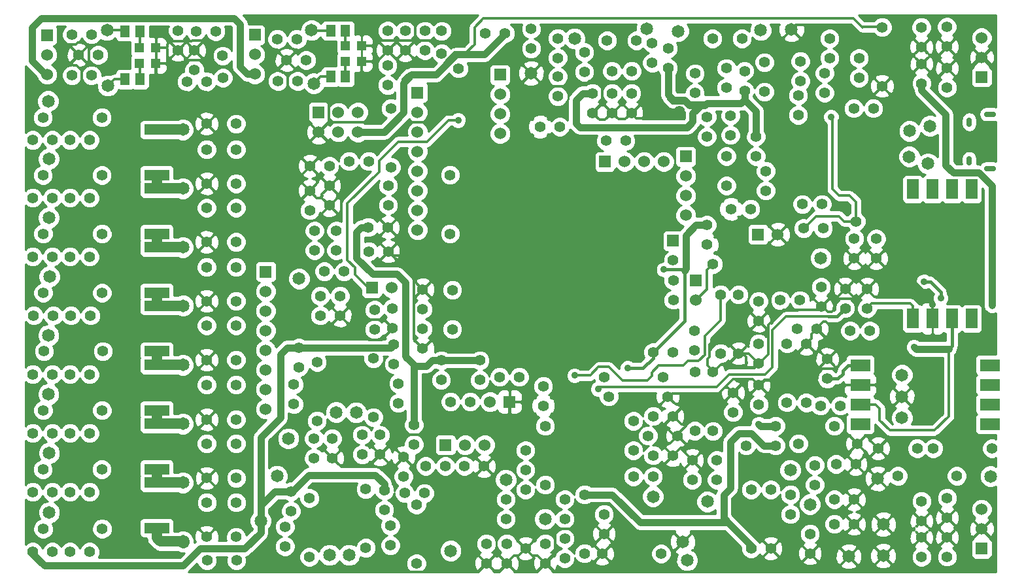
<source format=gbl>
G04 (created by PCBNEW (2013-jul-07)-stable) date Sun 25 May 2014 01:03:41 AM EDT*
%MOIN*%
G04 Gerber Fmt 3.4, Leading zero omitted, Abs format*
%FSLAX34Y34*%
G01*
G70*
G90*
G04 APERTURE LIST*
%ADD10C,0.00393701*%
%ADD11C,0.055*%
%ADD12R,0.125X0.053*%
%ADD13R,0.06X0.06*%
%ADD14C,0.06*%
%ADD15C,0.065*%
%ADD16R,0.06X0.1*%
%ADD17R,0.1X0.06*%
%ADD18O,0.0295X0.0492*%
%ADD19O,0.061X0.0276*%
%ADD20R,0.0512X0.059*%
%ADD21R,0.0472X0.0472*%
%ADD22C,0.035*%
%ADD23C,0.0124*%
%ADD24C,0.035*%
%ADD25C,0.053*%
%ADD26C,0.063*%
%ADD27C,0.015*%
%ADD28C,0.01*%
G04 APERTURE END LIST*
G54D10*
G54D11*
X37510Y-36830D03*
X37510Y-37830D03*
G54D12*
X20709Y-33719D03*
X20709Y-36029D03*
X20709Y-30719D03*
X20709Y-33029D03*
X20709Y-27719D03*
X20709Y-30029D03*
X20709Y-24699D03*
X20709Y-27009D03*
X20709Y-21719D03*
X20709Y-24029D03*
X20709Y-18719D03*
X20709Y-21029D03*
X20709Y-15723D03*
X20709Y-18033D03*
G54D11*
X50976Y-19769D03*
X49976Y-19769D03*
X59484Y-31972D03*
X57484Y-31972D03*
X59700Y-37510D03*
X59700Y-36510D03*
X61000Y-37500D03*
X61000Y-36500D03*
X61000Y-34500D03*
X61000Y-35500D03*
X59700Y-34670D03*
X59700Y-35670D03*
X54010Y-36330D03*
X54010Y-37330D03*
X55260Y-35830D03*
X56260Y-35830D03*
X55260Y-34580D03*
X56260Y-34580D03*
X55340Y-32780D03*
X56340Y-32780D03*
X54898Y-28417D03*
X54898Y-27417D03*
X51401Y-29744D03*
X51401Y-28744D03*
X54358Y-25878D03*
X53358Y-25878D03*
X51398Y-27634D03*
X51398Y-26634D03*
X48760Y-20580D03*
X48760Y-21580D03*
X48120Y-25970D03*
X48120Y-26970D03*
X46010Y-27080D03*
X47010Y-27080D03*
X50090Y-30130D03*
X50090Y-29130D03*
X48010Y-33580D03*
X48010Y-32580D03*
X46010Y-32330D03*
X47010Y-32330D03*
X47010Y-30330D03*
X46010Y-30330D03*
X43510Y-35330D03*
X43510Y-36330D03*
X40510Y-36830D03*
X40510Y-37830D03*
X38560Y-36830D03*
X38560Y-37830D03*
X40410Y-29800D03*
X40410Y-28800D03*
X34272Y-26882D03*
X34272Y-25882D03*
X34272Y-23868D03*
X34272Y-24868D03*
X35776Y-23894D03*
X35776Y-25894D03*
X29510Y-17580D03*
X28510Y-17580D03*
X28510Y-18830D03*
X28510Y-19830D03*
X32510Y-21930D03*
X31510Y-21930D03*
X29860Y-21880D03*
X29860Y-20880D03*
X28760Y-21880D03*
X28760Y-20880D03*
X40260Y-15580D03*
X41260Y-15580D03*
X43921Y-12732D03*
X44921Y-12732D03*
X48142Y-12858D03*
X48142Y-13858D03*
X53620Y-19520D03*
X54620Y-19520D03*
X53680Y-20750D03*
X54680Y-20750D03*
X57240Y-14630D03*
X56240Y-14630D03*
G54D13*
X28970Y-14830D03*
G54D14*
X28970Y-15850D03*
X29970Y-14850D03*
X29970Y-15830D03*
X30970Y-14830D03*
X30970Y-15850D03*
X62760Y-36080D03*
X62760Y-35080D03*
G54D13*
X62760Y-37080D03*
X47680Y-17090D03*
G54D14*
X47680Y-18090D03*
X47680Y-19090D03*
X47680Y-20090D03*
G54D13*
X43560Y-17350D03*
G54D14*
X44560Y-17350D03*
X45560Y-17350D03*
X46560Y-17350D03*
G54D13*
X38696Y-29594D03*
G54D14*
X37696Y-29594D03*
G54D11*
X40510Y-33830D03*
X40510Y-30830D03*
X56420Y-31730D03*
X53420Y-31730D03*
X55260Y-30830D03*
X52260Y-30830D03*
X49070Y-28090D03*
X49070Y-31090D03*
X48140Y-31080D03*
X48140Y-28080D03*
X46760Y-29330D03*
X43760Y-29330D03*
X43510Y-28330D03*
X46510Y-28330D03*
X39190Y-28330D03*
X38190Y-28330D03*
X39510Y-37080D03*
X39510Y-34080D03*
X43420Y-37340D03*
X46420Y-37340D03*
X42510Y-37330D03*
X42510Y-34330D03*
X52010Y-37080D03*
X52010Y-34080D03*
X51010Y-34080D03*
X51010Y-37080D03*
X56510Y-13080D03*
X56510Y-12080D03*
X32310Y-35120D03*
X32310Y-34120D03*
X32100Y-31290D03*
X32100Y-32290D03*
X31180Y-32290D03*
X31180Y-31290D03*
X37177Y-28492D03*
X37177Y-27492D03*
X35669Y-21027D03*
X35669Y-18027D03*
X32799Y-27681D03*
X32799Y-26681D03*
X32724Y-24834D03*
X32724Y-25834D03*
X31814Y-25909D03*
X31814Y-24909D03*
X24768Y-33490D03*
X23268Y-33490D03*
X24758Y-36490D03*
X23258Y-36490D03*
X23268Y-34730D03*
X24768Y-34730D03*
X23274Y-37689D03*
X24774Y-37689D03*
X35425Y-32875D03*
X34425Y-32875D03*
X36400Y-32875D03*
X37400Y-32875D03*
X51760Y-17830D03*
X51760Y-18830D03*
X48760Y-16080D03*
X48760Y-15080D03*
X52260Y-31830D03*
X50760Y-31830D03*
X45760Y-31330D03*
X47260Y-31330D03*
X45010Y-30580D03*
X45010Y-32080D03*
X32510Y-19580D03*
X29510Y-19580D03*
X32510Y-18580D03*
X29510Y-18580D03*
X51693Y-13789D03*
X51693Y-12289D03*
X49760Y-17080D03*
X49760Y-18580D03*
X23258Y-28730D03*
X24758Y-28730D03*
X23258Y-31730D03*
X24758Y-31730D03*
X24758Y-21450D03*
X23258Y-21450D03*
X24758Y-24460D03*
X23258Y-24460D03*
X24758Y-27460D03*
X23258Y-27460D03*
X24758Y-30500D03*
X23258Y-30500D03*
X23258Y-22730D03*
X24758Y-22730D03*
X23258Y-25710D03*
X24758Y-25710D03*
X24758Y-18470D03*
X23258Y-18470D03*
X23258Y-19710D03*
X24758Y-19710D03*
X24758Y-15420D03*
X23258Y-15420D03*
X23258Y-16730D03*
X24758Y-16730D03*
X30510Y-17330D03*
X31510Y-17330D03*
X29260Y-22950D03*
X30260Y-22950D03*
X35208Y-28492D03*
X35208Y-27492D03*
X55547Y-29795D03*
X54547Y-29795D03*
X49748Y-13587D03*
X49748Y-12587D03*
X42510Y-12780D03*
X42510Y-11780D03*
X45953Y-12315D03*
X45953Y-11315D03*
X39510Y-32080D03*
X39510Y-33080D03*
X49260Y-32580D03*
X49260Y-33580D03*
X38510Y-35580D03*
X38510Y-34580D03*
X46010Y-33410D03*
X45010Y-33410D03*
X41510Y-34580D03*
X41510Y-35580D03*
X41510Y-37580D03*
X41510Y-36580D03*
X54260Y-32830D03*
X54260Y-33830D03*
X53010Y-35330D03*
X53010Y-34330D03*
X33354Y-34259D03*
X34354Y-34259D03*
X53527Y-12232D03*
X53527Y-13232D03*
X55010Y-11080D03*
X55010Y-12080D03*
X31500Y-20700D03*
X32500Y-20700D03*
X32650Y-14632D03*
X32650Y-17632D03*
X44610Y-16290D03*
X43610Y-16290D03*
X41160Y-13020D03*
X41160Y-14020D03*
X41150Y-12060D03*
X41150Y-11060D03*
X15388Y-16250D03*
X14388Y-16250D03*
X15388Y-19200D03*
X14388Y-19200D03*
X15388Y-22200D03*
X14388Y-22200D03*
X15438Y-25200D03*
X14438Y-25200D03*
X15388Y-28200D03*
X14388Y-28200D03*
X15388Y-31200D03*
X14388Y-31200D03*
X15388Y-34200D03*
X14388Y-34200D03*
X15388Y-37250D03*
X14388Y-37250D03*
X38468Y-10807D03*
X37468Y-10807D03*
X39799Y-11587D03*
X39799Y-10587D03*
X59700Y-13360D03*
X59700Y-12360D03*
X59690Y-10500D03*
X59690Y-11500D03*
X60990Y-10480D03*
X60990Y-11480D03*
X61000Y-13580D03*
X61000Y-12580D03*
G54D14*
X62760Y-12040D03*
X62760Y-11040D03*
G54D13*
X62760Y-13040D03*
G54D11*
X43930Y-14860D03*
X43930Y-13860D03*
X44910Y-14860D03*
X44910Y-13860D03*
X42930Y-14860D03*
X42930Y-13860D03*
X35696Y-29594D03*
X36696Y-29594D03*
X32620Y-35920D03*
X32620Y-36920D03*
X33031Y-28661D03*
X33031Y-29661D03*
X33291Y-33421D03*
X33291Y-32421D03*
X16288Y-16250D03*
X17288Y-16250D03*
X16288Y-19200D03*
X17288Y-19200D03*
X16338Y-25200D03*
X17338Y-25200D03*
X16288Y-22200D03*
X17288Y-22200D03*
X16288Y-31200D03*
X17288Y-31200D03*
X16288Y-28200D03*
X17288Y-28200D03*
X16288Y-37250D03*
X17288Y-37250D03*
X16288Y-34200D03*
X17288Y-34200D03*
X49960Y-16000D03*
X49960Y-15000D03*
X51260Y-16080D03*
X51260Y-17080D03*
X54760Y-12840D03*
X54760Y-13840D03*
X53409Y-13972D03*
X53409Y-14972D03*
X60295Y-31976D03*
X63295Y-31976D03*
X58488Y-33382D03*
X61488Y-33382D03*
X51390Y-24470D03*
X51390Y-25470D03*
X54580Y-23740D03*
X54580Y-24740D03*
X50370Y-27130D03*
X50370Y-24130D03*
X49450Y-24130D03*
X49450Y-27130D03*
X52500Y-24420D03*
X53500Y-24420D03*
X53831Y-26638D03*
X53831Y-29638D03*
X52838Y-29634D03*
X52838Y-26634D03*
X50673Y-12728D03*
X50673Y-13728D03*
X46775Y-11587D03*
X46775Y-12587D03*
X56272Y-22283D03*
X56272Y-21283D03*
X55807Y-24827D03*
X55807Y-23827D03*
X56925Y-24835D03*
X56925Y-23835D03*
X57386Y-22283D03*
X57386Y-21283D03*
X28330Y-12181D03*
X27330Y-12181D03*
X57063Y-25980D03*
X56063Y-25980D03*
X26862Y-11102D03*
X27862Y-11102D03*
X26882Y-13248D03*
X27882Y-13248D03*
X32480Y-10681D03*
X32480Y-11681D03*
X33378Y-11673D03*
X34378Y-11673D03*
X34378Y-10689D03*
X33378Y-10689D03*
X32480Y-13453D03*
X32480Y-12453D03*
G54D13*
X25709Y-10890D03*
G54D14*
X25709Y-11890D03*
X25709Y-12890D03*
G54D11*
X35236Y-10689D03*
X35236Y-11831D03*
X17732Y-11905D03*
X16732Y-11905D03*
X23713Y-10709D03*
X22713Y-10709D03*
X23244Y-13268D03*
X22244Y-13268D03*
X21791Y-10661D03*
X21791Y-11661D03*
X22630Y-11673D03*
X22630Y-12673D03*
X16390Y-10866D03*
X17390Y-10866D03*
X16389Y-12952D03*
X17389Y-12952D03*
G54D13*
X15118Y-10909D03*
G54D14*
X15118Y-11909D03*
X15118Y-12909D03*
G54D15*
X18177Y-10646D03*
X18220Y-13476D03*
X28602Y-10650D03*
X28720Y-13366D03*
G54D11*
X24071Y-11953D03*
X24091Y-13079D03*
G54D16*
X62252Y-25355D03*
X61252Y-25355D03*
X60252Y-25355D03*
X59252Y-25355D03*
X59252Y-18755D03*
X60252Y-18755D03*
X61252Y-18755D03*
X62252Y-18755D03*
G54D17*
X56574Y-30728D03*
X56574Y-29728D03*
X56574Y-28728D03*
X56574Y-27728D03*
X63174Y-27728D03*
X63174Y-28728D03*
X63174Y-29728D03*
X63174Y-30728D03*
G54D18*
X62126Y-17299D03*
X62126Y-15331D03*
G54D19*
X63189Y-17693D03*
X63189Y-14937D03*
G54D11*
X43671Y-11177D03*
X45171Y-11177D03*
X49041Y-11079D03*
X50541Y-11079D03*
X57685Y-13496D03*
X57685Y-10496D03*
X47051Y-24397D03*
X47051Y-23401D03*
G54D15*
X40507Y-35578D03*
X47748Y-37677D03*
X57744Y-37448D03*
X45688Y-10566D03*
X22047Y-15720D03*
X47303Y-10700D03*
X51503Y-10645D03*
X35696Y-37200D03*
X46007Y-34429D03*
X57751Y-35846D03*
X42011Y-11078D03*
X47523Y-36740D03*
X55980Y-37480D03*
X54007Y-34830D03*
X15228Y-35240D03*
X48779Y-34688D03*
X38511Y-33578D03*
X63220Y-33397D03*
X27420Y-31470D03*
X29520Y-37410D03*
X58700Y-29330D03*
X58700Y-28228D03*
X58700Y-30413D03*
X22059Y-24700D03*
X15228Y-32212D03*
X15196Y-29212D03*
X15196Y-26212D03*
X15244Y-23212D03*
X15212Y-20208D03*
X15212Y-17208D03*
X15173Y-14267D03*
X22047Y-36720D03*
X22047Y-33720D03*
X22047Y-30720D03*
X22047Y-27720D03*
X22047Y-21720D03*
X26010Y-35670D03*
X26840Y-33380D03*
X29860Y-30130D03*
X30877Y-30145D03*
X57460Y-33515D03*
X27972Y-23318D03*
X54562Y-22271D03*
X22047Y-18720D03*
X39795Y-12846D03*
X53070Y-10598D03*
G54D11*
X27560Y-35170D03*
X27560Y-34170D03*
X29660Y-31470D03*
X29660Y-32470D03*
X28730Y-32470D03*
X28730Y-31470D03*
X33826Y-31771D03*
X33826Y-30771D03*
X27948Y-27838D03*
X27948Y-26838D03*
X29050Y-25200D03*
X29050Y-24200D03*
X30050Y-24200D03*
X30050Y-25200D03*
X27250Y-35970D03*
X27250Y-36970D03*
X36102Y-12598D03*
G54D13*
X47035Y-21389D03*
G54D11*
X47035Y-22389D03*
G54D15*
X60023Y-17452D03*
X59070Y-17094D03*
X59086Y-15787D03*
G54D13*
X26267Y-22964D03*
G54D14*
X26267Y-23964D03*
X26267Y-24964D03*
X26267Y-25964D03*
X26267Y-26964D03*
X26267Y-27964D03*
X26267Y-28964D03*
X26267Y-29964D03*
G54D13*
X48200Y-23397D03*
G54D14*
X48200Y-24397D03*
G54D15*
X60129Y-15531D03*
G54D11*
X27704Y-28724D03*
X27704Y-29724D03*
G54D13*
X51366Y-21066D03*
G54D14*
X52366Y-21066D03*
G54D20*
X30325Y-13025D03*
X29575Y-13025D03*
X30325Y-10675D03*
X29575Y-10675D03*
X19850Y-13150D03*
X19100Y-13150D03*
X19850Y-10700D03*
X19100Y-10700D03*
G54D21*
X30327Y-12228D03*
X31153Y-12228D03*
X30327Y-11440D03*
X31153Y-11440D03*
X19838Y-12330D03*
X20664Y-12330D03*
X19838Y-11551D03*
X20664Y-11551D03*
G54D15*
X30519Y-37409D03*
G54D13*
X31677Y-23779D03*
G54D14*
X32677Y-23779D03*
G54D13*
X35429Y-31795D03*
G54D14*
X36429Y-31795D03*
X37429Y-31795D03*
G54D11*
X33948Y-37838D03*
X33948Y-34838D03*
X14909Y-15098D03*
X17909Y-15098D03*
X14913Y-18043D03*
X17913Y-18043D03*
X14917Y-21027D03*
X17917Y-21027D03*
X14964Y-27019D03*
X17964Y-27019D03*
X14921Y-24047D03*
X17921Y-24047D03*
X14929Y-36070D03*
X17929Y-36070D03*
X14909Y-33039D03*
X17909Y-33039D03*
X14921Y-30031D03*
X17921Y-30031D03*
X31370Y-34051D03*
X31370Y-37051D03*
X28496Y-34507D03*
X28496Y-37507D03*
X28877Y-27570D03*
X28877Y-30570D03*
X31751Y-27389D03*
X31751Y-30389D03*
G54D13*
X34005Y-13832D03*
G54D14*
X34005Y-14832D03*
X34005Y-15832D03*
X34005Y-16832D03*
X34005Y-17832D03*
X34005Y-18832D03*
X34005Y-19832D03*
X34005Y-20832D03*
G54D13*
X38208Y-12919D03*
G54D14*
X38208Y-13919D03*
X38208Y-14919D03*
X38208Y-15919D03*
G54D15*
X53011Y-33080D03*
G54D22*
X55083Y-15071D03*
G54D11*
X56358Y-20394D03*
X49070Y-22570D03*
G54D22*
X51398Y-30728D03*
X59311Y-26807D03*
X61090Y-26898D03*
X44714Y-27874D03*
X46564Y-22854D03*
X43209Y-28949D03*
X36078Y-15240D03*
X34616Y-22076D03*
X33651Y-22076D03*
X35541Y-22076D03*
X36328Y-22076D03*
X26417Y-37942D03*
X60600Y-31397D03*
X61507Y-17192D03*
X62291Y-20713D03*
X59177Y-20626D03*
X60272Y-24638D03*
G54D11*
X47350Y-14780D03*
X46204Y-14791D03*
G54D22*
X42012Y-28256D03*
X59827Y-23461D03*
X60677Y-24311D03*
X63291Y-24689D03*
G54D23*
X56358Y-20394D02*
X56358Y-19413D01*
X55157Y-15145D02*
X55083Y-15071D01*
X55157Y-18751D02*
X55157Y-15145D01*
X55493Y-19087D02*
X55157Y-18751D01*
X56032Y-19087D02*
X55493Y-19087D01*
X56358Y-19413D02*
X56032Y-19087D01*
X53680Y-20750D02*
X53718Y-20750D01*
X55749Y-20394D02*
X56358Y-20394D01*
X55493Y-20138D02*
X55749Y-20394D01*
X54330Y-20138D02*
X55493Y-20138D01*
X53718Y-20750D02*
X54330Y-20138D01*
X48201Y-24398D02*
X48222Y-24398D01*
X48768Y-22872D02*
X49070Y-22570D01*
X48768Y-23852D02*
X48768Y-22872D01*
X48222Y-24398D02*
X48768Y-23852D01*
X48760Y-23860D02*
X48210Y-24410D01*
X49070Y-22570D02*
X48760Y-22880D01*
X48760Y-22880D02*
X48760Y-23860D01*
G54D24*
X27560Y-34170D02*
X27633Y-34170D01*
X32310Y-33782D02*
X32310Y-34120D01*
X31858Y-33330D02*
X32310Y-33782D01*
X28472Y-33330D02*
X31858Y-33330D01*
X27633Y-34170D02*
X28472Y-33330D01*
X15118Y-12909D02*
X15046Y-12909D01*
X25327Y-12890D02*
X25709Y-12890D01*
X24960Y-12523D02*
X25327Y-12890D01*
X24960Y-10334D02*
X24960Y-12523D01*
X24657Y-10031D02*
X24960Y-10334D01*
X14814Y-10031D02*
X24657Y-10031D01*
X14350Y-10496D02*
X14814Y-10031D01*
X14350Y-12212D02*
X14350Y-10496D01*
X15046Y-12909D02*
X14350Y-12212D01*
X27948Y-26838D02*
X32641Y-26838D01*
X32641Y-26838D02*
X32799Y-26681D01*
X26010Y-34910D02*
X26010Y-31400D01*
X27010Y-27190D02*
X27361Y-26838D01*
X27010Y-30400D02*
X27010Y-27190D01*
X26010Y-31400D02*
X27010Y-30400D01*
X27361Y-26838D02*
X27948Y-26838D01*
X32260Y-34170D02*
X32310Y-34120D01*
G54D23*
X32260Y-34170D02*
X32310Y-34120D01*
G54D24*
X26010Y-35670D02*
X26010Y-34910D01*
X26010Y-34910D02*
X26010Y-34890D01*
X26010Y-34890D02*
X26730Y-34170D01*
X26730Y-34170D02*
X27560Y-34170D01*
X25125Y-37087D02*
X25193Y-37087D01*
X14388Y-37361D02*
X14984Y-37957D01*
X14984Y-37957D02*
X22050Y-37957D01*
X22050Y-37957D02*
X22920Y-37087D01*
X22920Y-37087D02*
X25125Y-37087D01*
X14388Y-37250D02*
X14388Y-37361D01*
X26010Y-36270D02*
X26010Y-35670D01*
X25193Y-37087D02*
X26010Y-36270D01*
G54D23*
X32641Y-26838D02*
X32799Y-26681D01*
X27361Y-26838D02*
X27948Y-26838D01*
G54D25*
X20709Y-15723D02*
X22045Y-15723D01*
X22045Y-15723D02*
X22048Y-15720D01*
X20709Y-18033D02*
X20709Y-18719D01*
X20709Y-18719D02*
X22047Y-18719D01*
X22047Y-18719D02*
X22048Y-18720D01*
X20709Y-21029D02*
X20709Y-21719D01*
X20709Y-21719D02*
X22047Y-21719D01*
X22047Y-21719D02*
X22048Y-21720D01*
X20709Y-24029D02*
X20709Y-24699D01*
X20709Y-24699D02*
X22057Y-24699D01*
X22057Y-24699D02*
X22058Y-24700D01*
X20709Y-27009D02*
X20709Y-27719D01*
X20709Y-27719D02*
X22047Y-27719D01*
X22047Y-27719D02*
X22048Y-27720D01*
X20709Y-30029D02*
X20709Y-30719D01*
X20709Y-30719D02*
X22047Y-30719D01*
X22047Y-30719D02*
X22048Y-30720D01*
X20709Y-33029D02*
X20709Y-33719D01*
X20709Y-33719D02*
X22047Y-33719D01*
X22047Y-33719D02*
X22048Y-33720D01*
X20709Y-36029D02*
X20709Y-36536D01*
X20893Y-36720D02*
X22048Y-36720D01*
X20709Y-36536D02*
X20893Y-36720D01*
G54D26*
X22041Y-36727D02*
X22048Y-36720D01*
G54D24*
X22041Y-36727D02*
X22048Y-36720D01*
X51500Y-30830D02*
X52260Y-30830D01*
X51398Y-30728D02*
X51500Y-30830D01*
G54D27*
X61252Y-25355D02*
X61252Y-26736D01*
G54D24*
X59311Y-26807D02*
X59421Y-26917D01*
X59421Y-26917D02*
X61071Y-26917D01*
X61071Y-26917D02*
X61090Y-26898D01*
X42510Y-34330D02*
X43933Y-34330D01*
X45351Y-35748D02*
X49830Y-35748D01*
X43933Y-34330D02*
X45351Y-35748D01*
G54D23*
X56574Y-29728D02*
X57358Y-29728D01*
X57567Y-30543D02*
X58079Y-31055D01*
X57567Y-29937D02*
X57567Y-30543D01*
X57358Y-29728D02*
X57567Y-29937D01*
X61090Y-30327D02*
X61090Y-26898D01*
X58079Y-31055D02*
X60362Y-31055D01*
X60362Y-31055D02*
X61090Y-30327D01*
G54D24*
X51010Y-37080D02*
X51010Y-36928D01*
X51010Y-36928D02*
X49830Y-35748D01*
X51657Y-31830D02*
X52260Y-31830D01*
X51020Y-31193D02*
X51657Y-31830D01*
X50397Y-31193D02*
X51020Y-31193D01*
X49953Y-31637D02*
X50397Y-31193D01*
X49953Y-33997D02*
X49953Y-31637D01*
X49606Y-34344D02*
X49953Y-33997D01*
X49606Y-35524D02*
X49606Y-34344D01*
X49830Y-35748D02*
X49606Y-35524D01*
G54D27*
X61252Y-26736D02*
X61090Y-26898D01*
X61090Y-26898D02*
X61071Y-26917D01*
X61071Y-26917D02*
X59421Y-26917D01*
X46010Y-27080D02*
X46010Y-27080D01*
X46010Y-27080D02*
X47608Y-25482D01*
X47608Y-25482D02*
X47608Y-22893D01*
X46564Y-22854D02*
X47568Y-22854D01*
X47568Y-22854D02*
X47608Y-22893D01*
G54D24*
X48760Y-20580D02*
X48199Y-20580D01*
X48199Y-20580D02*
X47677Y-21102D01*
X47677Y-21102D02*
X47677Y-22824D01*
X47677Y-22824D02*
X47608Y-22893D01*
X30902Y-22264D02*
X30902Y-22270D01*
X33375Y-23543D02*
X33385Y-23543D01*
X33385Y-23533D02*
X33375Y-23543D01*
X33385Y-23523D02*
X33385Y-23533D01*
X32952Y-23090D02*
X33385Y-23523D01*
X31722Y-23090D02*
X32952Y-23090D01*
X30902Y-22270D02*
X31722Y-23090D01*
G54D27*
X46010Y-27365D02*
X46010Y-27080D01*
X44714Y-27874D02*
X45501Y-27874D01*
X45501Y-27874D02*
X46010Y-27365D01*
X46197Y-27080D02*
X46010Y-27080D01*
X46010Y-27080D02*
X46197Y-27080D01*
G54D24*
X33490Y-27360D02*
X33472Y-27360D01*
X33490Y-27360D02*
X33862Y-27732D01*
X33826Y-27767D02*
X33862Y-27732D01*
X33472Y-27360D02*
X33385Y-27273D01*
X33385Y-27273D02*
X33385Y-23543D01*
X35208Y-27492D02*
X37177Y-27492D01*
X33826Y-27767D02*
X34468Y-27767D01*
X34744Y-27492D02*
X35208Y-27492D01*
X34468Y-27767D02*
X34744Y-27492D01*
X33826Y-30771D02*
X33826Y-27767D01*
X31500Y-20700D02*
X31138Y-20700D01*
X30902Y-20936D02*
X31138Y-20700D01*
X30902Y-22264D02*
X30902Y-20936D01*
X38468Y-10807D02*
X38468Y-10832D01*
X32310Y-15840D02*
X30970Y-15840D01*
X33291Y-14859D02*
X32310Y-15840D01*
X33291Y-13335D02*
X33291Y-14859D01*
X33701Y-12925D02*
X33291Y-13335D01*
X34952Y-12925D02*
X33701Y-12925D01*
X35991Y-11886D02*
X34952Y-12925D01*
X37414Y-11886D02*
X35991Y-11886D01*
X38468Y-10832D02*
X37414Y-11886D01*
X42090Y-14634D02*
X42090Y-14198D01*
X42428Y-13860D02*
X42930Y-13860D01*
X42090Y-14198D02*
X42428Y-13860D01*
X48031Y-14878D02*
X48444Y-14465D01*
X48031Y-15323D02*
X48031Y-14878D01*
X47760Y-15594D02*
X48031Y-15323D01*
X42279Y-15594D02*
X47760Y-15594D01*
X42090Y-15405D02*
X42279Y-15594D01*
X42090Y-14634D02*
X42090Y-15405D01*
X46775Y-12587D02*
X46775Y-13933D01*
X46775Y-13933D02*
X47066Y-14224D01*
X47066Y-14224D02*
X47621Y-14224D01*
X47621Y-14224D02*
X47862Y-14465D01*
X47862Y-14465D02*
X48444Y-14465D01*
X50500Y-14366D02*
X50673Y-14193D01*
X48444Y-14465D02*
X48649Y-14465D01*
X48649Y-14465D02*
X48748Y-14366D01*
X48748Y-14366D02*
X50500Y-14366D01*
X50673Y-13728D02*
X50673Y-14193D01*
X50673Y-14193D02*
X51260Y-14780D01*
X51260Y-14780D02*
X51260Y-16080D01*
G54D27*
X50817Y-14356D02*
X50836Y-14356D01*
X50836Y-14356D02*
X51260Y-14780D01*
X51260Y-14780D02*
X51260Y-16080D01*
X50673Y-13728D02*
X50673Y-14212D01*
X50673Y-14212D02*
X50817Y-14356D01*
X46982Y-14356D02*
X50817Y-14356D01*
X50836Y-14356D02*
X50840Y-14360D01*
X46775Y-12587D02*
X46775Y-14149D01*
X46775Y-14149D02*
X46982Y-14356D01*
G54D23*
X56671Y-10491D02*
X57680Y-10491D01*
X57680Y-10491D02*
X57685Y-10496D01*
X37618Y-10039D02*
X37618Y-10040D01*
X32172Y-15840D02*
X32815Y-15197D01*
X32815Y-15197D02*
X32953Y-15197D01*
X32953Y-15197D02*
X33268Y-14882D01*
X30970Y-15840D02*
X32172Y-15840D01*
X37618Y-10040D02*
X56220Y-10040D01*
X56220Y-10040D02*
X56671Y-10491D01*
X33268Y-14882D02*
X33268Y-13149D01*
X33268Y-13149D02*
X33543Y-12874D01*
X33543Y-12874D02*
X35079Y-12874D01*
X35079Y-12874D02*
X35394Y-12559D01*
X35394Y-12559D02*
X35394Y-12302D01*
X35394Y-12302D02*
X35905Y-11791D01*
X35905Y-11791D02*
X36496Y-11791D01*
X36496Y-11791D02*
X36909Y-11378D01*
X36909Y-11378D02*
X36909Y-10493D01*
X36909Y-10493D02*
X37363Y-10039D01*
X37363Y-10039D02*
X37618Y-10039D01*
X56671Y-10491D02*
X56680Y-10500D01*
X50673Y-14193D02*
X50840Y-14360D01*
X50840Y-14360D02*
X51240Y-14760D01*
X51240Y-14760D02*
X51240Y-16060D01*
X51240Y-16060D02*
X51260Y-16080D01*
G54D27*
X54961Y-25256D02*
X55378Y-25256D01*
X55378Y-25256D02*
X55807Y-24827D01*
G54D23*
X49894Y-28197D02*
X51732Y-28197D01*
X52791Y-25256D02*
X54961Y-25256D01*
X52094Y-25953D02*
X52791Y-25256D01*
X52094Y-27835D02*
X52094Y-25953D01*
X51732Y-28197D02*
X52094Y-27835D01*
X43209Y-28949D02*
X43316Y-28842D01*
X43316Y-28842D02*
X49256Y-28842D01*
X49256Y-28842D02*
X49752Y-28346D01*
X49752Y-28339D02*
X49894Y-28197D01*
X49752Y-28346D02*
X49752Y-28339D01*
X30807Y-22736D02*
X30807Y-23100D01*
X31486Y-23779D02*
X31677Y-23779D01*
X30807Y-23100D02*
X31486Y-23779D01*
X36078Y-15240D02*
X35578Y-15240D01*
X30437Y-22366D02*
X30807Y-22736D01*
X30437Y-19480D02*
X30437Y-22366D01*
X32055Y-17862D02*
X30437Y-19480D01*
X32055Y-17295D02*
X32055Y-17862D01*
X33019Y-16330D02*
X32055Y-17295D01*
X34488Y-16330D02*
X33019Y-16330D01*
X35578Y-15240D02*
X34488Y-16330D01*
G54D27*
X34862Y-22076D02*
X34803Y-22076D01*
X34852Y-22076D02*
X34862Y-22076D01*
X34616Y-22076D02*
X34852Y-22076D01*
X33671Y-22076D02*
X33661Y-22086D01*
X33661Y-22086D02*
X33651Y-22076D01*
X35541Y-22076D02*
X35511Y-22076D01*
X36328Y-22076D02*
X36259Y-22076D01*
G54D23*
X39795Y-12846D02*
X39795Y-12862D01*
X39232Y-16607D02*
X38969Y-16870D01*
X39232Y-13425D02*
X39232Y-16607D01*
X39795Y-12862D02*
X39232Y-13425D01*
X32510Y-21930D02*
X32532Y-21930D01*
X32532Y-21930D02*
X32751Y-22149D01*
X32751Y-22149D02*
X33448Y-22149D01*
X33448Y-22149D02*
X33809Y-22509D01*
X33809Y-22509D02*
X33809Y-24320D01*
X34272Y-23868D02*
X34261Y-23868D01*
X33809Y-26419D02*
X34272Y-26882D01*
X33809Y-24320D02*
X33809Y-26419D01*
X34261Y-23868D02*
X33809Y-24320D01*
X32100Y-32290D02*
X32099Y-32290D01*
X30044Y-32854D02*
X29660Y-32470D01*
X31535Y-32854D02*
X30044Y-32854D01*
X32099Y-32290D02*
X31535Y-32854D01*
X37072Y-38267D02*
X37510Y-37830D01*
X33336Y-38267D02*
X37072Y-38267D01*
X33179Y-38110D02*
X33336Y-38267D01*
X26584Y-38110D02*
X33179Y-38110D01*
X26417Y-37942D02*
X26584Y-38110D01*
X32100Y-32290D02*
X32100Y-32289D01*
X38696Y-30604D02*
X38696Y-29594D01*
X38513Y-30787D02*
X38696Y-30604D01*
X34931Y-30787D02*
X38513Y-30787D01*
X34448Y-31269D02*
X34931Y-30787D01*
X33120Y-31269D02*
X34448Y-31269D01*
X32100Y-32289D02*
X33120Y-31269D01*
X57999Y-31456D02*
X57484Y-31972D01*
X59025Y-31456D02*
X57999Y-31456D01*
X59084Y-31397D02*
X59025Y-31456D01*
X60600Y-31397D02*
X59084Y-31397D01*
X31153Y-11440D02*
X31763Y-11440D01*
X32866Y-11161D02*
X33378Y-11673D01*
X32043Y-11161D02*
X32866Y-11161D01*
X31763Y-11440D02*
X32043Y-11161D01*
X33378Y-11673D02*
X33877Y-11173D01*
X33877Y-11173D02*
X34747Y-11173D01*
X35614Y-10007D02*
X33625Y-10007D01*
X36094Y-10488D02*
X35614Y-10007D01*
X36094Y-11051D02*
X36094Y-10488D01*
X35885Y-11259D02*
X36094Y-11051D01*
X34834Y-11259D02*
X35885Y-11259D01*
X34747Y-11173D02*
X34834Y-11259D01*
X32480Y-11681D02*
X32480Y-11677D01*
X32480Y-11677D02*
X32984Y-11173D01*
X32984Y-11173D02*
X33877Y-11173D01*
X27330Y-12181D02*
X27311Y-12181D01*
X27311Y-12181D02*
X26874Y-11744D01*
X26874Y-11744D02*
X26598Y-11744D01*
X26598Y-11744D02*
X26314Y-11460D01*
X26314Y-11460D02*
X26314Y-10696D01*
X26314Y-10696D02*
X27003Y-10007D01*
X27003Y-10007D02*
X33625Y-10007D01*
X33625Y-10007D02*
X33877Y-10259D01*
X33877Y-10259D02*
X33877Y-11173D01*
X42930Y-14860D02*
X42930Y-14853D01*
X40460Y-13511D02*
X39795Y-12846D01*
X41472Y-13511D02*
X40460Y-13511D01*
X41629Y-13354D02*
X41472Y-13511D01*
X42661Y-13354D02*
X41629Y-13354D01*
X42771Y-13244D02*
X42661Y-13354D01*
X43259Y-13244D02*
X42771Y-13244D01*
X43429Y-13413D02*
X43259Y-13244D01*
X43429Y-14354D02*
X43429Y-13413D01*
X42930Y-14853D02*
X43429Y-14354D01*
X44910Y-14860D02*
X44910Y-14906D01*
X46204Y-15031D02*
X46204Y-14791D01*
X46086Y-15149D02*
X46204Y-15031D01*
X45153Y-15149D02*
X46086Y-15149D01*
X44910Y-14906D02*
X45153Y-15149D01*
X32532Y-21930D02*
X32751Y-22149D01*
X32751Y-22149D02*
X33448Y-22149D01*
X33448Y-22149D02*
X33921Y-22622D01*
X33921Y-22622D02*
X33921Y-23517D01*
X33921Y-23517D02*
X34272Y-23868D01*
X32724Y-25834D02*
X32299Y-25409D01*
X27661Y-19678D02*
X28510Y-18830D01*
X27661Y-21980D02*
X27661Y-19678D01*
X28618Y-22937D02*
X27661Y-21980D01*
X28618Y-23188D02*
X28618Y-22937D01*
X28988Y-23559D02*
X28618Y-23188D01*
X30299Y-23559D02*
X28988Y-23559D01*
X31110Y-24370D02*
X30299Y-23559D01*
X31110Y-25188D02*
X31110Y-24370D01*
X31330Y-25409D02*
X31110Y-25188D01*
X32299Y-25409D02*
X31330Y-25409D01*
X32724Y-25834D02*
X32724Y-25885D01*
X30661Y-25811D02*
X30050Y-25200D01*
X30913Y-25811D02*
X30661Y-25811D01*
X31531Y-26429D02*
X30913Y-25811D01*
X32181Y-26429D02*
X31531Y-26429D01*
X32724Y-25885D02*
X32181Y-26429D01*
X47260Y-31330D02*
X47260Y-31342D01*
X46586Y-31906D02*
X47010Y-32330D01*
X46586Y-31728D02*
X46586Y-31906D01*
X46582Y-31724D02*
X46586Y-31728D01*
X46877Y-31724D02*
X46582Y-31724D01*
X47260Y-31342D02*
X46877Y-31724D01*
X47260Y-31330D02*
X47260Y-31259D01*
X47685Y-30834D02*
X47685Y-30645D01*
X47260Y-31259D02*
X47685Y-30834D01*
X47010Y-30330D02*
X46996Y-30330D01*
X47117Y-31330D02*
X47260Y-31330D01*
X46649Y-30862D02*
X47117Y-31330D01*
X46649Y-30677D02*
X46649Y-30862D01*
X46996Y-30330D02*
X46649Y-30677D01*
X47010Y-32330D02*
X47024Y-32330D01*
X47024Y-32330D02*
X47421Y-31933D01*
X47421Y-31933D02*
X47421Y-31991D01*
X47421Y-31991D02*
X48010Y-32580D01*
X51401Y-28744D02*
X51097Y-28440D01*
X51097Y-28440D02*
X50271Y-28440D01*
X50082Y-28444D02*
X49665Y-28862D01*
X50267Y-28444D02*
X50082Y-28444D01*
X50271Y-28440D02*
X50267Y-28444D01*
X54898Y-27417D02*
X54909Y-27417D01*
X55720Y-28728D02*
X56574Y-28728D01*
X55362Y-29086D02*
X55720Y-28728D01*
X54547Y-29086D02*
X55362Y-29086D01*
X54314Y-28854D02*
X54547Y-29086D01*
X54314Y-28110D02*
X54314Y-28854D01*
X54507Y-27917D02*
X54314Y-28110D01*
X55275Y-27917D02*
X54507Y-27917D01*
X55322Y-27870D02*
X55275Y-27917D01*
X55322Y-27830D02*
X55322Y-27870D01*
X54909Y-27417D02*
X55322Y-27830D01*
X54580Y-24740D02*
X54649Y-24740D01*
X56303Y-24346D02*
X56362Y-24405D01*
X55425Y-24346D02*
X56303Y-24346D01*
X55255Y-24515D02*
X55425Y-24346D01*
X55255Y-24874D02*
X55255Y-24515D01*
X55110Y-25019D02*
X55255Y-24874D01*
X54929Y-25019D02*
X55110Y-25019D01*
X54649Y-24740D02*
X54929Y-25019D01*
X51390Y-25470D02*
X51399Y-25470D01*
X54406Y-24913D02*
X54580Y-24740D01*
X52665Y-24913D02*
X54406Y-24913D01*
X51885Y-25692D02*
X52665Y-24913D01*
X51885Y-25956D02*
X51885Y-25692D01*
X51399Y-25470D02*
X51885Y-25956D01*
X50370Y-27130D02*
X50894Y-27130D01*
X50894Y-27130D02*
X51398Y-27634D01*
X50370Y-27130D02*
X50574Y-27130D01*
X50763Y-27748D02*
X50657Y-27854D01*
X50763Y-27318D02*
X50763Y-27748D01*
X50574Y-27130D02*
X50763Y-27318D01*
X51398Y-27634D02*
X51417Y-27634D01*
X51417Y-27634D02*
X51885Y-27165D01*
X51885Y-27165D02*
X51885Y-25965D01*
X51885Y-25965D02*
X51390Y-25470D01*
X49070Y-28090D02*
X49083Y-28090D01*
X49822Y-27700D02*
X49976Y-27854D01*
X49472Y-27700D02*
X49822Y-27700D01*
X49083Y-28090D02*
X49472Y-27700D01*
X49070Y-28090D02*
X49070Y-28026D01*
X49153Y-26429D02*
X49669Y-26429D01*
X48889Y-26692D02*
X49153Y-26429D01*
X48889Y-27303D02*
X48889Y-26692D01*
X48799Y-27393D02*
X48889Y-27303D01*
X48799Y-27755D02*
X48799Y-27393D01*
X49070Y-28026D02*
X48799Y-27755D01*
X49669Y-26429D02*
X50370Y-27130D01*
X49669Y-26429D02*
X50370Y-27130D01*
X20664Y-11551D02*
X21192Y-11551D01*
X21251Y-12299D02*
X21342Y-12389D01*
X21251Y-11610D02*
X21251Y-12299D01*
X21192Y-11551D02*
X21251Y-11610D01*
X22630Y-11673D02*
X22630Y-11665D01*
X21204Y-11551D02*
X20664Y-11551D01*
X21244Y-11511D02*
X21204Y-11551D01*
X21244Y-11377D02*
X21244Y-11511D01*
X21425Y-11196D02*
X21244Y-11377D01*
X22503Y-11196D02*
X21425Y-11196D01*
X22507Y-11192D02*
X22503Y-11196D01*
X23015Y-11192D02*
X22507Y-11192D01*
X23015Y-11279D02*
X23015Y-11192D01*
X22630Y-11665D02*
X23015Y-11279D01*
X16732Y-11905D02*
X16763Y-11905D01*
X23249Y-18470D02*
X23258Y-18470D01*
X22003Y-17224D02*
X23249Y-18470D01*
X19862Y-17224D02*
X22003Y-17224D01*
X19141Y-16503D02*
X19862Y-17224D01*
X19141Y-15062D02*
X19141Y-16503D01*
X18523Y-14444D02*
X19141Y-15062D01*
X16681Y-14444D02*
X18523Y-14444D01*
X15783Y-13547D02*
X16681Y-14444D01*
X15783Y-11850D02*
X15783Y-13547D01*
X16244Y-11389D02*
X15783Y-11850D01*
X16578Y-11389D02*
X16244Y-11389D01*
X16677Y-11291D02*
X16578Y-11389D01*
X17011Y-11291D02*
X16677Y-11291D01*
X17255Y-11535D02*
X17011Y-11291D01*
X17255Y-12236D02*
X17255Y-11535D01*
X17212Y-12279D02*
X17255Y-12236D01*
X17137Y-12279D02*
X17212Y-12279D01*
X16763Y-11905D02*
X17137Y-12279D01*
X16732Y-11905D02*
X16732Y-11917D01*
X20664Y-13653D02*
X20664Y-12330D01*
X20149Y-14169D02*
X20664Y-13653D01*
X17614Y-14169D02*
X20149Y-14169D01*
X16889Y-13444D02*
X17614Y-14169D01*
X16889Y-12700D02*
X16889Y-13444D01*
X16637Y-12448D02*
X16889Y-12700D01*
X16452Y-12448D02*
X16637Y-12448D01*
X16350Y-12346D02*
X16452Y-12448D01*
X16350Y-12299D02*
X16350Y-12346D01*
X16732Y-11917D02*
X16350Y-12299D01*
X22630Y-11673D02*
X22653Y-11673D01*
X21295Y-13457D02*
X23258Y-15420D01*
X21295Y-13098D02*
X21295Y-13457D01*
X22224Y-12169D02*
X21295Y-13098D01*
X23035Y-12169D02*
X22224Y-12169D01*
X23062Y-12141D02*
X23035Y-12169D01*
X23062Y-12082D02*
X23062Y-12141D01*
X22653Y-11673D02*
X23062Y-12082D01*
X22630Y-11673D02*
X22641Y-11673D01*
X26870Y-12641D02*
X27330Y-12181D01*
X26649Y-12641D02*
X26870Y-12641D01*
X26307Y-12984D02*
X26649Y-12641D01*
X26307Y-13216D02*
X26307Y-12984D01*
X25917Y-13606D02*
X26307Y-13216D01*
X25248Y-13606D02*
X25917Y-13606D01*
X24649Y-13007D02*
X25248Y-13606D01*
X24649Y-12854D02*
X24649Y-13007D01*
X24307Y-12511D02*
X24649Y-12854D01*
X23480Y-12511D02*
X24307Y-12511D01*
X22641Y-11673D02*
X23480Y-12511D01*
X21791Y-11661D02*
X21794Y-11661D01*
X21794Y-11661D02*
X22165Y-12031D01*
X22165Y-12031D02*
X22165Y-12228D01*
X22165Y-12228D02*
X22003Y-12389D01*
X22003Y-12389D02*
X21342Y-12389D01*
X21283Y-12330D02*
X20664Y-12330D01*
X21342Y-12389D02*
X21283Y-12330D01*
X22630Y-11673D02*
X22630Y-11649D01*
X22211Y-11240D02*
X21791Y-11661D01*
X22220Y-11240D02*
X22211Y-11240D01*
X22630Y-11649D02*
X22220Y-11240D01*
X28970Y-15850D02*
X28972Y-15850D01*
X28972Y-15850D02*
X29480Y-15342D01*
X29480Y-15342D02*
X29480Y-14405D01*
X26925Y-12586D02*
X27330Y-12181D01*
X26925Y-12661D02*
X26925Y-12586D01*
X27003Y-12740D02*
X26925Y-12661D01*
X27074Y-12740D02*
X27003Y-12740D01*
X27133Y-12799D02*
X27074Y-12740D01*
X27216Y-12799D02*
X27133Y-12799D01*
X27381Y-12964D02*
X27216Y-12799D01*
X27381Y-13708D02*
X27381Y-12964D01*
X27763Y-14090D02*
X27381Y-13708D01*
X29165Y-14090D02*
X27763Y-14090D01*
X29480Y-14405D02*
X29165Y-14090D01*
X31153Y-13078D02*
X31153Y-12228D01*
X31732Y-13657D02*
X31153Y-13078D01*
X31732Y-15177D02*
X31732Y-13657D01*
X31566Y-15342D02*
X31732Y-15177D01*
X29480Y-15342D02*
X31566Y-15342D01*
X28972Y-15850D02*
X29480Y-15342D01*
X29510Y-18580D02*
X29510Y-18631D01*
X29129Y-19012D02*
X29129Y-19199D01*
X29510Y-18631D02*
X29129Y-19012D01*
X28510Y-18830D02*
X28520Y-18830D01*
X28520Y-18830D02*
X28901Y-18448D01*
X28901Y-18448D02*
X28901Y-17971D01*
X28901Y-17971D02*
X28510Y-17580D01*
X29510Y-19580D02*
X29510Y-19580D01*
X30106Y-19176D02*
X29510Y-18580D01*
X30106Y-20023D02*
X30106Y-19176D01*
X30027Y-20102D02*
X30106Y-20023D01*
X30027Y-20098D02*
X30027Y-20102D01*
X29510Y-19580D02*
X30027Y-20098D01*
X46760Y-29330D02*
X46823Y-29330D01*
X49822Y-28862D02*
X50090Y-29130D01*
X49665Y-28862D02*
X49822Y-28862D01*
X49358Y-29169D02*
X49665Y-28862D01*
X46984Y-29169D02*
X49358Y-29169D01*
X46823Y-29330D02*
X46984Y-29169D01*
X50090Y-29130D02*
X50090Y-29118D01*
X50767Y-28440D02*
X51097Y-28440D01*
X50090Y-29118D02*
X50767Y-28440D01*
X47010Y-30330D02*
X47050Y-30330D01*
X47586Y-30744D02*
X47685Y-30645D01*
X47464Y-30744D02*
X47586Y-30744D01*
X47050Y-30330D02*
X47464Y-30744D01*
X47685Y-30645D02*
X48602Y-29728D01*
X49491Y-29728D02*
X50090Y-29130D01*
X48602Y-29728D02*
X49491Y-29728D01*
X46760Y-29330D02*
X46763Y-29330D01*
X47452Y-29887D02*
X47010Y-30330D01*
X47452Y-29807D02*
X47452Y-29887D01*
X47370Y-29724D02*
X47452Y-29807D01*
X47157Y-29724D02*
X47370Y-29724D01*
X46763Y-29330D02*
X47157Y-29724D01*
X28510Y-17580D02*
X28514Y-17580D01*
X37818Y-16870D02*
X38969Y-16870D01*
X37129Y-16181D02*
X37818Y-16870D01*
X37129Y-15460D02*
X37129Y-16181D01*
X36421Y-14751D02*
X37129Y-15460D01*
X35500Y-14751D02*
X36421Y-14751D01*
X34921Y-15330D02*
X35500Y-14751D01*
X33519Y-15330D02*
X34921Y-15330D01*
X32287Y-16562D02*
X33519Y-15330D01*
X29531Y-16562D02*
X32287Y-16562D01*
X28514Y-17580D02*
X29531Y-16562D01*
X59177Y-20626D02*
X58555Y-20626D01*
X58381Y-14799D02*
X58492Y-14689D01*
X58381Y-20452D02*
X58381Y-14799D01*
X58555Y-20626D02*
X58381Y-20452D01*
X60437Y-13142D02*
X61000Y-12580D01*
X60437Y-13846D02*
X60437Y-13142D01*
X60732Y-14141D02*
X60437Y-13846D01*
X61259Y-14141D02*
X60732Y-14141D01*
X61645Y-14527D02*
X61259Y-14141D01*
X61645Y-17055D02*
X61645Y-14527D01*
X61507Y-17192D02*
X61645Y-17055D01*
X58492Y-14657D02*
X58492Y-14689D01*
X58492Y-13568D02*
X59700Y-12360D01*
X58492Y-14657D02*
X58492Y-13568D01*
X59642Y-21118D02*
X56925Y-23835D01*
X61886Y-21118D02*
X59642Y-21118D01*
X62291Y-20713D02*
X61886Y-21118D01*
X57874Y-21795D02*
X57386Y-22283D01*
X58008Y-21795D02*
X57874Y-21795D01*
X59177Y-20626D02*
X58008Y-21795D01*
X56925Y-23835D02*
X56925Y-23878D01*
X56925Y-23878D02*
X57299Y-24252D01*
X57299Y-24252D02*
X59886Y-24252D01*
X59886Y-24252D02*
X60272Y-24638D01*
X56925Y-23835D02*
X57421Y-23339D01*
X57421Y-23339D02*
X57843Y-23339D01*
X57843Y-23339D02*
X59201Y-23339D01*
X59201Y-23339D02*
X60252Y-24390D01*
X60252Y-24390D02*
X60252Y-25355D01*
X60272Y-24638D02*
X60252Y-24658D01*
X60252Y-24658D02*
X60252Y-25355D01*
X53071Y-10598D02*
X53071Y-10574D01*
X59308Y-11882D02*
X59690Y-11500D01*
X57540Y-11882D02*
X59308Y-11882D01*
X56020Y-10362D02*
X57540Y-11882D01*
X53283Y-10362D02*
X56020Y-10362D01*
X53071Y-10574D02*
X53283Y-10362D01*
X43930Y-14860D02*
X43931Y-14860D01*
X44581Y-15189D02*
X44910Y-14860D01*
X44260Y-15189D02*
X44581Y-15189D01*
X43931Y-14860D02*
X44260Y-15189D01*
X42930Y-14860D02*
X42930Y-14875D01*
X43566Y-15224D02*
X43930Y-14860D01*
X43279Y-15224D02*
X43566Y-15224D01*
X42930Y-14875D02*
X43279Y-15224D01*
X54358Y-25878D02*
X54358Y-25854D01*
X56362Y-25177D02*
X56362Y-24405D01*
X56130Y-25409D02*
X56362Y-25177D01*
X55780Y-25409D02*
X56130Y-25409D01*
X55536Y-25653D02*
X55780Y-25409D01*
X54964Y-25653D02*
X55536Y-25653D01*
X54819Y-25508D02*
X54964Y-25653D01*
X54704Y-25508D02*
X54819Y-25508D01*
X54358Y-25854D02*
X54704Y-25508D01*
X56362Y-24405D02*
X56362Y-24398D01*
X56362Y-24398D02*
X56925Y-23835D01*
X53831Y-26638D02*
X53831Y-26625D01*
X54083Y-26153D02*
X54358Y-25878D01*
X54083Y-26373D02*
X54083Y-26153D01*
X53831Y-26625D02*
X54083Y-26373D01*
X56574Y-28728D02*
X57354Y-28728D01*
X57354Y-28728D02*
X57358Y-28724D01*
G54D27*
X51401Y-28744D02*
X51413Y-28744D01*
X51413Y-28744D02*
X51685Y-28472D01*
X51685Y-28472D02*
X52119Y-28472D01*
X52119Y-28472D02*
X53421Y-27170D01*
X53421Y-27170D02*
X53421Y-27043D01*
X53421Y-27043D02*
X53826Y-26638D01*
X53826Y-26638D02*
X53831Y-26638D01*
X51398Y-27634D02*
X51381Y-27634D01*
X51161Y-27854D02*
X50657Y-27854D01*
X51381Y-27634D02*
X51161Y-27854D01*
X50657Y-27854D02*
X49976Y-27854D01*
X49976Y-27854D02*
X49882Y-27760D01*
X49882Y-27618D02*
X50370Y-27130D01*
X49882Y-27760D02*
X49882Y-27618D01*
G54D23*
X46204Y-14791D02*
X47350Y-14780D01*
X28510Y-18830D02*
X28510Y-18838D01*
X28871Y-19199D02*
X29129Y-19199D01*
X28510Y-18838D02*
X28871Y-19199D01*
X29129Y-19199D02*
X29510Y-19580D01*
X62760Y-12040D02*
X62679Y-12040D01*
X60990Y-11481D02*
X60990Y-11480D01*
X62100Y-12591D02*
X60990Y-11481D01*
X62100Y-12619D02*
X62100Y-12591D01*
X62679Y-12040D02*
X62100Y-12619D01*
X62760Y-12040D02*
X62893Y-12040D01*
X62271Y-13851D02*
X61000Y-12580D01*
X63346Y-13851D02*
X62271Y-13851D01*
X63472Y-13725D02*
X63346Y-13851D01*
X63472Y-12619D02*
X63472Y-13725D01*
X62893Y-12040D02*
X63472Y-12619D01*
X40510Y-37830D02*
X40510Y-37814D01*
X43053Y-35873D02*
X43510Y-36330D01*
X42577Y-35873D02*
X43053Y-35873D01*
X42374Y-36076D02*
X42577Y-35873D01*
X41100Y-36076D02*
X42374Y-36076D01*
X41037Y-36139D02*
X41100Y-36076D01*
X41037Y-37287D02*
X41037Y-36139D01*
X40510Y-37814D02*
X41037Y-37287D01*
X38560Y-37830D02*
X38560Y-37845D01*
X40096Y-38244D02*
X40510Y-37830D01*
X38959Y-38244D02*
X40096Y-38244D01*
X38560Y-37845D02*
X38959Y-38244D01*
X40510Y-37830D02*
X40580Y-37830D01*
X40580Y-37830D02*
X40985Y-38235D01*
X40985Y-38235D02*
X42546Y-38235D01*
X42546Y-38235D02*
X43420Y-37361D01*
X43420Y-37361D02*
X43420Y-37340D01*
X39510Y-37080D02*
X39510Y-37098D01*
X39510Y-37098D02*
X39864Y-37452D01*
X39864Y-37452D02*
X40132Y-37452D01*
X40132Y-37452D02*
X40510Y-37830D01*
X38560Y-37830D02*
X38560Y-37824D01*
X39139Y-37451D02*
X39510Y-37080D01*
X38933Y-37451D02*
X39139Y-37451D01*
X38560Y-37824D02*
X38933Y-37451D01*
X37510Y-37830D02*
X37550Y-37830D01*
X38173Y-38217D02*
X38560Y-37830D01*
X37937Y-38217D02*
X38173Y-38217D01*
X37550Y-37830D02*
X37937Y-38217D01*
X42012Y-28256D02*
X42806Y-28256D01*
X47545Y-27746D02*
X47776Y-27516D01*
X46299Y-27746D02*
X47545Y-27746D01*
X45944Y-28100D02*
X46299Y-27746D01*
X45944Y-28287D02*
X45944Y-28100D01*
X45728Y-28503D02*
X45944Y-28287D01*
X44448Y-28503D02*
X45728Y-28503D01*
X43769Y-27824D02*
X44448Y-28503D01*
X43238Y-27824D02*
X43769Y-27824D01*
X42806Y-28256D02*
X43238Y-27824D01*
X49450Y-24130D02*
X49450Y-25439D01*
X48641Y-26248D02*
X48641Y-27196D01*
X49450Y-25439D02*
X48641Y-26248D01*
X48311Y-27516D02*
X48322Y-27516D01*
X48322Y-27516D02*
X48641Y-27196D01*
X47776Y-27516D02*
X48311Y-27516D01*
G54D27*
X60142Y-23461D02*
X59827Y-23461D01*
X60681Y-24000D02*
X60142Y-23461D01*
X60681Y-24307D02*
X60681Y-24000D01*
X60677Y-24311D02*
X60681Y-24307D01*
G54D24*
X59700Y-13360D02*
X59700Y-13723D01*
X60933Y-14956D02*
X60933Y-15122D01*
X59700Y-13723D02*
X60933Y-14956D01*
X63291Y-20728D02*
X63291Y-18586D01*
X60933Y-17527D02*
X60933Y-15885D01*
X61314Y-17909D02*
X60933Y-17527D01*
X62614Y-17909D02*
X61314Y-17909D01*
X63291Y-18586D02*
X62614Y-17909D01*
X60933Y-15885D02*
X60933Y-15122D01*
X63291Y-24689D02*
X63291Y-21886D01*
X63291Y-21886D02*
X63291Y-20728D01*
G54D23*
X59252Y-25355D02*
X59252Y-24705D01*
X57169Y-24591D02*
X56925Y-24835D01*
X59138Y-24591D02*
X57169Y-24591D01*
X59252Y-24705D02*
X59138Y-24591D01*
G54D27*
X56574Y-27728D02*
X55949Y-27728D01*
X55437Y-28417D02*
X54898Y-28417D01*
X55681Y-28173D02*
X55437Y-28417D01*
X55681Y-27996D02*
X55681Y-28173D01*
X55949Y-27728D02*
X55681Y-27996D01*
G54D23*
X30325Y-10675D02*
X30325Y-11438D01*
X30325Y-11438D02*
X30327Y-11440D01*
X29575Y-10675D02*
X28627Y-10675D01*
X28627Y-10675D02*
X28602Y-10650D01*
X29575Y-13025D02*
X29061Y-13025D01*
X29061Y-13025D02*
X28720Y-13366D01*
X19850Y-13150D02*
X19850Y-12341D01*
X19850Y-12341D02*
X19838Y-12330D01*
X30327Y-12228D02*
X30327Y-13022D01*
X30327Y-13022D02*
X30325Y-13025D01*
X19100Y-13150D02*
X18546Y-13150D01*
X18546Y-13150D02*
X18220Y-13476D01*
X19850Y-10700D02*
X19850Y-11540D01*
X19850Y-11540D02*
X19838Y-11551D01*
X18177Y-10646D02*
X19046Y-10646D01*
X19046Y-10646D02*
X19100Y-10700D01*
G54D28*
X22241Y-10943D02*
X22241Y-10943D01*
X22170Y-11023D02*
X22285Y-11023D01*
X22090Y-11103D02*
X22365Y-11103D01*
X22161Y-11183D02*
X22261Y-11183D01*
X22171Y-11263D02*
X22251Y-11263D01*
X29129Y-18977D02*
X29129Y-18977D01*
X29092Y-19057D02*
X29139Y-19057D01*
X29084Y-19137D02*
X29135Y-19137D01*
X32287Y-25140D02*
X32287Y-25140D01*
X32246Y-25220D02*
X32367Y-25220D01*
X32166Y-25300D02*
X32377Y-25300D01*
X32050Y-25380D02*
X32351Y-25380D01*
X32102Y-25460D02*
X32280Y-25460D01*
X32332Y-25460D02*
X32366Y-25460D01*
X32412Y-25540D02*
X32446Y-25540D01*
X32492Y-25620D02*
X32526Y-25620D01*
X32572Y-25700D02*
X32606Y-25700D01*
X32652Y-25780D02*
X32686Y-25780D01*
X32681Y-25860D02*
X32715Y-25860D01*
X32601Y-25940D02*
X32635Y-25940D01*
X32521Y-26020D02*
X32555Y-26020D01*
X32441Y-26100D02*
X32475Y-26100D01*
X32361Y-26180D02*
X32395Y-26180D01*
X32206Y-26260D02*
X32347Y-26260D01*
X32126Y-26340D02*
X32357Y-26340D01*
X25107Y-9880D02*
X37080Y-9880D01*
X25187Y-9960D02*
X37000Y-9960D01*
X25265Y-10040D02*
X36920Y-10040D01*
X25318Y-10120D02*
X28378Y-10120D01*
X28825Y-10120D02*
X36840Y-10120D01*
X25358Y-10200D02*
X28238Y-10200D01*
X28965Y-10200D02*
X29145Y-10200D01*
X30754Y-10200D02*
X32269Y-10200D01*
X32690Y-10200D02*
X33186Y-10200D01*
X33569Y-10200D02*
X34186Y-10200D01*
X34569Y-10200D02*
X35044Y-10200D01*
X35427Y-10200D02*
X36760Y-10200D01*
X25374Y-10280D02*
X28158Y-10280D01*
X29045Y-10280D02*
X29089Y-10280D01*
X30810Y-10280D02*
X32138Y-10280D01*
X32821Y-10280D02*
X33044Y-10280D01*
X33711Y-10280D02*
X34044Y-10280D01*
X34711Y-10280D02*
X34902Y-10280D01*
X35569Y-10280D02*
X36683Y-10280D01*
X26107Y-10360D02*
X28099Y-10360D01*
X30831Y-10360D02*
X32058Y-10360D01*
X32901Y-10360D02*
X32964Y-10360D01*
X33791Y-10360D02*
X33964Y-10360D01*
X34791Y-10360D02*
X34822Y-10360D01*
X35649Y-10360D02*
X36629Y-10360D01*
X26212Y-10440D02*
X28066Y-10440D01*
X30831Y-10440D02*
X32011Y-10440D01*
X33843Y-10440D02*
X33912Y-10440D01*
X35701Y-10440D02*
X36607Y-10440D01*
X15651Y-10520D02*
X15993Y-10520D01*
X20356Y-10520D02*
X21281Y-10520D01*
X24202Y-10520D02*
X24535Y-10520D01*
X26250Y-10520D02*
X28033Y-10520D01*
X30831Y-10520D02*
X31978Y-10520D01*
X33876Y-10520D02*
X33879Y-10520D01*
X35734Y-10520D02*
X36597Y-10520D01*
X15668Y-10600D02*
X15931Y-10600D01*
X20356Y-10600D02*
X21266Y-10600D01*
X24236Y-10600D02*
X24535Y-10600D01*
X26259Y-10600D02*
X26702Y-10600D01*
X27022Y-10600D02*
X27702Y-10600D01*
X28022Y-10600D02*
X28027Y-10600D01*
X30831Y-10600D02*
X31955Y-10600D01*
X35761Y-10600D02*
X36597Y-10600D01*
X15668Y-10680D02*
X15898Y-10680D01*
X20356Y-10680D02*
X21265Y-10680D01*
X24238Y-10680D02*
X24535Y-10680D01*
X26259Y-10680D02*
X26541Y-10680D01*
X27182Y-10680D02*
X27541Y-10680D01*
X30831Y-10680D02*
X31955Y-10680D01*
X35761Y-10680D02*
X36597Y-10680D01*
X15668Y-10760D02*
X15865Y-10760D01*
X20356Y-10760D02*
X21265Y-10760D01*
X24237Y-10760D02*
X24535Y-10760D01*
X26259Y-10760D02*
X26461Y-10760D01*
X27262Y-10760D02*
X27461Y-10760D01*
X30831Y-10760D02*
X31954Y-10760D01*
X35760Y-10760D02*
X36597Y-10760D01*
X15668Y-10840D02*
X15865Y-10840D01*
X20356Y-10840D02*
X21296Y-10840D01*
X24227Y-10840D02*
X24535Y-10840D01*
X26259Y-10840D02*
X26402Y-10840D01*
X27321Y-10840D02*
X27402Y-10840D01*
X30831Y-10840D02*
X31977Y-10840D01*
X35741Y-10840D02*
X36597Y-10840D01*
X15668Y-10920D02*
X15864Y-10920D01*
X20356Y-10920D02*
X21329Y-10920D01*
X23193Y-10920D02*
X23232Y-10920D01*
X24193Y-10920D02*
X24535Y-10920D01*
X26259Y-10920D02*
X26369Y-10920D01*
X27354Y-10920D02*
X27369Y-10920D01*
X31118Y-10920D02*
X31187Y-10920D01*
X31599Y-10920D02*
X32010Y-10920D01*
X33850Y-10920D02*
X33905Y-10920D01*
X35708Y-10920D02*
X36597Y-10920D01*
X15668Y-11000D02*
X15877Y-11000D01*
X20600Y-11000D02*
X20729Y-11000D01*
X21054Y-11000D02*
X21387Y-11000D01*
X23160Y-11000D02*
X23265Y-11000D01*
X24160Y-11000D02*
X24535Y-11000D01*
X26259Y-11000D02*
X26337Y-11000D01*
X29065Y-11000D02*
X29068Y-11000D01*
X31141Y-11000D02*
X31165Y-11000D01*
X31679Y-11000D02*
X32056Y-11000D01*
X32903Y-11000D02*
X32946Y-11000D01*
X33809Y-11000D02*
X33946Y-11000D01*
X35667Y-11000D02*
X36597Y-11000D01*
X15668Y-11080D02*
X15910Y-11080D01*
X16869Y-11080D02*
X16910Y-11080D01*
X18556Y-11080D02*
X18608Y-11080D01*
X20652Y-11080D02*
X20676Y-11080D01*
X21160Y-11080D02*
X21467Y-11080D01*
X23084Y-11080D02*
X23341Y-11080D01*
X24084Y-11080D02*
X24535Y-11080D01*
X26259Y-11080D02*
X26337Y-11080D01*
X28985Y-11080D02*
X29093Y-11080D01*
X31141Y-11080D02*
X31165Y-11080D01*
X31716Y-11080D02*
X32136Y-11080D01*
X32823Y-11080D02*
X33026Y-11080D01*
X33729Y-11080D02*
X34026Y-11080D01*
X34729Y-11080D02*
X34884Y-11080D01*
X35587Y-11080D02*
X36597Y-11080D01*
X15668Y-11160D02*
X15943Y-11160D01*
X16836Y-11160D02*
X16943Y-11160D01*
X17836Y-11160D02*
X17915Y-11160D01*
X18438Y-11160D02*
X18655Y-11160D01*
X20652Y-11160D02*
X20676Y-11160D01*
X21215Y-11160D02*
X21423Y-11160D01*
X22996Y-11160D02*
X23430Y-11160D01*
X23996Y-11160D02*
X24535Y-11160D01*
X26259Y-11160D02*
X26336Y-11160D01*
X28873Y-11160D02*
X29155Y-11160D01*
X31141Y-11160D02*
X31165Y-11160D01*
X31739Y-11160D02*
X32115Y-11160D01*
X32844Y-11160D02*
X33012Y-11160D01*
X33743Y-11160D02*
X34143Y-11160D01*
X34612Y-11160D02*
X35001Y-11160D01*
X35470Y-11160D02*
X36597Y-11160D01*
X15667Y-11240D02*
X16021Y-11240D01*
X16758Y-11240D02*
X17021Y-11240D01*
X17758Y-11240D02*
X18782Y-11240D01*
X20652Y-11240D02*
X20676Y-11240D01*
X21248Y-11240D02*
X21413Y-11240D01*
X23005Y-11240D02*
X24535Y-11240D01*
X26258Y-11240D02*
X26350Y-11240D01*
X28373Y-11240D02*
X29841Y-11240D01*
X31141Y-11240D02*
X31165Y-11240D01*
X31739Y-11240D02*
X32105Y-11240D01*
X32854Y-11240D02*
X33002Y-11240D01*
X33753Y-11240D02*
X34068Y-11240D01*
X34687Y-11240D02*
X36597Y-11240D01*
X15642Y-11320D02*
X16114Y-11320D01*
X16953Y-11320D02*
X17114Y-11320D01*
X17666Y-11320D02*
X19352Y-11320D01*
X20652Y-11320D02*
X20676Y-11320D01*
X21250Y-11320D02*
X21258Y-11320D01*
X21433Y-11320D02*
X21466Y-11320D01*
X22966Y-11320D02*
X22999Y-11320D01*
X23160Y-11320D02*
X24535Y-11320D01*
X26225Y-11320D02*
X26384Y-11320D01*
X27339Y-11320D02*
X27384Y-11320D01*
X28339Y-11320D02*
X29841Y-11320D01*
X31141Y-11320D02*
X31165Y-11320D01*
X31739Y-11320D02*
X31739Y-11320D01*
X31739Y-11320D02*
X31955Y-11320D01*
X32102Y-11320D02*
X32135Y-11320D01*
X32824Y-11320D02*
X32850Y-11320D01*
X33008Y-11320D02*
X33041Y-11320D01*
X33714Y-11320D02*
X33747Y-11320D01*
X33908Y-11320D02*
X33988Y-11320D01*
X34767Y-11320D02*
X35097Y-11320D01*
X35374Y-11320D02*
X36525Y-11320D01*
X15580Y-11400D02*
X16365Y-11400D01*
X17099Y-11400D02*
X17580Y-11400D01*
X17883Y-11400D02*
X19352Y-11400D01*
X20652Y-11400D02*
X20676Y-11400D01*
X21513Y-11400D02*
X21546Y-11400D01*
X22035Y-11400D02*
X22067Y-11400D01*
X22360Y-11400D02*
X22373Y-11400D01*
X22886Y-11400D02*
X22919Y-11400D01*
X23194Y-11400D02*
X24535Y-11400D01*
X26152Y-11400D02*
X26417Y-11400D01*
X27306Y-11400D02*
X27417Y-11400D01*
X28306Y-11400D02*
X29841Y-11400D01*
X31141Y-11400D02*
X31165Y-11400D01*
X31680Y-11400D02*
X31739Y-11400D01*
X31739Y-11400D02*
X31920Y-11400D01*
X32182Y-11400D02*
X32215Y-11400D01*
X32744Y-11400D02*
X32777Y-11400D01*
X33088Y-11400D02*
X33121Y-11400D01*
X33634Y-11400D02*
X33667Y-11400D01*
X34833Y-11400D02*
X34924Y-11400D01*
X35547Y-11400D02*
X36445Y-11400D01*
X15466Y-11480D02*
X16355Y-11480D01*
X17108Y-11480D02*
X17415Y-11480D01*
X18049Y-11480D02*
X19352Y-11480D01*
X20652Y-11480D02*
X20676Y-11480D01*
X21593Y-11480D02*
X21626Y-11480D01*
X21955Y-11480D02*
X21988Y-11480D01*
X22420Y-11480D02*
X22453Y-11480D01*
X22806Y-11480D02*
X22839Y-11480D01*
X23225Y-11480D02*
X23840Y-11480D01*
X24300Y-11480D02*
X24535Y-11480D01*
X26076Y-11480D02*
X26497Y-11480D01*
X27226Y-11480D02*
X27497Y-11480D01*
X28226Y-11480D02*
X29841Y-11480D01*
X31141Y-11480D02*
X31165Y-11480D01*
X31678Y-11480D02*
X31739Y-11480D01*
X31739Y-11480D02*
X31885Y-11480D01*
X32262Y-11480D02*
X32295Y-11480D01*
X32664Y-11480D02*
X32697Y-11480D01*
X33168Y-11480D02*
X33201Y-11480D01*
X33554Y-11480D02*
X33587Y-11480D01*
X35627Y-11480D02*
X35895Y-11480D01*
X15546Y-11560D02*
X16201Y-11560D01*
X16369Y-11560D02*
X16403Y-11560D01*
X17060Y-11560D02*
X17094Y-11560D01*
X17267Y-11560D02*
X17335Y-11560D01*
X18129Y-11560D02*
X19352Y-11560D01*
X20645Y-11560D02*
X20684Y-11560D01*
X21673Y-11560D02*
X21706Y-11560D01*
X21875Y-11560D02*
X21908Y-11560D01*
X22500Y-11560D02*
X22533Y-11560D01*
X22726Y-11560D02*
X22759Y-11560D01*
X23256Y-11560D02*
X23721Y-11560D01*
X24420Y-11560D02*
X24535Y-11560D01*
X26156Y-11560D02*
X26595Y-11560D01*
X27128Y-11560D02*
X27203Y-11560D01*
X27470Y-11560D02*
X27595Y-11560D01*
X28128Y-11560D02*
X29841Y-11560D01*
X31141Y-11560D02*
X31165Y-11560D01*
X31739Y-11560D02*
X31739Y-11560D01*
X31739Y-11560D02*
X31857Y-11560D01*
X32342Y-11560D02*
X32375Y-11560D01*
X32584Y-11560D02*
X32617Y-11560D01*
X33248Y-11560D02*
X33281Y-11560D01*
X33474Y-11560D02*
X33507Y-11560D01*
X35692Y-11560D02*
X35699Y-11560D01*
X15601Y-11640D02*
X16166Y-11640D01*
X16449Y-11640D02*
X16483Y-11640D01*
X16980Y-11640D02*
X17014Y-11640D01*
X18190Y-11640D02*
X19352Y-11640D01*
X20652Y-11640D02*
X20676Y-11640D01*
X21753Y-11640D02*
X21786Y-11640D01*
X21795Y-11640D02*
X21828Y-11640D01*
X22580Y-11640D02*
X22613Y-11640D01*
X22646Y-11640D02*
X22679Y-11640D01*
X23255Y-11640D02*
X23257Y-11640D01*
X23257Y-11640D02*
X23641Y-11640D01*
X24500Y-11640D02*
X24535Y-11640D01*
X26200Y-11640D02*
X26998Y-11640D01*
X27653Y-11640D02*
X29841Y-11640D01*
X31141Y-11640D02*
X31165Y-11640D01*
X31739Y-11640D02*
X31855Y-11640D01*
X32422Y-11640D02*
X32455Y-11640D01*
X32504Y-11640D02*
X32537Y-11640D01*
X33328Y-11640D02*
X33361Y-11640D01*
X33394Y-11640D02*
X33427Y-11640D01*
X15635Y-11720D02*
X16131Y-11720D01*
X16529Y-11720D02*
X16563Y-11720D01*
X16900Y-11720D02*
X16934Y-11720D01*
X18223Y-11720D02*
X19352Y-11720D01*
X20652Y-11720D02*
X20676Y-11720D01*
X21715Y-11720D02*
X21748Y-11720D01*
X21833Y-11720D02*
X21866Y-11720D01*
X22566Y-11720D02*
X22599Y-11720D01*
X22660Y-11720D02*
X22693Y-11720D01*
X23254Y-11720D02*
X23257Y-11720D01*
X23257Y-11720D02*
X23599Y-11720D01*
X26233Y-11720D02*
X26958Y-11720D01*
X27703Y-11720D02*
X28071Y-11720D01*
X28589Y-11720D02*
X29841Y-11720D01*
X31141Y-11720D02*
X31165Y-11720D01*
X31739Y-11720D02*
X31854Y-11720D01*
X32424Y-11720D02*
X32457Y-11720D01*
X32502Y-11720D02*
X32535Y-11720D01*
X33314Y-11720D02*
X33347Y-11720D01*
X33408Y-11720D02*
X33441Y-11720D01*
X15668Y-11800D02*
X16109Y-11800D01*
X16609Y-11800D02*
X16643Y-11800D01*
X16820Y-11800D02*
X16854Y-11800D01*
X18256Y-11800D02*
X19352Y-11800D01*
X20652Y-11800D02*
X20676Y-11800D01*
X21635Y-11800D02*
X21668Y-11800D01*
X21913Y-11800D02*
X21946Y-11800D01*
X22486Y-11800D02*
X22519Y-11800D01*
X22740Y-11800D02*
X22773Y-11800D01*
X23252Y-11800D02*
X23257Y-11800D01*
X23257Y-11800D02*
X23566Y-11800D01*
X26259Y-11800D02*
X26966Y-11800D01*
X27694Y-11800D02*
X27710Y-11800D01*
X27710Y-11800D02*
X27969Y-11800D01*
X28692Y-11800D02*
X29871Y-11800D01*
X31141Y-11800D02*
X31165Y-11800D01*
X31717Y-11800D02*
X31855Y-11800D01*
X32344Y-11800D02*
X32377Y-11800D01*
X32582Y-11800D02*
X32615Y-11800D01*
X33234Y-11800D02*
X33267Y-11800D01*
X33488Y-11800D02*
X33521Y-11800D01*
X15668Y-11880D02*
X16107Y-11880D01*
X16689Y-11880D02*
X16723Y-11880D01*
X16740Y-11880D02*
X16774Y-11880D01*
X18257Y-11880D02*
X18257Y-11880D01*
X18257Y-11880D02*
X19370Y-11880D01*
X20652Y-11880D02*
X20676Y-11880D01*
X21555Y-11880D02*
X21588Y-11880D01*
X21993Y-11880D02*
X22026Y-11880D01*
X22406Y-11880D02*
X22439Y-11880D01*
X22820Y-11880D02*
X22853Y-11880D01*
X23221Y-11880D02*
X23257Y-11880D01*
X23257Y-11880D02*
X23546Y-11880D01*
X26259Y-11880D02*
X26780Y-11880D01*
X27012Y-11880D02*
X27046Y-11880D01*
X27614Y-11880D02*
X27648Y-11880D01*
X27884Y-11880D02*
X27889Y-11880D01*
X28771Y-11880D02*
X29867Y-11880D01*
X31141Y-11880D02*
X31165Y-11880D01*
X31721Y-11880D02*
X31886Y-11880D01*
X32264Y-11880D02*
X32297Y-11880D01*
X32662Y-11880D02*
X32695Y-11880D01*
X33154Y-11880D02*
X33187Y-11880D01*
X33568Y-11880D02*
X33601Y-11880D01*
X15667Y-11960D02*
X16106Y-11960D01*
X16660Y-11960D02*
X16694Y-11960D01*
X16769Y-11960D02*
X16803Y-11960D01*
X18257Y-11960D02*
X18257Y-11960D01*
X18257Y-11960D02*
X19388Y-11960D01*
X20652Y-11960D02*
X20676Y-11960D01*
X21224Y-11960D02*
X21236Y-11960D01*
X21475Y-11960D02*
X21508Y-11960D01*
X22342Y-11960D02*
X22359Y-11960D01*
X22900Y-11960D02*
X22933Y-11960D01*
X23186Y-11960D02*
X23257Y-11960D01*
X23257Y-11960D02*
X23545Y-11960D01*
X26258Y-11960D02*
X26745Y-11960D01*
X27092Y-11960D02*
X27126Y-11960D01*
X27534Y-11960D02*
X27568Y-11960D01*
X28807Y-11960D02*
X29841Y-11960D01*
X31141Y-11960D02*
X31165Y-11960D01*
X31739Y-11960D02*
X31917Y-11960D01*
X32184Y-11960D02*
X32217Y-11960D01*
X32742Y-11960D02*
X32775Y-11960D01*
X33074Y-11960D02*
X33107Y-11960D01*
X33648Y-11960D02*
X33681Y-11960D01*
X15659Y-12040D02*
X16113Y-12040D01*
X16580Y-12040D02*
X16614Y-12040D01*
X16849Y-12040D02*
X16883Y-12040D01*
X18244Y-12040D02*
X18257Y-12040D01*
X18257Y-12040D02*
X19354Y-12040D01*
X20652Y-12040D02*
X20676Y-12040D01*
X21250Y-12040D02*
X21384Y-12040D01*
X21395Y-12040D02*
X21428Y-12040D01*
X22246Y-12040D02*
X22279Y-12040D01*
X22980Y-12040D02*
X23013Y-12040D01*
X23134Y-12040D02*
X23257Y-12040D01*
X23257Y-12040D02*
X23545Y-12040D01*
X26242Y-12040D02*
X26710Y-12040D01*
X27172Y-12040D02*
X27206Y-12040D01*
X27454Y-12040D02*
X27488Y-12040D01*
X28840Y-12040D02*
X29841Y-12040D01*
X31141Y-12040D02*
X31165Y-12040D01*
X31739Y-12040D02*
X31953Y-12040D01*
X32104Y-12040D02*
X32137Y-12040D01*
X32822Y-12040D02*
X32855Y-12040D01*
X33005Y-12040D02*
X33027Y-12040D01*
X33728Y-12040D02*
X33761Y-12040D01*
X33882Y-12040D02*
X34002Y-12040D01*
X34753Y-12040D02*
X34754Y-12040D01*
X15625Y-12120D02*
X16145Y-12120D01*
X16500Y-12120D02*
X16534Y-12120D01*
X16929Y-12120D02*
X16963Y-12120D01*
X18211Y-12120D02*
X18257Y-12120D01*
X18257Y-12120D02*
X19352Y-12120D01*
X20652Y-12120D02*
X20676Y-12120D01*
X21250Y-12120D02*
X21418Y-12120D01*
X22163Y-12120D02*
X22255Y-12120D01*
X23004Y-12120D02*
X23257Y-12120D01*
X23257Y-12120D02*
X23571Y-12120D01*
X26209Y-12120D02*
X26706Y-12120D01*
X27252Y-12120D02*
X27286Y-12120D01*
X27374Y-12120D02*
X27408Y-12120D01*
X28855Y-12120D02*
X28855Y-12120D01*
X28855Y-12120D02*
X29841Y-12120D01*
X31141Y-12120D02*
X31165Y-12120D01*
X31739Y-12120D02*
X31739Y-12120D01*
X31739Y-12120D02*
X32070Y-12120D01*
X32889Y-12120D02*
X33003Y-12120D01*
X33752Y-12120D02*
X33758Y-12120D01*
X33758Y-12120D02*
X34085Y-12120D01*
X34670Y-12120D02*
X34787Y-12120D01*
X15592Y-12200D02*
X16176Y-12200D01*
X16420Y-12200D02*
X16454Y-12200D01*
X17009Y-12200D02*
X17043Y-12200D01*
X17285Y-12200D02*
X17285Y-12200D01*
X18178Y-12200D02*
X18257Y-12200D01*
X18257Y-12200D02*
X19352Y-12200D01*
X20652Y-12200D02*
X20676Y-12200D01*
X21250Y-12200D02*
X21463Y-12200D01*
X22128Y-12200D02*
X22275Y-12200D01*
X22988Y-12200D02*
X23257Y-12200D01*
X23257Y-12200D02*
X23605Y-12200D01*
X26175Y-12200D02*
X26705Y-12200D01*
X27294Y-12200D02*
X27313Y-12200D01*
X27313Y-12200D02*
X27328Y-12200D01*
X27332Y-12200D02*
X27366Y-12200D01*
X28855Y-12200D02*
X28855Y-12200D01*
X28855Y-12200D02*
X29841Y-12200D01*
X31141Y-12200D02*
X31165Y-12200D01*
X31668Y-12200D02*
X31739Y-12200D01*
X31739Y-12200D02*
X32016Y-12200D01*
X32943Y-12200D02*
X33023Y-12200D01*
X33736Y-12200D02*
X33758Y-12200D01*
X33758Y-12200D02*
X34862Y-12200D01*
X15524Y-12280D02*
X16288Y-12280D01*
X16340Y-12280D02*
X16374Y-12280D01*
X17089Y-12280D02*
X17123Y-12280D01*
X17175Y-12280D02*
X17364Y-12280D01*
X18100Y-12280D02*
X18257Y-12280D01*
X18257Y-12280D02*
X19352Y-12280D01*
X20652Y-12280D02*
X20676Y-12280D01*
X21202Y-12280D02*
X21646Y-12280D01*
X21924Y-12280D02*
X22280Y-12280D01*
X22979Y-12280D02*
X23257Y-12280D01*
X23257Y-12280D02*
X23655Y-12280D01*
X24486Y-12280D02*
X24535Y-12280D01*
X26096Y-12280D02*
X26703Y-12280D01*
X27214Y-12280D02*
X27248Y-12280D01*
X27412Y-12280D02*
X27446Y-12280D01*
X28855Y-12280D02*
X28855Y-12280D01*
X28855Y-12280D02*
X29841Y-12280D01*
X31141Y-12280D02*
X31165Y-12280D01*
X31691Y-12280D02*
X31739Y-12280D01*
X31739Y-12280D02*
X31983Y-12280D01*
X32976Y-12280D02*
X33205Y-12280D01*
X33541Y-12280D02*
X33758Y-12280D01*
X33758Y-12280D02*
X34948Y-12280D01*
X15444Y-12360D02*
X16359Y-12360D01*
X17105Y-12360D02*
X17457Y-12360D01*
X18007Y-12360D02*
X18257Y-12360D01*
X18257Y-12360D02*
X19352Y-12360D01*
X20652Y-12360D02*
X20676Y-12360D01*
X21180Y-12360D02*
X22200Y-12360D01*
X23059Y-12360D02*
X23257Y-12360D01*
X23257Y-12360D02*
X23735Y-12360D01*
X24406Y-12360D02*
X24535Y-12360D01*
X26011Y-12360D02*
X26729Y-12360D01*
X27134Y-12360D02*
X27168Y-12360D01*
X27492Y-12360D02*
X27526Y-12360D01*
X28824Y-12360D02*
X28855Y-12360D01*
X28855Y-12360D02*
X29841Y-12360D01*
X31141Y-12360D02*
X31165Y-12360D01*
X31739Y-12360D02*
X31739Y-12360D01*
X31739Y-12360D02*
X31955Y-12360D01*
X33005Y-12360D02*
X33758Y-12360D01*
X33758Y-12360D02*
X34915Y-12360D01*
X15422Y-12440D02*
X16255Y-12440D01*
X17079Y-12440D02*
X17255Y-12440D01*
X17523Y-12440D02*
X18257Y-12440D01*
X18257Y-12440D02*
X19352Y-12440D01*
X20652Y-12440D02*
X20676Y-12440D01*
X21250Y-12440D02*
X22158Y-12440D01*
X23101Y-12440D02*
X23257Y-12440D01*
X23257Y-12440D02*
X23874Y-12440D01*
X24267Y-12440D02*
X24535Y-12440D01*
X26036Y-12440D02*
X26760Y-12440D01*
X27054Y-12440D02*
X27088Y-12440D01*
X27572Y-12440D02*
X27606Y-12440D01*
X28791Y-12440D02*
X28855Y-12440D01*
X28855Y-12440D02*
X29841Y-12440D01*
X31141Y-12440D02*
X31165Y-12440D01*
X31739Y-12440D02*
X31739Y-12440D01*
X31739Y-12440D02*
X31955Y-12440D01*
X33005Y-12440D02*
X33758Y-12440D01*
X33758Y-12440D02*
X34835Y-12440D01*
X14015Y-12520D02*
X14056Y-12520D01*
X15506Y-12520D02*
X16080Y-12520D01*
X16876Y-12520D02*
X17080Y-12520D01*
X17699Y-12520D02*
X18257Y-12520D01*
X18257Y-12520D02*
X19352Y-12520D01*
X20652Y-12520D02*
X20676Y-12520D01*
X21251Y-12520D02*
X21251Y-12520D01*
X21251Y-12520D02*
X22125Y-12520D01*
X23134Y-12520D02*
X23257Y-12520D01*
X23257Y-12520D02*
X24535Y-12520D01*
X26116Y-12520D02*
X26792Y-12520D01*
X26974Y-12520D02*
X27008Y-12520D01*
X27652Y-12520D02*
X27686Y-12520D01*
X27864Y-12520D02*
X27927Y-12520D01*
X28734Y-12520D02*
X28855Y-12520D01*
X28855Y-12520D02*
X29175Y-12520D01*
X31141Y-12520D02*
X31165Y-12520D01*
X31739Y-12520D02*
X31739Y-12520D01*
X31739Y-12520D02*
X31954Y-12520D01*
X33004Y-12520D02*
X33600Y-12520D01*
X14015Y-12600D02*
X14136Y-12600D01*
X15585Y-12600D02*
X16000Y-12600D01*
X16779Y-12600D02*
X17000Y-12600D01*
X17779Y-12600D02*
X18257Y-12600D01*
X18257Y-12600D02*
X19352Y-12600D01*
X20652Y-12600D02*
X20676Y-12600D01*
X21250Y-12600D02*
X21251Y-12600D01*
X21251Y-12600D02*
X22105Y-12600D01*
X23155Y-12600D02*
X23257Y-12600D01*
X23257Y-12600D02*
X23875Y-12600D01*
X24306Y-12600D02*
X24550Y-12600D01*
X26184Y-12600D02*
X26953Y-12600D01*
X27708Y-12600D02*
X27710Y-12600D01*
X27710Y-12600D02*
X28007Y-12600D01*
X28654Y-12600D02*
X28855Y-12600D01*
X28855Y-12600D02*
X29102Y-12600D01*
X31141Y-12600D02*
X31165Y-12600D01*
X31711Y-12600D02*
X31739Y-12600D01*
X31739Y-12600D02*
X31972Y-12600D01*
X32987Y-12600D02*
X33402Y-12600D01*
X14015Y-12680D02*
X14216Y-12680D01*
X15618Y-12680D02*
X15934Y-12680D01*
X16845Y-12680D02*
X16934Y-12680D01*
X17845Y-12680D02*
X18257Y-12680D01*
X18257Y-12680D02*
X18665Y-12680D01*
X20652Y-12680D02*
X20676Y-12680D01*
X21232Y-12680D02*
X21251Y-12680D01*
X21251Y-12680D02*
X22104Y-12680D01*
X23154Y-12680D02*
X23257Y-12680D01*
X23257Y-12680D02*
X23747Y-12680D01*
X24434Y-12680D02*
X24566Y-12680D01*
X26217Y-12680D02*
X26963Y-12680D01*
X27698Y-12680D02*
X27710Y-12680D01*
X27710Y-12680D02*
X28163Y-12680D01*
X28498Y-12680D02*
X28855Y-12680D01*
X28855Y-12680D02*
X29069Y-12680D01*
X31141Y-12680D02*
X31165Y-12680D01*
X31668Y-12680D02*
X31739Y-12680D01*
X31739Y-12680D02*
X32005Y-12680D01*
X32954Y-12680D02*
X33295Y-12680D01*
X14015Y-12760D02*
X14296Y-12760D01*
X15651Y-12760D02*
X15901Y-12760D01*
X16878Y-12760D02*
X16901Y-12760D01*
X17878Y-12760D02*
X18257Y-12760D01*
X18257Y-12760D02*
X18612Y-12760D01*
X20652Y-12760D02*
X20676Y-12760D01*
X21199Y-12760D02*
X21251Y-12760D01*
X21251Y-12760D02*
X22098Y-12760D01*
X23389Y-12760D02*
X23667Y-12760D01*
X24514Y-12760D02*
X24617Y-12760D01*
X26250Y-12760D02*
X26688Y-12760D01*
X27075Y-12760D02*
X27094Y-12760D01*
X27566Y-12760D02*
X27688Y-12760D01*
X28075Y-12760D02*
X28855Y-12760D01*
X28855Y-12760D02*
X28906Y-12760D01*
X31108Y-12760D02*
X31141Y-12760D01*
X31141Y-12760D02*
X31198Y-12760D01*
X31588Y-12760D02*
X31739Y-12760D01*
X31739Y-12760D02*
X32044Y-12760D01*
X32915Y-12760D02*
X33215Y-12760D01*
X14015Y-12840D02*
X14376Y-12840D01*
X15668Y-12840D02*
X15868Y-12840D01*
X17911Y-12840D02*
X18257Y-12840D01*
X18257Y-12840D02*
X18535Y-12840D01*
X20642Y-12840D02*
X20687Y-12840D01*
X21122Y-12840D02*
X21251Y-12840D01*
X21251Y-12840D02*
X21929Y-12840D01*
X23558Y-12840D02*
X23621Y-12840D01*
X24560Y-12840D02*
X24675Y-12840D01*
X26259Y-12840D02*
X26547Y-12840D01*
X27216Y-12840D02*
X27547Y-12840D01*
X28216Y-12840D02*
X28487Y-12840D01*
X30831Y-12840D02*
X31141Y-12840D01*
X31141Y-12840D02*
X31739Y-12840D01*
X31739Y-12840D02*
X32124Y-12840D01*
X32835Y-12840D02*
X33135Y-12840D01*
X14015Y-12920D02*
X14456Y-12920D01*
X15667Y-12920D02*
X15864Y-12920D01*
X17914Y-12920D02*
X18059Y-12920D01*
X20356Y-12920D02*
X21251Y-12920D01*
X21251Y-12920D02*
X21849Y-12920D01*
X24593Y-12920D02*
X24755Y-12920D01*
X26258Y-12920D02*
X26467Y-12920D01*
X27296Y-12920D02*
X27467Y-12920D01*
X28296Y-12920D02*
X28352Y-12920D01*
X30831Y-12920D02*
X31141Y-12920D01*
X31141Y-12920D02*
X31739Y-12920D01*
X31739Y-12920D02*
X32235Y-12920D01*
X32724Y-12920D02*
X33055Y-12920D01*
X14015Y-13000D02*
X14536Y-13000D01*
X15667Y-13000D02*
X15864Y-13000D01*
X20356Y-13000D02*
X21251Y-13000D01*
X21251Y-13000D02*
X21786Y-13000D01*
X24616Y-13000D02*
X24835Y-13000D01*
X26258Y-13000D02*
X26416Y-13000D01*
X27347Y-13000D02*
X27416Y-13000D01*
X30831Y-13000D02*
X31141Y-13000D01*
X31141Y-13000D02*
X31739Y-13000D01*
X31739Y-13000D02*
X32201Y-13000D01*
X32758Y-13000D02*
X32999Y-13000D01*
X14015Y-13080D02*
X14593Y-13080D01*
X15642Y-13080D02*
X15874Y-13080D01*
X20356Y-13080D02*
X21251Y-13080D01*
X21251Y-13080D02*
X21753Y-13080D01*
X24615Y-13080D02*
X24915Y-13080D01*
X26225Y-13080D02*
X26383Y-13080D01*
X27380Y-13080D02*
X27383Y-13080D01*
X30831Y-13080D02*
X31141Y-13080D01*
X31141Y-13080D02*
X31739Y-13080D01*
X31739Y-13080D02*
X32110Y-13080D01*
X32849Y-13080D02*
X32960Y-13080D01*
X14015Y-13160D02*
X14626Y-13160D01*
X15609Y-13160D02*
X15907Y-13160D01*
X16872Y-13160D02*
X16907Y-13160D01*
X20356Y-13160D02*
X21251Y-13160D01*
X21251Y-13160D02*
X21720Y-13160D01*
X24615Y-13160D02*
X24995Y-13160D01*
X26192Y-13160D02*
X26357Y-13160D01*
X30831Y-13160D02*
X31141Y-13160D01*
X31141Y-13160D02*
X31739Y-13160D01*
X31739Y-13160D02*
X32033Y-13160D01*
X14015Y-13240D02*
X14671Y-13240D01*
X15564Y-13240D02*
X15940Y-13240D01*
X16838Y-13240D02*
X16940Y-13240D01*
X20356Y-13240D02*
X21251Y-13240D01*
X21251Y-13240D02*
X21719Y-13240D01*
X24592Y-13240D02*
X25100Y-13240D01*
X26136Y-13240D02*
X26357Y-13240D01*
X30831Y-13240D02*
X31141Y-13240D01*
X31141Y-13240D02*
X31739Y-13240D01*
X31739Y-13240D02*
X31999Y-13240D01*
X14015Y-13320D02*
X14751Y-13320D01*
X15484Y-13320D02*
X16014Y-13320D01*
X16764Y-13320D02*
X17014Y-13320D01*
X20356Y-13320D02*
X21251Y-13320D01*
X21251Y-13320D02*
X21718Y-13320D01*
X24559Y-13320D02*
X25361Y-13320D01*
X26056Y-13320D02*
X26356Y-13320D01*
X30831Y-13320D02*
X31141Y-13320D01*
X31141Y-13320D02*
X31739Y-13320D01*
X31739Y-13320D02*
X31966Y-13320D01*
X14015Y-13400D02*
X14866Y-13400D01*
X15369Y-13400D02*
X16097Y-13400D01*
X16682Y-13400D02*
X17097Y-13400D01*
X20356Y-13400D02*
X21251Y-13400D01*
X21251Y-13400D02*
X21730Y-13400D01*
X24512Y-13400D02*
X25503Y-13400D01*
X25914Y-13400D02*
X26376Y-13400D01*
X30818Y-13400D02*
X31141Y-13400D01*
X31141Y-13400D02*
X31739Y-13400D01*
X31739Y-13400D02*
X31955Y-13400D01*
X14015Y-13480D02*
X17644Y-13480D01*
X20355Y-13480D02*
X21251Y-13480D01*
X21251Y-13480D02*
X21763Y-13480D01*
X22724Y-13480D02*
X22763Y-13480D01*
X23724Y-13480D02*
X23749Y-13480D01*
X24432Y-13480D02*
X26409Y-13480D01*
X27354Y-13480D02*
X27409Y-13480D01*
X30774Y-13480D02*
X31141Y-13480D01*
X31141Y-13480D02*
X31739Y-13480D01*
X31739Y-13480D02*
X31954Y-13480D01*
X14015Y-13560D02*
X17644Y-13560D01*
X20328Y-13560D02*
X21251Y-13560D01*
X21251Y-13560D02*
X21796Y-13560D01*
X22691Y-13560D02*
X22796Y-13560D01*
X23691Y-13560D02*
X23880Y-13560D01*
X24301Y-13560D02*
X26451Y-13560D01*
X27312Y-13560D02*
X27451Y-13560D01*
X29904Y-13560D02*
X29995Y-13560D01*
X30654Y-13560D02*
X31141Y-13560D01*
X31141Y-13560D02*
X31739Y-13560D01*
X31739Y-13560D02*
X31956Y-13560D01*
X14015Y-13640D02*
X17665Y-13640D01*
X20264Y-13640D02*
X21251Y-13640D01*
X21251Y-13640D02*
X21873Y-13640D01*
X22614Y-13640D02*
X22873Y-13640D01*
X23614Y-13640D02*
X26531Y-13640D01*
X27232Y-13640D02*
X27531Y-13640D01*
X29228Y-13640D02*
X31141Y-13640D01*
X31141Y-13640D02*
X31739Y-13640D01*
X31739Y-13640D02*
X31989Y-13640D01*
X14015Y-13720D02*
X14993Y-13720D01*
X15353Y-13720D02*
X17698Y-13720D01*
X18741Y-13720D02*
X21251Y-13720D01*
X21251Y-13720D02*
X21963Y-13720D01*
X22524Y-13720D02*
X22963Y-13720D01*
X23524Y-13720D02*
X26649Y-13720D01*
X27114Y-13720D02*
X27649Y-13720D01*
X28114Y-13720D02*
X28260Y-13720D01*
X29179Y-13720D02*
X31141Y-13720D01*
X31141Y-13720D02*
X31739Y-13720D01*
X31739Y-13720D02*
X32022Y-13720D01*
X14015Y-13800D02*
X14827Y-13800D01*
X15518Y-13800D02*
X17731Y-13800D01*
X18708Y-13800D02*
X21251Y-13800D01*
X21251Y-13800D02*
X28340Y-13800D01*
X29099Y-13800D02*
X31141Y-13800D01*
X31141Y-13800D02*
X31739Y-13800D01*
X31739Y-13800D02*
X32084Y-13800D01*
X14015Y-13880D02*
X14747Y-13880D01*
X15598Y-13880D02*
X17810Y-13880D01*
X18629Y-13880D02*
X21251Y-13880D01*
X21251Y-13880D02*
X28458Y-13880D01*
X28981Y-13880D02*
X31141Y-13880D01*
X31141Y-13880D02*
X31739Y-13880D01*
X31739Y-13880D02*
X32164Y-13880D01*
X32795Y-13880D02*
X32866Y-13880D01*
X14015Y-13960D02*
X14678Y-13960D01*
X15668Y-13960D02*
X17890Y-13960D01*
X18549Y-13960D02*
X21251Y-13960D01*
X21251Y-13960D02*
X31141Y-13960D01*
X31141Y-13960D02*
X31739Y-13960D01*
X31739Y-13960D02*
X32331Y-13960D01*
X32627Y-13960D02*
X32866Y-13960D01*
X14015Y-14040D02*
X14645Y-14040D01*
X15701Y-14040D02*
X18078Y-14040D01*
X18360Y-14040D02*
X21251Y-14040D01*
X21251Y-14040D02*
X31141Y-14040D01*
X31141Y-14040D02*
X31739Y-14040D01*
X31739Y-14040D02*
X32866Y-14040D01*
X14015Y-14120D02*
X14611Y-14120D01*
X15734Y-14120D02*
X21251Y-14120D01*
X21251Y-14120D02*
X31141Y-14120D01*
X31141Y-14120D02*
X31739Y-14120D01*
X31739Y-14120D02*
X32514Y-14120D01*
X32785Y-14120D02*
X32866Y-14120D01*
X14015Y-14200D02*
X14598Y-14200D01*
X15748Y-14200D02*
X15748Y-14200D01*
X15748Y-14200D02*
X21251Y-14200D01*
X21251Y-14200D02*
X31141Y-14200D01*
X31141Y-14200D02*
X31739Y-14200D01*
X31739Y-14200D02*
X32339Y-14200D01*
X14015Y-14280D02*
X14598Y-14280D01*
X15748Y-14280D02*
X15748Y-14280D01*
X15748Y-14280D02*
X21251Y-14280D01*
X21251Y-14280D02*
X28620Y-14280D01*
X29269Y-14280D02*
X30860Y-14280D01*
X30969Y-14280D02*
X31141Y-14280D01*
X31141Y-14280D02*
X31739Y-14280D01*
X31739Y-14280D02*
X32259Y-14280D01*
X14015Y-14360D02*
X14598Y-14360D01*
X15748Y-14360D02*
X15748Y-14360D01*
X15748Y-14360D02*
X21251Y-14360D01*
X21251Y-14360D02*
X28486Y-14360D01*
X29453Y-14360D02*
X29715Y-14360D01*
X30224Y-14360D02*
X30667Y-14360D01*
X31272Y-14360D02*
X31739Y-14360D01*
X31739Y-14360D02*
X32194Y-14360D01*
X14015Y-14440D02*
X14622Y-14440D01*
X15724Y-14440D02*
X15748Y-14440D01*
X15748Y-14440D02*
X21251Y-14440D01*
X21251Y-14440D02*
X28436Y-14440D01*
X29503Y-14440D02*
X29602Y-14440D01*
X30337Y-14440D02*
X30582Y-14440D01*
X31357Y-14440D02*
X31739Y-14440D01*
X31739Y-14440D02*
X32161Y-14440D01*
X14015Y-14520D02*
X14655Y-14520D01*
X15691Y-14520D02*
X15748Y-14520D01*
X15748Y-14520D02*
X21251Y-14520D01*
X21251Y-14520D02*
X28420Y-14520D01*
X29520Y-14520D02*
X29522Y-14520D01*
X30417Y-14520D02*
X30503Y-14520D01*
X31437Y-14520D02*
X31739Y-14520D01*
X31739Y-14520D02*
X32128Y-14520D01*
X14015Y-14600D02*
X14692Y-14600D01*
X15654Y-14600D02*
X15748Y-14600D01*
X15748Y-14600D02*
X17740Y-14600D01*
X18078Y-14600D02*
X21251Y-14600D01*
X21251Y-14600D02*
X28419Y-14600D01*
X30461Y-14600D02*
X30469Y-14600D01*
X31470Y-14600D02*
X31739Y-14600D01*
X31739Y-14600D02*
X32125Y-14600D01*
X14015Y-14680D02*
X14585Y-14680D01*
X15574Y-14680D02*
X15748Y-14680D01*
X15748Y-14680D02*
X17585Y-14680D01*
X18233Y-14680D02*
X21251Y-14680D01*
X21251Y-14680D02*
X28419Y-14680D01*
X31503Y-14680D02*
X31739Y-14680D01*
X31739Y-14680D02*
X32124Y-14680D01*
X14015Y-14760D02*
X14505Y-14760D01*
X15487Y-14760D02*
X15748Y-14760D01*
X15748Y-14760D02*
X17505Y-14760D01*
X18313Y-14760D02*
X21251Y-14760D01*
X21251Y-14760D02*
X28419Y-14760D01*
X31520Y-14760D02*
X31739Y-14760D01*
X31739Y-14760D02*
X32134Y-14760D01*
X14015Y-14840D02*
X14448Y-14840D01*
X15370Y-14840D02*
X15748Y-14840D01*
X15748Y-14840D02*
X17448Y-14840D01*
X18370Y-14840D02*
X21251Y-14840D01*
X21251Y-14840D02*
X23025Y-14840D01*
X23491Y-14840D02*
X28419Y-14840D01*
X31519Y-14840D02*
X31739Y-14840D01*
X31739Y-14840D02*
X32167Y-14840D01*
X14015Y-14920D02*
X14415Y-14920D01*
X15403Y-14920D02*
X15748Y-14920D01*
X15748Y-14920D02*
X17415Y-14920D01*
X18403Y-14920D02*
X21251Y-14920D01*
X21251Y-14920D02*
X22890Y-14920D01*
X23625Y-14920D02*
X24593Y-14920D01*
X24922Y-14920D02*
X28419Y-14920D01*
X31519Y-14920D02*
X31739Y-14920D01*
X31739Y-14920D02*
X32200Y-14920D01*
X14015Y-15000D02*
X14384Y-15000D01*
X15434Y-15000D02*
X15748Y-15000D01*
X15748Y-15000D02*
X17384Y-15000D01*
X18434Y-15000D02*
X18434Y-15000D01*
X18434Y-15000D02*
X21251Y-15000D01*
X21251Y-15000D02*
X22880Y-15000D01*
X23635Y-15000D02*
X24435Y-15000D01*
X25080Y-15000D02*
X28419Y-15000D01*
X31494Y-15000D02*
X31739Y-15000D01*
X31739Y-15000D02*
X32275Y-15000D01*
X14015Y-15080D02*
X14384Y-15080D01*
X15434Y-15080D02*
X15748Y-15080D01*
X15748Y-15080D02*
X17384Y-15080D01*
X18434Y-15080D02*
X18434Y-15080D01*
X18434Y-15080D02*
X21251Y-15080D01*
X21251Y-15080D02*
X22724Y-15080D01*
X22901Y-15080D02*
X22934Y-15080D01*
X23581Y-15080D02*
X23614Y-15080D01*
X23796Y-15080D02*
X24355Y-15080D01*
X25160Y-15080D02*
X28419Y-15080D01*
X31461Y-15080D02*
X31739Y-15080D01*
X31739Y-15080D02*
X32359Y-15080D01*
X14015Y-15160D02*
X14384Y-15160D01*
X15434Y-15160D02*
X15748Y-15160D01*
X15748Y-15160D02*
X17384Y-15160D01*
X18434Y-15160D02*
X18434Y-15160D01*
X18434Y-15160D02*
X21251Y-15160D01*
X21251Y-15160D02*
X21897Y-15160D01*
X22196Y-15160D02*
X22689Y-15160D01*
X22981Y-15160D02*
X23014Y-15160D01*
X23501Y-15160D02*
X23534Y-15160D01*
X23827Y-15160D02*
X24297Y-15160D01*
X25218Y-15160D02*
X28419Y-15160D01*
X31417Y-15160D02*
X31739Y-15160D01*
X31739Y-15160D02*
X32388Y-15160D01*
X14015Y-15240D02*
X14399Y-15240D01*
X15419Y-15240D02*
X15748Y-15240D01*
X15748Y-15240D02*
X17399Y-15240D01*
X18419Y-15240D02*
X18434Y-15240D01*
X18434Y-15240D02*
X19956Y-15240D01*
X22380Y-15240D02*
X22654Y-15240D01*
X23061Y-15240D02*
X23094Y-15240D01*
X23421Y-15240D02*
X23454Y-15240D01*
X23858Y-15240D02*
X24264Y-15240D01*
X25251Y-15240D02*
X28444Y-15240D01*
X29495Y-15240D02*
X29582Y-15240D01*
X31337Y-15240D02*
X31739Y-15240D01*
X31739Y-15240D02*
X32308Y-15240D01*
X33511Y-15240D02*
X33635Y-15240D01*
X14015Y-15320D02*
X14432Y-15320D01*
X15385Y-15320D02*
X15748Y-15320D01*
X15748Y-15320D02*
X17432Y-15320D01*
X18385Y-15320D02*
X18434Y-15320D01*
X18434Y-15320D02*
X19870Y-15320D01*
X22459Y-15320D02*
X22634Y-15320D01*
X23141Y-15320D02*
X23174Y-15320D01*
X23341Y-15320D02*
X23374Y-15320D01*
X23885Y-15320D02*
X23885Y-15320D01*
X23885Y-15320D02*
X24233Y-15320D01*
X25283Y-15320D02*
X25283Y-15320D01*
X25283Y-15320D02*
X28506Y-15320D01*
X29433Y-15320D02*
X29667Y-15320D01*
X31224Y-15320D02*
X31739Y-15320D01*
X31739Y-15320D02*
X32228Y-15320D01*
X33431Y-15320D02*
X33745Y-15320D01*
X14015Y-15400D02*
X14468Y-15400D01*
X15350Y-15400D02*
X15748Y-15400D01*
X15748Y-15400D02*
X17468Y-15400D01*
X18350Y-15400D02*
X18434Y-15400D01*
X18434Y-15400D02*
X19837Y-15400D01*
X22536Y-15400D02*
X22633Y-15400D01*
X23221Y-15400D02*
X23254Y-15400D01*
X23261Y-15400D02*
X23294Y-15400D01*
X23883Y-15400D02*
X23885Y-15400D01*
X23885Y-15400D02*
X24233Y-15400D01*
X25283Y-15400D02*
X25283Y-15400D01*
X25283Y-15400D02*
X28576Y-15400D01*
X29363Y-15400D02*
X29622Y-15400D01*
X31297Y-15400D02*
X31739Y-15400D01*
X31739Y-15400D02*
X32148Y-15400D01*
X33351Y-15400D02*
X33660Y-15400D01*
X14015Y-15480D02*
X14548Y-15480D01*
X15270Y-15480D02*
X15748Y-15480D01*
X15748Y-15480D02*
X17548Y-15480D01*
X18270Y-15480D02*
X18434Y-15480D01*
X18434Y-15480D02*
X19833Y-15480D01*
X22570Y-15480D02*
X22631Y-15480D01*
X23181Y-15480D02*
X23214Y-15480D01*
X23301Y-15480D02*
X23334Y-15480D01*
X23881Y-15480D02*
X23885Y-15480D01*
X23885Y-15480D02*
X24232Y-15480D01*
X25282Y-15480D02*
X25283Y-15480D01*
X25283Y-15480D02*
X28422Y-15480D01*
X28583Y-15480D02*
X28616Y-15480D01*
X29323Y-15480D02*
X29356Y-15480D01*
X29519Y-15480D02*
X29542Y-15480D01*
X33271Y-15480D02*
X33580Y-15480D01*
X14015Y-15560D02*
X14652Y-15560D01*
X15167Y-15560D02*
X15748Y-15560D01*
X15748Y-15560D02*
X17652Y-15560D01*
X18167Y-15560D02*
X18434Y-15560D01*
X18434Y-15560D02*
X19833Y-15560D01*
X22603Y-15560D02*
X22641Y-15560D01*
X23101Y-15560D02*
X23134Y-15560D01*
X23381Y-15560D02*
X23414Y-15560D01*
X23879Y-15560D02*
X23885Y-15560D01*
X23885Y-15560D02*
X24247Y-15560D01*
X25268Y-15560D02*
X25283Y-15560D01*
X25283Y-15560D02*
X28387Y-15560D01*
X28663Y-15560D02*
X28696Y-15560D01*
X29243Y-15560D02*
X29276Y-15560D01*
X33191Y-15560D02*
X33523Y-15560D01*
X14015Y-15640D02*
X15748Y-15640D01*
X15748Y-15640D02*
X18434Y-15640D01*
X18434Y-15640D02*
X19833Y-15640D01*
X22622Y-15640D02*
X22622Y-15640D01*
X22622Y-15640D02*
X22672Y-15640D01*
X23021Y-15640D02*
X23054Y-15640D01*
X23461Y-15640D02*
X23494Y-15640D01*
X23843Y-15640D02*
X23885Y-15640D01*
X23885Y-15640D02*
X24280Y-15640D01*
X25235Y-15640D02*
X25283Y-15640D01*
X25283Y-15640D02*
X28352Y-15640D01*
X28743Y-15640D02*
X28776Y-15640D01*
X29163Y-15640D02*
X29196Y-15640D01*
X33111Y-15640D02*
X33490Y-15640D01*
X14015Y-15720D02*
X15748Y-15720D01*
X15748Y-15720D02*
X18434Y-15720D01*
X18434Y-15720D02*
X19833Y-15720D01*
X22622Y-15720D02*
X22622Y-15720D01*
X22622Y-15720D02*
X22704Y-15720D01*
X22941Y-15720D02*
X22974Y-15720D01*
X23541Y-15720D02*
X23574Y-15720D01*
X23808Y-15720D02*
X23885Y-15720D01*
X23885Y-15720D02*
X24315Y-15720D01*
X25200Y-15720D02*
X25283Y-15720D01*
X25283Y-15720D02*
X28322Y-15720D01*
X28823Y-15720D02*
X28856Y-15720D01*
X29083Y-15720D02*
X29116Y-15720D01*
X33031Y-15720D02*
X33457Y-15720D01*
X14015Y-15800D02*
X14102Y-15800D01*
X14673Y-15800D02*
X15102Y-15800D01*
X15673Y-15800D02*
X15748Y-15800D01*
X15748Y-15800D02*
X16002Y-15800D01*
X16573Y-15800D02*
X17002Y-15800D01*
X17573Y-15800D02*
X18434Y-15800D01*
X18434Y-15800D02*
X19833Y-15800D01*
X22622Y-15800D02*
X22622Y-15800D01*
X22622Y-15800D02*
X22859Y-15800D01*
X22861Y-15800D02*
X22894Y-15800D01*
X23621Y-15800D02*
X23654Y-15800D01*
X23656Y-15800D02*
X23885Y-15800D01*
X23885Y-15800D02*
X24395Y-15800D01*
X25120Y-15800D02*
X25283Y-15800D01*
X25283Y-15800D02*
X28320Y-15800D01*
X28903Y-15800D02*
X28936Y-15800D01*
X29003Y-15800D02*
X29036Y-15800D01*
X32951Y-15800D02*
X33455Y-15800D01*
X14015Y-15880D02*
X14015Y-15880D01*
X14760Y-15880D02*
X15015Y-15880D01*
X15760Y-15880D02*
X15915Y-15880D01*
X16660Y-15880D02*
X16915Y-15880D01*
X17660Y-15880D02*
X18434Y-15880D01*
X18434Y-15880D02*
X19833Y-15880D01*
X22603Y-15880D02*
X22622Y-15880D01*
X22622Y-15880D02*
X22885Y-15880D01*
X23630Y-15880D02*
X23638Y-15880D01*
X23638Y-15880D02*
X23885Y-15880D01*
X23885Y-15880D02*
X24496Y-15880D01*
X25019Y-15880D02*
X25283Y-15880D01*
X25283Y-15880D02*
X28319Y-15880D01*
X28923Y-15880D02*
X28953Y-15880D01*
X28953Y-15880D02*
X28956Y-15880D01*
X28983Y-15880D02*
X29016Y-15880D01*
X32871Y-15880D02*
X33455Y-15880D01*
X14836Y-15960D02*
X14939Y-15960D01*
X15836Y-15960D02*
X15839Y-15960D01*
X16736Y-15960D02*
X16839Y-15960D01*
X17736Y-15960D02*
X18434Y-15960D01*
X18434Y-15960D02*
X19833Y-15960D01*
X22570Y-15960D02*
X22622Y-15960D01*
X22622Y-15960D02*
X22933Y-15960D01*
X23593Y-15960D02*
X23638Y-15960D01*
X23638Y-15960D02*
X23885Y-15960D01*
X23885Y-15960D02*
X25283Y-15960D01*
X25283Y-15960D02*
X28317Y-15960D01*
X28843Y-15960D02*
X28876Y-15960D01*
X29063Y-15960D02*
X29096Y-15960D01*
X32791Y-15960D02*
X33463Y-15960D01*
X14869Y-16040D02*
X14906Y-16040D01*
X16769Y-16040D02*
X16806Y-16040D01*
X17769Y-16040D02*
X18434Y-16040D01*
X18434Y-16040D02*
X19834Y-16040D01*
X22537Y-16040D02*
X22622Y-16040D01*
X22622Y-16040D02*
X23115Y-16040D01*
X23388Y-16040D02*
X23638Y-16040D01*
X23638Y-16040D02*
X23885Y-16040D01*
X23885Y-16040D02*
X25283Y-16040D01*
X25283Y-16040D02*
X28346Y-16040D01*
X28763Y-16040D02*
X28796Y-16040D01*
X29143Y-16040D02*
X29176Y-16040D01*
X32711Y-16040D02*
X32912Y-16040D01*
X17802Y-16120D02*
X18434Y-16120D01*
X18434Y-16120D02*
X19868Y-16120D01*
X22460Y-16120D02*
X22622Y-16120D01*
X22622Y-16120D02*
X23638Y-16120D01*
X23638Y-16120D02*
X23885Y-16120D01*
X23885Y-16120D02*
X25283Y-16120D01*
X25283Y-16120D02*
X28377Y-16120D01*
X28683Y-16120D02*
X28716Y-16120D01*
X29223Y-16120D02*
X29256Y-16120D01*
X30445Y-16120D02*
X30486Y-16120D01*
X32631Y-16120D02*
X32789Y-16120D01*
X17813Y-16200D02*
X18434Y-16200D01*
X18434Y-16200D02*
X19942Y-16200D01*
X22380Y-16200D02*
X22622Y-16200D01*
X22622Y-16200D02*
X23638Y-16200D01*
X23638Y-16200D02*
X23885Y-16200D01*
X23885Y-16200D02*
X25283Y-16200D01*
X25283Y-16200D02*
X28408Y-16200D01*
X28603Y-16200D02*
X28636Y-16200D01*
X29303Y-16200D02*
X29336Y-16200D01*
X29526Y-16200D02*
X29562Y-16200D01*
X30377Y-16200D02*
X30542Y-16200D01*
X32521Y-16200D02*
X32709Y-16200D01*
X17812Y-16280D02*
X18434Y-16280D01*
X18434Y-16280D02*
X21895Y-16280D01*
X22198Y-16280D02*
X22622Y-16280D01*
X22622Y-16280D02*
X22972Y-16280D01*
X23543Y-16280D02*
X23638Y-16280D01*
X23638Y-16280D02*
X23885Y-16280D01*
X23885Y-16280D02*
X24472Y-16280D01*
X25043Y-16280D02*
X25283Y-16280D01*
X25283Y-16280D02*
X28573Y-16280D01*
X29366Y-16280D02*
X29368Y-16280D01*
X29368Y-16280D02*
X29642Y-16280D01*
X30297Y-16280D02*
X30622Y-16280D01*
X31317Y-16280D02*
X32629Y-16280D01*
X17810Y-16360D02*
X18434Y-16360D01*
X18434Y-16360D02*
X22622Y-16360D01*
X22622Y-16360D02*
X22885Y-16360D01*
X23630Y-16360D02*
X23638Y-16360D01*
X23638Y-16360D02*
X23885Y-16360D01*
X23885Y-16360D02*
X24385Y-16360D01*
X25130Y-16360D02*
X25283Y-16360D01*
X25283Y-16360D02*
X28585Y-16360D01*
X29354Y-16360D02*
X29368Y-16360D01*
X29368Y-16360D02*
X29812Y-16360D01*
X30127Y-16360D02*
X30764Y-16360D01*
X31175Y-16360D02*
X32549Y-16360D01*
X14877Y-16440D02*
X14898Y-16440D01*
X16777Y-16440D02*
X16798Y-16440D01*
X17777Y-16440D02*
X18434Y-16440D01*
X18434Y-16440D02*
X22622Y-16440D01*
X22622Y-16440D02*
X22809Y-16440D01*
X23706Y-16440D02*
X23885Y-16440D01*
X23885Y-16440D02*
X24309Y-16440D01*
X25206Y-16440D02*
X25283Y-16440D01*
X25283Y-16440D02*
X28696Y-16440D01*
X29246Y-16440D02*
X29368Y-16440D01*
X29368Y-16440D02*
X32469Y-16440D01*
X14844Y-16520D02*
X14931Y-16520D01*
X16744Y-16520D02*
X16831Y-16520D01*
X17744Y-16520D02*
X18434Y-16520D01*
X18434Y-16520D02*
X22622Y-16520D01*
X22622Y-16520D02*
X22776Y-16520D01*
X23739Y-16520D02*
X23885Y-16520D01*
X23885Y-16520D02*
X24276Y-16520D01*
X25239Y-16520D02*
X25283Y-16520D01*
X25283Y-16520D02*
X29368Y-16520D01*
X29368Y-16520D02*
X32389Y-16520D01*
X14780Y-16600D02*
X14995Y-16600D01*
X15780Y-16600D02*
X15895Y-16600D01*
X16680Y-16600D02*
X16895Y-16600D01*
X17680Y-16600D02*
X18434Y-16600D01*
X18434Y-16600D02*
X22622Y-16600D01*
X22622Y-16600D02*
X22743Y-16600D01*
X23772Y-16600D02*
X23885Y-16600D01*
X23885Y-16600D02*
X24243Y-16600D01*
X25272Y-16600D02*
X25283Y-16600D01*
X25283Y-16600D02*
X29368Y-16600D01*
X29368Y-16600D02*
X32309Y-16600D01*
X14015Y-16680D02*
X14075Y-16680D01*
X14700Y-16680D02*
X14986Y-16680D01*
X15700Y-16680D02*
X15975Y-16680D01*
X16600Y-16680D02*
X16975Y-16680D01*
X17600Y-16680D02*
X18434Y-16680D01*
X18434Y-16680D02*
X22622Y-16680D01*
X22622Y-16680D02*
X22733Y-16680D01*
X23783Y-16680D02*
X23783Y-16680D01*
X23783Y-16680D02*
X23885Y-16680D01*
X23885Y-16680D02*
X24233Y-16680D01*
X25283Y-16680D02*
X25283Y-16680D01*
X25283Y-16680D02*
X29368Y-16680D01*
X29368Y-16680D02*
X32229Y-16680D01*
X14015Y-16760D02*
X14247Y-16760D01*
X14528Y-16760D02*
X14848Y-16760D01*
X15577Y-16760D02*
X16147Y-16760D01*
X16428Y-16760D02*
X17147Y-16760D01*
X17428Y-16760D02*
X18434Y-16760D01*
X18434Y-16760D02*
X22622Y-16760D01*
X22622Y-16760D02*
X22732Y-16760D01*
X23782Y-16760D02*
X23783Y-16760D01*
X23783Y-16760D02*
X23885Y-16760D01*
X23885Y-16760D02*
X24232Y-16760D01*
X25282Y-16760D02*
X25283Y-16760D01*
X25283Y-16760D02*
X29368Y-16760D01*
X29368Y-16760D02*
X32149Y-16760D01*
X14015Y-16840D02*
X14768Y-16840D01*
X15657Y-16840D02*
X18434Y-16840D01*
X18434Y-16840D02*
X22622Y-16840D01*
X22622Y-16840D02*
X22735Y-16840D01*
X23780Y-16840D02*
X23783Y-16840D01*
X23783Y-16840D02*
X23885Y-16840D01*
X23885Y-16840D02*
X24235Y-16840D01*
X25280Y-16840D02*
X25283Y-16840D01*
X25283Y-16840D02*
X29368Y-16840D01*
X29368Y-16840D02*
X30321Y-16840D01*
X30698Y-16840D02*
X31321Y-16840D01*
X31698Y-16840D02*
X32069Y-16840D01*
X14015Y-16920D02*
X14709Y-16920D01*
X15715Y-16920D02*
X18434Y-16920D01*
X18434Y-16920D02*
X22622Y-16920D01*
X22622Y-16920D02*
X22768Y-16920D01*
X23747Y-16920D02*
X23783Y-16920D01*
X23783Y-16920D02*
X23885Y-16920D01*
X23885Y-16920D02*
X24268Y-16920D01*
X25247Y-16920D02*
X25283Y-16920D01*
X25283Y-16920D02*
X29368Y-16920D01*
X29368Y-16920D02*
X30177Y-16920D01*
X30842Y-16920D02*
X31177Y-16920D01*
X31842Y-16920D02*
X31989Y-16920D01*
X14015Y-17000D02*
X14676Y-17000D01*
X15748Y-17000D02*
X18434Y-17000D01*
X18434Y-17000D02*
X22622Y-17000D01*
X22622Y-17000D02*
X22801Y-17000D01*
X23714Y-17000D02*
X23783Y-17000D01*
X23783Y-17000D02*
X23885Y-17000D01*
X23885Y-17000D02*
X24301Y-17000D01*
X25214Y-17000D02*
X25283Y-17000D01*
X25283Y-17000D02*
X28277Y-17000D01*
X28743Y-17000D02*
X29368Y-17000D01*
X29368Y-17000D02*
X30097Y-17000D01*
X30922Y-17000D02*
X31097Y-17000D01*
X14015Y-17080D02*
X14643Y-17080D01*
X15781Y-17080D02*
X18434Y-17080D01*
X18434Y-17080D02*
X22622Y-17080D01*
X22622Y-17080D02*
X22865Y-17080D01*
X23650Y-17080D02*
X23783Y-17080D01*
X23783Y-17080D02*
X23885Y-17080D01*
X23885Y-17080D02*
X24365Y-17080D01*
X25150Y-17080D02*
X25283Y-17080D01*
X25283Y-17080D02*
X28142Y-17080D01*
X28877Y-17080D02*
X29345Y-17080D01*
X29674Y-17080D02*
X30045Y-17080D01*
X30974Y-17080D02*
X31045Y-17080D01*
X14015Y-17160D02*
X14637Y-17160D01*
X15787Y-17160D02*
X18434Y-17160D01*
X18434Y-17160D02*
X22622Y-17160D01*
X22622Y-17160D02*
X22945Y-17160D01*
X23570Y-17160D02*
X23783Y-17160D01*
X23783Y-17160D02*
X23885Y-17160D01*
X23885Y-17160D02*
X24445Y-17160D01*
X25070Y-17160D02*
X25283Y-17160D01*
X25283Y-17160D02*
X28132Y-17160D01*
X28887Y-17160D02*
X29187Y-17160D01*
X29832Y-17160D02*
X30012Y-17160D01*
X31007Y-17160D02*
X31012Y-17160D01*
X14015Y-17240D02*
X14637Y-17240D01*
X15787Y-17240D02*
X18434Y-17240D01*
X18434Y-17240D02*
X22622Y-17240D01*
X22622Y-17240D02*
X23117Y-17240D01*
X23398Y-17240D02*
X23783Y-17240D01*
X23783Y-17240D02*
X23885Y-17240D01*
X23885Y-17240D02*
X24617Y-17240D01*
X24898Y-17240D02*
X25283Y-17240D01*
X25283Y-17240D02*
X27976Y-17240D01*
X28153Y-17240D02*
X28186Y-17240D01*
X28833Y-17240D02*
X28866Y-17240D01*
X29048Y-17240D02*
X29107Y-17240D01*
X29912Y-17240D02*
X29985Y-17240D01*
X14015Y-17320D02*
X14637Y-17320D01*
X15787Y-17320D02*
X18434Y-17320D01*
X18434Y-17320D02*
X22622Y-17320D01*
X22622Y-17320D02*
X23783Y-17320D01*
X23783Y-17320D02*
X23885Y-17320D01*
X23885Y-17320D02*
X25283Y-17320D01*
X25283Y-17320D02*
X27941Y-17320D01*
X28233Y-17320D02*
X28266Y-17320D01*
X28753Y-17320D02*
X28786Y-17320D01*
X29970Y-17320D02*
X29985Y-17320D01*
X14015Y-17400D02*
X14669Y-17400D01*
X15755Y-17400D02*
X18434Y-17400D01*
X18434Y-17400D02*
X22622Y-17400D01*
X22622Y-17400D02*
X23783Y-17400D01*
X23783Y-17400D02*
X23885Y-17400D01*
X23885Y-17400D02*
X25283Y-17400D01*
X25283Y-17400D02*
X27906Y-17400D01*
X28313Y-17400D02*
X28346Y-17400D01*
X28673Y-17400D02*
X28706Y-17400D01*
X14015Y-17480D02*
X14702Y-17480D01*
X15722Y-17480D02*
X18434Y-17480D01*
X18434Y-17480D02*
X22622Y-17480D01*
X22622Y-17480D02*
X23783Y-17480D01*
X23783Y-17480D02*
X23885Y-17480D01*
X23885Y-17480D02*
X25283Y-17480D01*
X25283Y-17480D02*
X27886Y-17480D01*
X28393Y-17480D02*
X28426Y-17480D01*
X28593Y-17480D02*
X28626Y-17480D01*
X14015Y-17560D02*
X14708Y-17560D01*
X15674Y-17560D02*
X17708Y-17560D01*
X18118Y-17560D02*
X18434Y-17560D01*
X18434Y-17560D02*
X19938Y-17560D01*
X21479Y-17560D02*
X22622Y-17560D01*
X22622Y-17560D02*
X23783Y-17560D01*
X23783Y-17560D02*
X23885Y-17560D01*
X23885Y-17560D02*
X25283Y-17560D01*
X25283Y-17560D02*
X27885Y-17560D01*
X28473Y-17560D02*
X28506Y-17560D01*
X28513Y-17560D02*
X28546Y-17560D01*
X30035Y-17560D02*
X30036Y-17560D01*
X30982Y-17560D02*
X31036Y-17560D01*
X14015Y-17640D02*
X14574Y-17640D01*
X15594Y-17640D02*
X17574Y-17640D01*
X18252Y-17640D02*
X18434Y-17640D01*
X18434Y-17640D02*
X19866Y-17640D01*
X21551Y-17640D02*
X22622Y-17640D01*
X22622Y-17640D02*
X23783Y-17640D01*
X23783Y-17640D02*
X23885Y-17640D01*
X23885Y-17640D02*
X25283Y-17640D01*
X25283Y-17640D02*
X27883Y-17640D01*
X28433Y-17640D02*
X28466Y-17640D01*
X28553Y-17640D02*
X28586Y-17640D01*
X30034Y-17640D02*
X30077Y-17640D01*
X30942Y-17640D02*
X31077Y-17640D01*
X14015Y-17720D02*
X14494Y-17720D01*
X15480Y-17720D02*
X17494Y-17720D01*
X18332Y-17720D02*
X18434Y-17720D01*
X18434Y-17720D02*
X19834Y-17720D01*
X21584Y-17720D02*
X22622Y-17720D01*
X22622Y-17720D02*
X23783Y-17720D01*
X23783Y-17720D02*
X23885Y-17720D01*
X23885Y-17720D02*
X25283Y-17720D01*
X25283Y-17720D02*
X27893Y-17720D01*
X28353Y-17720D02*
X28386Y-17720D01*
X28633Y-17720D02*
X28666Y-17720D01*
X30020Y-17720D02*
X30157Y-17720D01*
X30862Y-17720D02*
X31157Y-17720D01*
X14015Y-17800D02*
X14445Y-17800D01*
X15380Y-17800D02*
X17445Y-17800D01*
X18380Y-17800D02*
X18434Y-17800D01*
X18434Y-17800D02*
X19833Y-17800D01*
X21584Y-17800D02*
X22622Y-17800D01*
X22622Y-17800D02*
X23783Y-17800D01*
X23783Y-17800D02*
X23885Y-17800D01*
X23885Y-17800D02*
X25283Y-17800D01*
X25283Y-17800D02*
X27924Y-17800D01*
X28273Y-17800D02*
X28306Y-17800D01*
X28713Y-17800D02*
X28746Y-17800D01*
X29987Y-17800D02*
X30272Y-17800D01*
X30747Y-17800D02*
X31272Y-17800D01*
X14015Y-17880D02*
X14412Y-17880D01*
X15413Y-17880D02*
X17412Y-17880D01*
X18413Y-17880D02*
X18434Y-17880D01*
X18434Y-17880D02*
X19833Y-17880D01*
X21584Y-17880D02*
X22622Y-17880D01*
X22622Y-17880D02*
X23050Y-17880D01*
X23468Y-17880D02*
X23783Y-17880D01*
X23783Y-17880D02*
X23885Y-17880D01*
X23885Y-17880D02*
X25283Y-17880D01*
X25283Y-17880D02*
X27956Y-17880D01*
X28193Y-17880D02*
X28226Y-17880D01*
X28793Y-17880D02*
X28826Y-17880D01*
X29060Y-17880D02*
X29067Y-17880D01*
X29952Y-17880D02*
X31596Y-17880D01*
X14015Y-17960D02*
X14388Y-17960D01*
X15438Y-17960D02*
X17388Y-17960D01*
X18438Y-17960D02*
X18438Y-17960D01*
X18438Y-17960D02*
X19833Y-17960D01*
X21584Y-17960D02*
X22622Y-17960D01*
X22622Y-17960D02*
X22891Y-17960D01*
X23624Y-17960D02*
X23783Y-17960D01*
X23783Y-17960D02*
X23885Y-17960D01*
X23885Y-17960D02*
X24617Y-17960D01*
X24898Y-17960D02*
X25283Y-17960D01*
X25283Y-17960D02*
X28111Y-17960D01*
X28113Y-17960D02*
X28146Y-17960D01*
X28873Y-17960D02*
X28906Y-17960D01*
X28908Y-17960D02*
X29147Y-17960D01*
X29872Y-17960D02*
X31516Y-17960D01*
X14015Y-18040D02*
X14388Y-18040D01*
X15438Y-18040D02*
X17388Y-18040D01*
X18438Y-18040D02*
X18438Y-18040D01*
X18438Y-18040D02*
X19833Y-18040D01*
X21584Y-18040D02*
X22622Y-18040D01*
X22622Y-18040D02*
X22881Y-18040D01*
X23634Y-18040D02*
X23783Y-18040D01*
X23783Y-18040D02*
X23885Y-18040D01*
X23885Y-18040D02*
X24445Y-18040D01*
X25070Y-18040D02*
X25283Y-18040D01*
X25283Y-18040D02*
X28137Y-18040D01*
X28882Y-18040D02*
X29174Y-18040D01*
X29834Y-18040D02*
X31436Y-18040D01*
X14015Y-18120D02*
X14388Y-18120D01*
X15438Y-18120D02*
X17388Y-18120D01*
X18438Y-18120D02*
X18438Y-18120D01*
X18438Y-18120D02*
X19833Y-18120D01*
X21584Y-18120D02*
X22622Y-18120D01*
X22622Y-18120D02*
X22729Y-18120D01*
X22891Y-18120D02*
X22924Y-18120D01*
X23591Y-18120D02*
X23624Y-18120D01*
X23790Y-18120D02*
X23885Y-18120D01*
X23885Y-18120D02*
X24365Y-18120D01*
X25150Y-18120D02*
X25283Y-18120D01*
X25283Y-18120D02*
X28185Y-18120D01*
X28845Y-18120D02*
X29137Y-18120D01*
X29882Y-18120D02*
X31356Y-18120D01*
X14015Y-18200D02*
X14410Y-18200D01*
X15416Y-18200D02*
X17410Y-18200D01*
X18416Y-18200D02*
X18438Y-18200D01*
X18438Y-18200D02*
X19833Y-18200D01*
X21584Y-18200D02*
X21801Y-18200D01*
X22293Y-18200D02*
X22622Y-18200D01*
X22622Y-18200D02*
X22693Y-18200D01*
X22971Y-18200D02*
X23004Y-18200D01*
X23511Y-18200D02*
X23544Y-18200D01*
X23823Y-18200D02*
X23885Y-18200D01*
X23885Y-18200D02*
X24301Y-18200D01*
X25214Y-18200D02*
X25283Y-18200D01*
X25283Y-18200D02*
X28367Y-18200D01*
X28640Y-18200D02*
X29111Y-18200D01*
X29113Y-18200D02*
X29146Y-18200D01*
X29873Y-18200D02*
X29906Y-18200D01*
X29908Y-18200D02*
X31276Y-18200D01*
X14015Y-18280D02*
X14443Y-18280D01*
X15383Y-18280D02*
X17443Y-18280D01*
X18383Y-18280D02*
X18438Y-18280D01*
X18438Y-18280D02*
X19833Y-18280D01*
X22420Y-18280D02*
X22622Y-18280D01*
X22622Y-18280D02*
X22658Y-18280D01*
X23051Y-18280D02*
X23084Y-18280D01*
X23431Y-18280D02*
X23464Y-18280D01*
X23854Y-18280D02*
X23885Y-18280D01*
X23885Y-18280D02*
X24268Y-18280D01*
X25247Y-18280D02*
X25283Y-18280D01*
X25283Y-18280D02*
X28200Y-18280D01*
X28812Y-18280D02*
X28959Y-18280D01*
X29193Y-18280D02*
X29226Y-18280D01*
X29793Y-18280D02*
X29826Y-18280D01*
X30063Y-18280D02*
X31196Y-18280D01*
X14015Y-18360D02*
X14487Y-18360D01*
X15339Y-18360D02*
X17487Y-18360D01*
X18339Y-18360D02*
X18438Y-18360D01*
X18438Y-18360D02*
X19839Y-18360D01*
X22499Y-18360D02*
X22622Y-18360D01*
X22622Y-18360D02*
X22635Y-18360D01*
X23131Y-18360D02*
X23164Y-18360D01*
X23351Y-18360D02*
X23384Y-18360D01*
X23885Y-18360D02*
X23885Y-18360D01*
X23885Y-18360D02*
X24235Y-18360D01*
X25280Y-18360D02*
X25283Y-18360D01*
X25283Y-18360D02*
X28138Y-18360D01*
X28881Y-18360D02*
X28924Y-18360D01*
X29273Y-18360D02*
X29306Y-18360D01*
X29713Y-18360D02*
X29746Y-18360D01*
X30095Y-18360D02*
X31116Y-18360D01*
X14015Y-18440D02*
X14567Y-18440D01*
X15259Y-18440D02*
X17567Y-18440D01*
X18259Y-18440D02*
X18438Y-18440D01*
X18438Y-18440D02*
X19834Y-18440D01*
X22553Y-18440D02*
X22622Y-18440D01*
X22622Y-18440D02*
X22633Y-18440D01*
X23211Y-18440D02*
X23244Y-18440D01*
X23271Y-18440D02*
X23304Y-18440D01*
X23883Y-18440D02*
X23885Y-18440D01*
X23885Y-18440D02*
X24233Y-18440D01*
X25283Y-18440D02*
X25283Y-18440D01*
X25283Y-18440D02*
X28136Y-18440D01*
X29353Y-18440D02*
X29386Y-18440D01*
X29633Y-18440D02*
X29666Y-18440D01*
X30126Y-18440D02*
X31036Y-18440D01*
X14015Y-18520D02*
X14692Y-18520D01*
X15134Y-18520D02*
X17692Y-18520D01*
X18134Y-18520D02*
X18438Y-18520D01*
X18438Y-18520D02*
X19833Y-18520D01*
X22586Y-18520D02*
X22622Y-18520D01*
X22622Y-18520D02*
X22631Y-18520D01*
X23191Y-18520D02*
X23224Y-18520D01*
X23291Y-18520D02*
X23324Y-18520D01*
X23882Y-18520D02*
X23885Y-18520D01*
X23885Y-18520D02*
X24232Y-18520D01*
X25282Y-18520D02*
X25283Y-18520D01*
X25283Y-18520D02*
X27963Y-18520D01*
X28183Y-18520D02*
X28216Y-18520D01*
X29433Y-18520D02*
X29466Y-18520D01*
X29553Y-18520D02*
X29586Y-18520D01*
X30136Y-18520D02*
X30137Y-18520D01*
X30137Y-18520D02*
X30956Y-18520D01*
X14015Y-18600D02*
X18438Y-18600D01*
X18438Y-18600D02*
X19833Y-18600D01*
X22619Y-18600D02*
X22622Y-18600D01*
X22622Y-18600D02*
X22637Y-18600D01*
X23111Y-18600D02*
X23144Y-18600D01*
X23371Y-18600D02*
X23404Y-18600D01*
X23880Y-18600D02*
X23885Y-18600D01*
X23885Y-18600D02*
X24243Y-18600D01*
X25272Y-18600D02*
X25283Y-18600D01*
X25283Y-18600D02*
X27928Y-18600D01*
X28263Y-18600D02*
X28296Y-18600D01*
X29501Y-18600D02*
X29506Y-18600D01*
X29513Y-18600D02*
X29546Y-18600D01*
X30134Y-18600D02*
X30137Y-18600D01*
X30137Y-18600D02*
X30876Y-18600D01*
X14015Y-18680D02*
X14271Y-18680D01*
X14504Y-18680D02*
X15271Y-18680D01*
X15504Y-18680D02*
X16171Y-18680D01*
X16404Y-18680D02*
X17171Y-18680D01*
X17404Y-18680D02*
X18438Y-18680D01*
X18438Y-18680D02*
X19833Y-18680D01*
X22622Y-18680D02*
X22622Y-18680D01*
X22622Y-18680D02*
X22669Y-18680D01*
X23031Y-18680D02*
X23064Y-18680D01*
X23451Y-18680D02*
X23484Y-18680D01*
X23848Y-18680D02*
X23885Y-18680D01*
X23885Y-18680D02*
X24276Y-18680D01*
X25239Y-18680D02*
X25283Y-18680D01*
X25283Y-18680D02*
X27893Y-18680D01*
X28343Y-18680D02*
X28376Y-18680D01*
X29593Y-18680D02*
X29626Y-18680D01*
X30133Y-18680D02*
X30137Y-18680D01*
X30137Y-18680D02*
X30796Y-18680D01*
X14015Y-18760D02*
X14085Y-18760D01*
X14690Y-18760D02*
X15085Y-18760D01*
X15690Y-18760D02*
X15985Y-18760D01*
X16590Y-18760D02*
X16985Y-18760D01*
X17590Y-18760D02*
X18438Y-18760D01*
X18438Y-18760D02*
X19833Y-18760D01*
X22622Y-18760D02*
X22622Y-18760D01*
X22622Y-18760D02*
X22700Y-18760D01*
X22951Y-18760D02*
X22984Y-18760D01*
X23531Y-18760D02*
X23564Y-18760D01*
X23813Y-18760D02*
X23885Y-18760D01*
X23885Y-18760D02*
X24309Y-18760D01*
X25206Y-18760D02*
X25283Y-18760D01*
X25283Y-18760D02*
X27886Y-18760D01*
X28423Y-18760D02*
X28456Y-18760D01*
X29673Y-18760D02*
X29706Y-18760D01*
X30113Y-18760D02*
X30137Y-18760D01*
X30137Y-18760D02*
X30716Y-18760D01*
X14770Y-18840D02*
X15005Y-18840D01*
X15770Y-18840D02*
X15905Y-18840D01*
X16670Y-18840D02*
X16905Y-18840D01*
X17670Y-18840D02*
X18438Y-18840D01*
X18438Y-18840D02*
X19833Y-18840D01*
X22620Y-18840D02*
X22622Y-18840D01*
X22622Y-18840D02*
X22778Y-18840D01*
X22871Y-18840D02*
X22904Y-18840D01*
X23611Y-18840D02*
X23644Y-18840D01*
X23737Y-18840D02*
X23885Y-18840D01*
X23885Y-18840D02*
X24385Y-18840D01*
X25130Y-18840D02*
X25283Y-18840D01*
X25283Y-18840D02*
X27884Y-18840D01*
X28483Y-18840D02*
X28493Y-18840D01*
X28493Y-18840D02*
X28528Y-18840D01*
X29753Y-18840D02*
X29786Y-18840D01*
X30078Y-18840D02*
X30137Y-18840D01*
X30137Y-18840D02*
X30636Y-18840D01*
X14840Y-18920D02*
X14935Y-18920D01*
X16740Y-18920D02*
X16835Y-18920D01*
X17740Y-18920D02*
X18438Y-18920D01*
X18438Y-18920D02*
X19833Y-18920D01*
X22586Y-18920D02*
X22622Y-18920D01*
X22622Y-18920D02*
X22884Y-18920D01*
X23631Y-18920D02*
X23638Y-18920D01*
X23638Y-18920D02*
X23885Y-18920D01*
X23885Y-18920D02*
X24472Y-18920D01*
X25043Y-18920D02*
X25283Y-18920D01*
X25283Y-18920D02*
X27883Y-18920D01*
X28403Y-18920D02*
X28436Y-18920D01*
X29833Y-18920D02*
X29866Y-18920D01*
X30043Y-18920D02*
X30137Y-18920D01*
X30137Y-18920D02*
X30556Y-18920D01*
X14873Y-19000D02*
X14902Y-19000D01*
X16773Y-19000D02*
X16802Y-19000D01*
X17773Y-19000D02*
X18438Y-19000D01*
X18438Y-19000D02*
X19833Y-19000D01*
X22553Y-19000D02*
X22622Y-19000D01*
X22622Y-19000D02*
X22910Y-19000D01*
X23611Y-19000D02*
X23638Y-19000D01*
X23638Y-19000D02*
X23885Y-19000D01*
X23885Y-19000D02*
X25283Y-19000D01*
X25283Y-19000D02*
X27905Y-19000D01*
X28323Y-19000D02*
X28356Y-19000D01*
X29887Y-19000D02*
X30137Y-19000D01*
X30137Y-19000D02*
X30476Y-19000D01*
X17806Y-19080D02*
X18438Y-19080D01*
X18438Y-19080D02*
X19853Y-19080D01*
X22500Y-19080D02*
X22622Y-19080D01*
X22622Y-19080D02*
X23092Y-19080D01*
X23414Y-19080D02*
X23638Y-19080D01*
X23638Y-19080D02*
X23885Y-19080D01*
X23885Y-19080D02*
X25283Y-19080D01*
X25283Y-19080D02*
X27936Y-19080D01*
X28243Y-19080D02*
X28276Y-19080D01*
X29877Y-19080D02*
X30137Y-19080D01*
X30137Y-19080D02*
X30396Y-19080D01*
X17813Y-19160D02*
X18438Y-19160D01*
X18438Y-19160D02*
X19906Y-19160D01*
X22420Y-19160D02*
X22622Y-19160D01*
X22622Y-19160D02*
X23638Y-19160D01*
X23638Y-19160D02*
X23885Y-19160D01*
X23885Y-19160D02*
X25283Y-19160D01*
X25283Y-19160D02*
X27967Y-19160D01*
X28163Y-19160D02*
X28196Y-19160D01*
X29887Y-19160D02*
X30137Y-19160D01*
X30137Y-19160D02*
X30316Y-19160D01*
X17812Y-19240D02*
X18438Y-19240D01*
X18438Y-19240D02*
X21799Y-19240D01*
X22295Y-19240D02*
X22622Y-19240D01*
X22622Y-19240D02*
X23020Y-19240D01*
X23495Y-19240D02*
X23638Y-19240D01*
X23638Y-19240D02*
X23885Y-19240D01*
X23885Y-19240D02*
X24520Y-19240D01*
X24995Y-19240D02*
X25283Y-19240D01*
X25283Y-19240D02*
X28131Y-19240D01*
X29833Y-19240D02*
X29866Y-19240D01*
X30048Y-19240D02*
X30137Y-19240D01*
X30137Y-19240D02*
X30236Y-19240D01*
X17806Y-19320D02*
X18438Y-19320D01*
X18438Y-19320D02*
X22622Y-19320D01*
X22622Y-19320D02*
X22905Y-19320D01*
X23610Y-19320D02*
X23638Y-19320D01*
X23638Y-19320D02*
X23885Y-19320D01*
X23885Y-19320D02*
X24405Y-19320D01*
X25110Y-19320D02*
X25283Y-19320D01*
X25283Y-19320D02*
X28141Y-19320D01*
X29753Y-19320D02*
X29786Y-19320D01*
X30079Y-19320D02*
X30137Y-19320D01*
X30137Y-19320D02*
X30176Y-19320D01*
X14873Y-19400D02*
X14902Y-19400D01*
X16773Y-19400D02*
X16802Y-19400D01*
X17773Y-19400D02*
X18438Y-19400D01*
X18438Y-19400D02*
X22622Y-19400D01*
X22622Y-19400D02*
X22825Y-19400D01*
X23690Y-19400D02*
X23885Y-19400D01*
X23885Y-19400D02*
X24325Y-19400D01*
X25190Y-19400D02*
X25283Y-19400D01*
X25283Y-19400D02*
X28197Y-19400D01*
X29673Y-19400D02*
X29706Y-19400D01*
X30110Y-19400D02*
X30137Y-19400D01*
X30137Y-19400D02*
X30140Y-19400D01*
X14840Y-19480D02*
X14935Y-19480D01*
X16740Y-19480D02*
X16835Y-19480D01*
X17740Y-19480D02*
X18438Y-19480D01*
X18438Y-19480D02*
X22622Y-19480D01*
X22622Y-19480D02*
X22785Y-19480D01*
X23731Y-19480D02*
X23885Y-19480D01*
X23885Y-19480D02*
X24285Y-19480D01*
X25231Y-19480D02*
X25283Y-19480D01*
X25283Y-19480D02*
X28117Y-19480D01*
X29593Y-19480D02*
X29626Y-19480D01*
X14770Y-19560D02*
X15005Y-19560D01*
X15770Y-19560D02*
X15905Y-19560D01*
X16670Y-19560D02*
X16905Y-19560D01*
X17670Y-19560D02*
X18438Y-19560D01*
X18438Y-19560D02*
X22622Y-19560D01*
X22622Y-19560D02*
X22751Y-19560D01*
X23764Y-19560D02*
X23885Y-19560D01*
X23885Y-19560D02*
X24251Y-19560D01*
X25264Y-19560D02*
X25283Y-19560D01*
X25283Y-19560D02*
X28053Y-19560D01*
X29501Y-19560D02*
X29506Y-19560D01*
X29513Y-19560D02*
X29546Y-19560D01*
X14015Y-19640D02*
X14085Y-19640D01*
X14690Y-19640D02*
X15083Y-19640D01*
X15690Y-19640D02*
X15985Y-19640D01*
X16590Y-19640D02*
X16985Y-19640D01*
X17590Y-19640D02*
X18438Y-19640D01*
X18438Y-19640D02*
X22622Y-19640D01*
X22622Y-19640D02*
X22733Y-19640D01*
X23783Y-19640D02*
X23783Y-19640D01*
X23783Y-19640D02*
X23885Y-19640D01*
X23885Y-19640D02*
X24233Y-19640D01*
X25283Y-19640D02*
X25283Y-19640D01*
X25283Y-19640D02*
X28020Y-19640D01*
X29433Y-19640D02*
X29466Y-19640D01*
X29553Y-19640D02*
X29586Y-19640D01*
X14015Y-19720D02*
X14271Y-19720D01*
X14504Y-19720D02*
X14889Y-19720D01*
X15535Y-19720D02*
X16171Y-19720D01*
X16404Y-19720D02*
X17171Y-19720D01*
X17404Y-19720D02*
X18438Y-19720D01*
X18438Y-19720D02*
X22622Y-19720D01*
X22622Y-19720D02*
X22732Y-19720D01*
X23782Y-19720D02*
X23783Y-19720D01*
X23783Y-19720D02*
X23885Y-19720D01*
X23885Y-19720D02*
X24232Y-19720D01*
X25282Y-19720D02*
X25283Y-19720D01*
X25283Y-19720D02*
X27987Y-19720D01*
X29353Y-19720D02*
X29386Y-19720D01*
X29633Y-19720D02*
X29666Y-19720D01*
X14015Y-19800D02*
X14808Y-19800D01*
X15617Y-19800D02*
X18438Y-19800D01*
X18438Y-19800D02*
X22622Y-19800D01*
X22622Y-19800D02*
X22732Y-19800D01*
X23782Y-19800D02*
X23783Y-19800D01*
X23783Y-19800D02*
X23885Y-19800D01*
X23885Y-19800D02*
X24232Y-19800D01*
X25282Y-19800D02*
X25283Y-19800D01*
X25283Y-19800D02*
X27985Y-19800D01*
X29273Y-19800D02*
X29306Y-19800D01*
X29713Y-19800D02*
X29746Y-19800D01*
X30095Y-19800D02*
X30125Y-19800D01*
X14015Y-19880D02*
X14727Y-19880D01*
X15696Y-19880D02*
X18438Y-19880D01*
X18438Y-19880D02*
X22622Y-19880D01*
X22622Y-19880D02*
X22760Y-19880D01*
X23755Y-19880D02*
X23783Y-19880D01*
X23783Y-19880D02*
X23885Y-19880D01*
X23885Y-19880D02*
X24260Y-19880D01*
X25255Y-19880D02*
X25283Y-19880D01*
X25283Y-19880D02*
X27984Y-19880D01*
X29193Y-19880D02*
X29226Y-19880D01*
X29793Y-19880D02*
X29826Y-19880D01*
X30060Y-19880D02*
X30125Y-19880D01*
X14015Y-19960D02*
X14693Y-19960D01*
X15732Y-19960D02*
X18438Y-19960D01*
X18438Y-19960D02*
X22622Y-19960D01*
X22622Y-19960D02*
X22793Y-19960D01*
X23722Y-19960D02*
X23783Y-19960D01*
X23783Y-19960D02*
X23885Y-19960D01*
X23885Y-19960D02*
X24293Y-19960D01*
X25222Y-19960D02*
X25283Y-19960D01*
X25283Y-19960D02*
X27995Y-19960D01*
X29024Y-19960D02*
X29111Y-19960D01*
X29113Y-19960D02*
X29146Y-19960D01*
X29873Y-19960D02*
X29906Y-19960D01*
X29908Y-19960D02*
X30125Y-19960D01*
X14015Y-20040D02*
X14660Y-20040D01*
X15765Y-20040D02*
X18438Y-20040D01*
X18438Y-20040D02*
X22622Y-20040D01*
X22622Y-20040D02*
X22845Y-20040D01*
X23670Y-20040D02*
X23783Y-20040D01*
X23783Y-20040D02*
X23885Y-20040D01*
X23885Y-20040D02*
X24345Y-20040D01*
X25170Y-20040D02*
X25283Y-20040D01*
X25283Y-20040D02*
X28028Y-20040D01*
X28991Y-20040D02*
X29137Y-20040D01*
X29882Y-20040D02*
X29890Y-20040D01*
X29890Y-20040D02*
X30125Y-20040D01*
X14015Y-20120D02*
X14637Y-20120D01*
X15787Y-20120D02*
X18438Y-20120D01*
X18438Y-20120D02*
X22622Y-20120D01*
X22622Y-20120D02*
X22925Y-20120D01*
X23590Y-20120D02*
X23783Y-20120D01*
X23783Y-20120D02*
X23885Y-20120D01*
X23885Y-20120D02*
X24425Y-20120D01*
X25090Y-20120D02*
X25283Y-20120D01*
X25283Y-20120D02*
X28061Y-20120D01*
X28958Y-20120D02*
X29185Y-20120D01*
X29845Y-20120D02*
X29890Y-20120D01*
X29890Y-20120D02*
X30125Y-20120D01*
X14015Y-20200D02*
X14637Y-20200D01*
X15787Y-20200D02*
X18438Y-20200D01*
X18438Y-20200D02*
X22622Y-20200D01*
X22622Y-20200D02*
X23069Y-20200D01*
X23446Y-20200D02*
X23783Y-20200D01*
X23783Y-20200D02*
X23885Y-20200D01*
X23885Y-20200D02*
X24569Y-20200D01*
X24946Y-20200D02*
X25283Y-20200D01*
X25283Y-20200D02*
X28137Y-20200D01*
X28882Y-20200D02*
X29367Y-20200D01*
X29640Y-20200D02*
X29890Y-20200D01*
X29890Y-20200D02*
X30125Y-20200D01*
X14015Y-20280D02*
X14637Y-20280D01*
X15787Y-20280D02*
X18438Y-20280D01*
X18438Y-20280D02*
X22622Y-20280D01*
X22622Y-20280D02*
X23783Y-20280D01*
X23783Y-20280D02*
X23885Y-20280D01*
X23885Y-20280D02*
X25283Y-20280D01*
X25283Y-20280D02*
X28224Y-20280D01*
X28795Y-20280D02*
X29890Y-20280D01*
X29890Y-20280D02*
X30125Y-20280D01*
X14015Y-20360D02*
X14652Y-20360D01*
X15772Y-20360D02*
X18438Y-20360D01*
X18438Y-20360D02*
X22622Y-20360D01*
X22622Y-20360D02*
X23783Y-20360D01*
X23783Y-20360D02*
X23885Y-20360D01*
X23885Y-20360D02*
X25283Y-20360D01*
X25283Y-20360D02*
X28643Y-20360D01*
X28876Y-20360D02*
X29743Y-20360D01*
X29976Y-20360D02*
X30125Y-20360D01*
X14015Y-20440D02*
X14686Y-20440D01*
X15739Y-20440D02*
X18438Y-20440D01*
X18438Y-20440D02*
X22622Y-20440D01*
X22622Y-20440D02*
X23783Y-20440D01*
X23783Y-20440D02*
X23885Y-20440D01*
X23885Y-20440D02*
X25283Y-20440D01*
X25283Y-20440D02*
X28457Y-20440D01*
X29062Y-20440D02*
X29557Y-20440D01*
X14015Y-20520D02*
X14719Y-20520D01*
X15705Y-20520D02*
X17770Y-20520D01*
X18063Y-20520D02*
X18438Y-20520D01*
X18438Y-20520D02*
X20019Y-20520D01*
X21398Y-20520D02*
X22622Y-20520D01*
X22622Y-20520D02*
X23783Y-20520D01*
X23783Y-20520D02*
X23885Y-20520D01*
X23885Y-20520D02*
X25283Y-20520D01*
X25283Y-20520D02*
X28377Y-20520D01*
X29142Y-20520D02*
X29477Y-20520D01*
X14015Y-20600D02*
X14602Y-20600D01*
X15634Y-20600D02*
X17602Y-20600D01*
X18232Y-20600D02*
X18438Y-20600D01*
X18438Y-20600D02*
X19894Y-20600D01*
X21523Y-20600D02*
X22622Y-20600D01*
X22622Y-20600D02*
X23783Y-20600D01*
X23783Y-20600D02*
X23885Y-20600D01*
X23885Y-20600D02*
X25283Y-20600D01*
X25283Y-20600D02*
X28307Y-20600D01*
X29212Y-20600D02*
X29407Y-20600D01*
X14015Y-20680D02*
X14522Y-20680D01*
X15554Y-20680D02*
X17522Y-20680D01*
X18312Y-20680D02*
X18438Y-20680D01*
X18438Y-20680D02*
X19848Y-20680D01*
X21569Y-20680D02*
X22622Y-20680D01*
X22622Y-20680D02*
X23783Y-20680D01*
X23783Y-20680D02*
X23885Y-20680D01*
X23885Y-20680D02*
X25283Y-20680D01*
X25283Y-20680D02*
X28274Y-20680D01*
X29245Y-20680D02*
X29374Y-20680D01*
X14015Y-20760D02*
X14459Y-20760D01*
X15383Y-20760D02*
X17459Y-20760D01*
X18374Y-20760D02*
X18438Y-20760D01*
X18438Y-20760D02*
X19834Y-20760D01*
X21584Y-20760D02*
X22622Y-20760D01*
X22622Y-20760D02*
X23783Y-20760D01*
X23783Y-20760D02*
X23885Y-20760D01*
X23885Y-20760D02*
X25283Y-20760D01*
X25283Y-20760D02*
X28241Y-20760D01*
X29278Y-20760D02*
X29341Y-20760D01*
X14015Y-20840D02*
X14426Y-20840D01*
X15407Y-20840D02*
X17426Y-20840D01*
X18407Y-20840D02*
X18438Y-20840D01*
X18438Y-20840D02*
X19833Y-20840D01*
X21584Y-20840D02*
X22622Y-20840D01*
X22622Y-20840D02*
X23101Y-20840D01*
X23423Y-20840D02*
X23783Y-20840D01*
X23783Y-20840D02*
X23885Y-20840D01*
X23885Y-20840D02*
X25283Y-20840D01*
X25283Y-20840D02*
X28235Y-20840D01*
X29285Y-20840D02*
X29335Y-20840D01*
X14015Y-20920D02*
X14393Y-20920D01*
X15440Y-20920D02*
X17393Y-20920D01*
X18440Y-20920D02*
X19833Y-20920D01*
X21584Y-20920D02*
X22622Y-20920D01*
X22622Y-20920D02*
X22904Y-20920D01*
X23605Y-20920D02*
X23783Y-20920D01*
X23783Y-20920D02*
X23885Y-20920D01*
X23885Y-20920D02*
X25283Y-20920D01*
X25283Y-20920D02*
X28234Y-20920D01*
X29284Y-20920D02*
X29334Y-20920D01*
X14015Y-21000D02*
X14392Y-21000D01*
X15442Y-21000D02*
X17392Y-21000D01*
X18442Y-21000D02*
X18442Y-21000D01*
X18442Y-21000D02*
X19833Y-21000D01*
X21584Y-21000D02*
X22622Y-21000D01*
X22622Y-21000D02*
X22884Y-21000D01*
X23631Y-21000D02*
X23783Y-21000D01*
X23783Y-21000D02*
X23885Y-21000D01*
X23885Y-21000D02*
X24472Y-21000D01*
X25043Y-21000D02*
X25283Y-21000D01*
X25283Y-21000D02*
X28241Y-21000D01*
X29278Y-21000D02*
X29341Y-21000D01*
X14015Y-21080D02*
X14392Y-21080D01*
X15442Y-21080D02*
X17392Y-21080D01*
X18442Y-21080D02*
X18442Y-21080D01*
X18442Y-21080D02*
X19833Y-21080D01*
X21584Y-21080D02*
X22622Y-21080D01*
X22622Y-21080D02*
X22778Y-21080D01*
X22871Y-21080D02*
X22904Y-21080D01*
X23611Y-21080D02*
X23638Y-21080D01*
X23638Y-21080D02*
X23644Y-21080D01*
X23737Y-21080D02*
X23783Y-21080D01*
X23783Y-21080D02*
X23885Y-21080D01*
X23885Y-21080D02*
X24385Y-21080D01*
X25130Y-21080D02*
X25283Y-21080D01*
X25283Y-21080D02*
X28274Y-21080D01*
X29245Y-21080D02*
X29374Y-21080D01*
X14015Y-21160D02*
X14403Y-21160D01*
X15430Y-21160D02*
X17403Y-21160D01*
X18430Y-21160D02*
X18442Y-21160D01*
X18442Y-21160D02*
X19833Y-21160D01*
X21584Y-21160D02*
X21897Y-21160D01*
X22196Y-21160D02*
X22622Y-21160D01*
X22622Y-21160D02*
X22702Y-21160D01*
X22951Y-21160D02*
X22984Y-21160D01*
X23531Y-21160D02*
X23564Y-21160D01*
X23815Y-21160D02*
X23885Y-21160D01*
X23885Y-21160D02*
X24309Y-21160D01*
X25206Y-21160D02*
X25283Y-21160D01*
X25283Y-21160D02*
X28307Y-21160D01*
X29212Y-21160D02*
X29407Y-21160D01*
X14015Y-21240D02*
X14437Y-21240D01*
X15397Y-21240D02*
X17437Y-21240D01*
X18397Y-21240D02*
X18442Y-21240D01*
X18442Y-21240D02*
X19833Y-21240D01*
X22380Y-21240D02*
X22622Y-21240D01*
X22622Y-21240D02*
X22667Y-21240D01*
X23031Y-21240D02*
X23064Y-21240D01*
X23451Y-21240D02*
X23484Y-21240D01*
X23846Y-21240D02*
X23885Y-21240D01*
X23885Y-21240D02*
X24276Y-21240D01*
X25239Y-21240D02*
X25283Y-21240D01*
X25283Y-21240D02*
X28377Y-21240D01*
X29142Y-21240D02*
X29477Y-21240D01*
X14015Y-21320D02*
X14470Y-21320D01*
X15364Y-21320D02*
X17470Y-21320D01*
X18364Y-21320D02*
X18442Y-21320D01*
X18442Y-21320D02*
X19833Y-21320D01*
X22459Y-21320D02*
X22622Y-21320D01*
X22622Y-21320D02*
X22635Y-21320D01*
X23111Y-21320D02*
X23144Y-21320D01*
X23371Y-21320D02*
X23404Y-21320D01*
X23878Y-21320D02*
X23885Y-21320D01*
X23885Y-21320D02*
X24243Y-21320D01*
X25272Y-21320D02*
X25283Y-21320D01*
X25283Y-21320D02*
X28457Y-21320D01*
X29062Y-21320D02*
X29557Y-21320D01*
X14015Y-21400D02*
X14547Y-21400D01*
X15287Y-21400D02*
X17547Y-21400D01*
X18287Y-21400D02*
X18442Y-21400D01*
X18442Y-21400D02*
X19835Y-21400D01*
X22536Y-21400D02*
X22622Y-21400D01*
X22622Y-21400D02*
X22633Y-21400D01*
X23191Y-21400D02*
X23224Y-21400D01*
X23291Y-21400D02*
X23324Y-21400D01*
X23884Y-21400D02*
X23885Y-21400D01*
X23885Y-21400D02*
X24233Y-21400D01*
X25283Y-21400D02*
X25283Y-21400D01*
X25283Y-21400D02*
X28546Y-21400D01*
X28973Y-21400D02*
X29646Y-21400D01*
X14015Y-21480D02*
X14637Y-21480D01*
X15197Y-21480D02*
X17637Y-21480D01*
X18197Y-21480D02*
X18442Y-21480D01*
X18442Y-21480D02*
X19833Y-21480D01*
X22570Y-21480D02*
X22622Y-21480D01*
X22622Y-21480D02*
X22632Y-21480D01*
X23211Y-21480D02*
X23241Y-21480D01*
X23241Y-21480D02*
X23244Y-21480D01*
X23271Y-21480D02*
X23304Y-21480D01*
X23882Y-21480D02*
X23885Y-21480D01*
X23885Y-21480D02*
X24232Y-21480D01*
X25282Y-21480D02*
X25283Y-21480D01*
X25283Y-21480D02*
X28417Y-21480D01*
X29102Y-21480D02*
X29517Y-21480D01*
X14015Y-21560D02*
X18442Y-21560D01*
X18442Y-21560D02*
X19833Y-21560D01*
X22603Y-21560D02*
X22622Y-21560D01*
X22622Y-21560D02*
X22630Y-21560D01*
X23131Y-21560D02*
X23164Y-21560D01*
X23351Y-21560D02*
X23384Y-21560D01*
X23880Y-21560D02*
X23885Y-21560D01*
X23885Y-21560D02*
X24235Y-21560D01*
X25280Y-21560D02*
X25283Y-21560D01*
X25283Y-21560D02*
X28337Y-21560D01*
X29182Y-21560D02*
X29437Y-21560D01*
X14015Y-21640D02*
X18442Y-21640D01*
X18442Y-21640D02*
X19833Y-21640D01*
X22622Y-21640D02*
X22622Y-21640D01*
X22622Y-21640D02*
X22661Y-21640D01*
X23051Y-21640D02*
X23084Y-21640D01*
X23431Y-21640D02*
X23464Y-21640D01*
X23857Y-21640D02*
X23885Y-21640D01*
X23885Y-21640D02*
X24268Y-21640D01*
X25247Y-21640D02*
X25283Y-21640D01*
X25283Y-21640D02*
X28291Y-21640D01*
X29228Y-21640D02*
X29391Y-21640D01*
X14015Y-21720D02*
X14174Y-21720D01*
X14601Y-21720D02*
X15174Y-21720D01*
X15601Y-21720D02*
X16074Y-21720D01*
X16501Y-21720D02*
X17074Y-21720D01*
X17501Y-21720D02*
X18442Y-21720D01*
X18442Y-21720D02*
X19833Y-21720D01*
X22622Y-21720D02*
X22622Y-21720D01*
X22622Y-21720D02*
X22692Y-21720D01*
X22971Y-21720D02*
X23004Y-21720D01*
X23511Y-21720D02*
X23544Y-21720D01*
X23822Y-21720D02*
X23885Y-21720D01*
X23885Y-21720D02*
X24301Y-21720D01*
X25214Y-21720D02*
X25283Y-21720D01*
X25283Y-21720D02*
X28257Y-21720D01*
X29261Y-21720D02*
X29357Y-21720D01*
X14015Y-21800D02*
X14045Y-21800D01*
X14730Y-21800D02*
X15045Y-21800D01*
X15730Y-21800D02*
X15945Y-21800D01*
X16630Y-21800D02*
X16945Y-21800D01*
X17630Y-21800D02*
X18442Y-21800D01*
X18442Y-21800D02*
X19833Y-21800D01*
X22622Y-21800D02*
X22622Y-21800D01*
X22622Y-21800D02*
X22725Y-21800D01*
X22891Y-21800D02*
X22924Y-21800D01*
X23591Y-21800D02*
X23624Y-21800D01*
X23786Y-21800D02*
X23885Y-21800D01*
X23885Y-21800D02*
X24365Y-21800D01*
X25150Y-21800D02*
X25283Y-21800D01*
X25283Y-21800D02*
X28235Y-21800D01*
X29285Y-21800D02*
X29285Y-21800D01*
X29285Y-21800D02*
X29335Y-21800D01*
X14810Y-21880D02*
X14965Y-21880D01*
X15810Y-21880D02*
X15865Y-21880D01*
X16710Y-21880D02*
X16865Y-21880D01*
X17710Y-21880D02*
X18442Y-21880D01*
X18442Y-21880D02*
X19833Y-21880D01*
X22603Y-21880D02*
X22622Y-21880D01*
X22622Y-21880D02*
X22881Y-21880D01*
X23634Y-21880D02*
X23638Y-21880D01*
X23638Y-21880D02*
X23885Y-21880D01*
X23885Y-21880D02*
X24445Y-21880D01*
X25070Y-21880D02*
X25283Y-21880D01*
X25283Y-21880D02*
X28235Y-21880D01*
X29285Y-21880D02*
X29285Y-21880D01*
X29285Y-21880D02*
X29335Y-21880D01*
X14856Y-21960D02*
X14919Y-21960D01*
X16756Y-21960D02*
X16819Y-21960D01*
X17756Y-21960D02*
X18442Y-21960D01*
X18442Y-21960D02*
X19833Y-21960D01*
X22570Y-21960D02*
X22622Y-21960D01*
X22622Y-21960D02*
X22891Y-21960D01*
X23624Y-21960D02*
X23638Y-21960D01*
X23638Y-21960D02*
X23885Y-21960D01*
X23885Y-21960D02*
X24617Y-21960D01*
X24898Y-21960D02*
X25283Y-21960D01*
X25283Y-21960D02*
X28234Y-21960D01*
X29284Y-21960D02*
X29285Y-21960D01*
X29285Y-21960D02*
X29334Y-21960D01*
X17789Y-22040D02*
X18442Y-22040D01*
X18442Y-22040D02*
X19836Y-22040D01*
X22537Y-22040D02*
X22622Y-22040D01*
X22622Y-22040D02*
X23047Y-22040D01*
X23465Y-22040D02*
X23638Y-22040D01*
X23638Y-22040D02*
X23885Y-22040D01*
X23885Y-22040D02*
X25283Y-22040D01*
X25283Y-22040D02*
X28258Y-22040D01*
X29262Y-22040D02*
X29285Y-22040D01*
X29285Y-22040D02*
X29358Y-22040D01*
X17813Y-22120D02*
X18442Y-22120D01*
X18442Y-22120D02*
X19869Y-22120D01*
X22460Y-22120D02*
X22622Y-22120D01*
X22622Y-22120D02*
X23638Y-22120D01*
X23638Y-22120D02*
X23885Y-22120D01*
X23885Y-22120D02*
X25283Y-22120D01*
X25283Y-22120D02*
X28291Y-22120D01*
X29228Y-22120D02*
X29285Y-22120D01*
X29285Y-22120D02*
X29391Y-22120D01*
X17813Y-22200D02*
X18442Y-22200D01*
X18442Y-22200D02*
X19952Y-22200D01*
X22380Y-22200D02*
X22622Y-22200D01*
X22622Y-22200D02*
X23638Y-22200D01*
X23638Y-22200D02*
X23885Y-22200D01*
X23885Y-22200D02*
X25283Y-22200D01*
X25283Y-22200D02*
X28337Y-22200D01*
X29182Y-22200D02*
X29285Y-22200D01*
X29285Y-22200D02*
X29437Y-22200D01*
X17812Y-22280D02*
X18442Y-22280D01*
X18442Y-22280D02*
X21895Y-22280D01*
X22198Y-22280D02*
X22622Y-22280D01*
X22622Y-22280D02*
X22972Y-22280D01*
X23543Y-22280D02*
X23638Y-22280D01*
X23638Y-22280D02*
X23885Y-22280D01*
X23885Y-22280D02*
X24472Y-22280D01*
X25043Y-22280D02*
X25283Y-22280D01*
X25283Y-22280D02*
X28417Y-22280D01*
X29102Y-22280D02*
X29285Y-22280D01*
X29285Y-22280D02*
X29517Y-22280D01*
X17790Y-22360D02*
X18442Y-22360D01*
X18442Y-22360D02*
X22622Y-22360D01*
X22622Y-22360D02*
X22885Y-22360D01*
X23630Y-22360D02*
X23638Y-22360D01*
X23638Y-22360D02*
X23885Y-22360D01*
X23885Y-22360D02*
X24385Y-22360D01*
X25130Y-22360D02*
X25283Y-22360D01*
X25283Y-22360D02*
X28546Y-22360D01*
X28973Y-22360D02*
X29285Y-22360D01*
X29285Y-22360D02*
X29646Y-22360D01*
X30073Y-22360D02*
X30125Y-22360D01*
X14856Y-22440D02*
X14919Y-22440D01*
X16756Y-22440D02*
X16819Y-22440D01*
X17756Y-22440D02*
X18442Y-22440D01*
X18442Y-22440D02*
X22622Y-22440D01*
X22622Y-22440D02*
X22809Y-22440D01*
X23706Y-22440D02*
X23885Y-22440D01*
X23885Y-22440D02*
X24309Y-22440D01*
X25206Y-22440D02*
X25283Y-22440D01*
X25283Y-22440D02*
X25856Y-22440D01*
X26678Y-22440D02*
X29119Y-22440D01*
X29400Y-22440D02*
X30119Y-22440D01*
X14810Y-22520D02*
X14965Y-22520D01*
X15810Y-22520D02*
X15865Y-22520D01*
X16710Y-22520D02*
X16865Y-22520D01*
X17710Y-22520D02*
X18442Y-22520D01*
X18442Y-22520D02*
X22622Y-22520D01*
X22622Y-22520D02*
X22776Y-22520D01*
X23739Y-22520D02*
X23885Y-22520D01*
X23885Y-22520D02*
X24276Y-22520D01*
X25239Y-22520D02*
X25283Y-22520D01*
X25283Y-22520D02*
X25758Y-22520D01*
X26776Y-22520D02*
X28947Y-22520D01*
X29572Y-22520D02*
X29947Y-22520D01*
X14015Y-22600D02*
X14045Y-22600D01*
X14730Y-22600D02*
X15045Y-22600D01*
X15730Y-22600D02*
X15945Y-22600D01*
X16630Y-22600D02*
X16945Y-22600D01*
X17630Y-22600D02*
X18442Y-22600D01*
X18442Y-22600D02*
X22622Y-22600D01*
X22622Y-22600D02*
X22743Y-22600D01*
X23772Y-22600D02*
X23885Y-22600D01*
X23885Y-22600D02*
X24243Y-22600D01*
X25272Y-22600D02*
X25283Y-22600D01*
X25283Y-22600D02*
X25723Y-22600D01*
X26811Y-22600D02*
X28867Y-22600D01*
X29652Y-22600D02*
X29867Y-22600D01*
X14015Y-22680D02*
X14174Y-22680D01*
X14601Y-22680D02*
X15027Y-22680D01*
X15601Y-22680D02*
X16074Y-22680D01*
X16501Y-22680D02*
X17074Y-22680D01*
X17501Y-22680D02*
X18442Y-22680D01*
X18442Y-22680D02*
X22622Y-22680D01*
X22622Y-22680D02*
X22733Y-22680D01*
X23783Y-22680D02*
X23783Y-22680D01*
X23783Y-22680D02*
X23885Y-22680D01*
X23885Y-22680D02*
X24233Y-22680D01*
X25283Y-22680D02*
X25283Y-22680D01*
X25283Y-22680D02*
X25717Y-22680D01*
X26817Y-22680D02*
X28803Y-22680D01*
X29716Y-22680D02*
X29803Y-22680D01*
X14015Y-22760D02*
X14883Y-22760D01*
X15604Y-22760D02*
X18442Y-22760D01*
X18442Y-22760D02*
X22622Y-22760D01*
X22622Y-22760D02*
X22732Y-22760D01*
X23782Y-22760D02*
X23783Y-22760D01*
X23783Y-22760D02*
X23885Y-22760D01*
X23885Y-22760D02*
X24232Y-22760D01*
X25282Y-22760D02*
X25283Y-22760D01*
X25283Y-22760D02*
X25717Y-22760D01*
X26817Y-22760D02*
X27819Y-22760D01*
X28125Y-22760D02*
X28770Y-22760D01*
X29749Y-22760D02*
X29770Y-22760D01*
X14015Y-22840D02*
X14803Y-22840D01*
X15684Y-22840D02*
X18442Y-22840D01*
X18442Y-22840D02*
X22622Y-22840D01*
X22622Y-22840D02*
X22735Y-22840D01*
X23780Y-22840D02*
X23783Y-22840D01*
X23783Y-22840D02*
X23885Y-22840D01*
X23885Y-22840D02*
X24235Y-22840D01*
X25280Y-22840D02*
X25283Y-22840D01*
X25283Y-22840D02*
X25717Y-22840D01*
X26817Y-22840D02*
X27638Y-22840D01*
X28306Y-22840D02*
X28737Y-22840D01*
X14015Y-22920D02*
X14742Y-22920D01*
X15745Y-22920D02*
X18442Y-22920D01*
X18442Y-22920D02*
X22622Y-22920D01*
X22622Y-22920D02*
X22768Y-22920D01*
X23747Y-22920D02*
X23783Y-22920D01*
X23783Y-22920D02*
X23885Y-22920D01*
X23885Y-22920D02*
X24268Y-22920D01*
X25247Y-22920D02*
X25283Y-22920D01*
X25283Y-22920D02*
X25717Y-22920D01*
X26817Y-22920D02*
X27558Y-22920D01*
X28386Y-22920D02*
X28735Y-22920D01*
X14015Y-23000D02*
X14709Y-23000D01*
X15778Y-23000D02*
X18442Y-23000D01*
X18442Y-23000D02*
X22622Y-23000D01*
X22622Y-23000D02*
X22801Y-23000D01*
X23714Y-23000D02*
X23783Y-23000D01*
X23783Y-23000D02*
X23885Y-23000D01*
X23885Y-23000D02*
X24301Y-23000D01*
X25214Y-23000D02*
X25283Y-23000D01*
X25283Y-23000D02*
X25717Y-23000D01*
X26817Y-23000D02*
X27482Y-23000D01*
X28462Y-23000D02*
X28734Y-23000D01*
X14015Y-23080D02*
X14676Y-23080D01*
X15811Y-23080D02*
X18442Y-23080D01*
X18442Y-23080D02*
X22622Y-23080D01*
X22622Y-23080D02*
X22865Y-23080D01*
X23650Y-23080D02*
X23783Y-23080D01*
X23783Y-23080D02*
X23885Y-23080D01*
X23885Y-23080D02*
X24365Y-23080D01*
X25150Y-23080D02*
X25283Y-23080D01*
X25283Y-23080D02*
X25717Y-23080D01*
X26817Y-23080D02*
X27449Y-23080D01*
X28495Y-23080D02*
X28745Y-23080D01*
X14015Y-23160D02*
X14669Y-23160D01*
X15819Y-23160D02*
X18442Y-23160D01*
X18442Y-23160D02*
X22622Y-23160D01*
X22622Y-23160D02*
X22945Y-23160D01*
X23570Y-23160D02*
X23783Y-23160D01*
X23783Y-23160D02*
X23885Y-23160D01*
X23885Y-23160D02*
X24445Y-23160D01*
X25070Y-23160D02*
X25283Y-23160D01*
X25283Y-23160D02*
X25717Y-23160D01*
X26817Y-23160D02*
X27415Y-23160D01*
X28528Y-23160D02*
X28778Y-23160D01*
X29741Y-23160D02*
X29778Y-23160D01*
X14015Y-23240D02*
X14669Y-23240D01*
X15819Y-23240D02*
X18442Y-23240D01*
X18442Y-23240D02*
X22622Y-23240D01*
X22622Y-23240D02*
X23117Y-23240D01*
X23398Y-23240D02*
X23783Y-23240D01*
X23783Y-23240D02*
X23885Y-23240D01*
X23885Y-23240D02*
X24617Y-23240D01*
X24898Y-23240D02*
X25283Y-23240D01*
X25283Y-23240D02*
X25717Y-23240D01*
X26817Y-23240D02*
X27397Y-23240D01*
X28547Y-23240D02*
X28547Y-23240D01*
X28547Y-23240D02*
X28811Y-23240D01*
X29708Y-23240D02*
X29811Y-23240D01*
X14015Y-23320D02*
X14669Y-23320D01*
X15819Y-23320D02*
X18442Y-23320D01*
X18442Y-23320D02*
X22622Y-23320D01*
X22622Y-23320D02*
X23783Y-23320D01*
X23783Y-23320D02*
X23885Y-23320D01*
X23885Y-23320D02*
X25283Y-23320D01*
X25283Y-23320D02*
X25720Y-23320D01*
X26815Y-23320D02*
X27397Y-23320D01*
X28547Y-23320D02*
X28547Y-23320D01*
X28547Y-23320D02*
X28887Y-23320D01*
X29632Y-23320D02*
X29887Y-23320D01*
X14015Y-23400D02*
X14699Y-23400D01*
X15788Y-23400D02*
X18442Y-23400D01*
X18442Y-23400D02*
X22622Y-23400D01*
X22622Y-23400D02*
X23783Y-23400D01*
X23783Y-23400D02*
X23885Y-23400D01*
X23885Y-23400D02*
X25283Y-23400D01*
X25283Y-23400D02*
X25753Y-23400D01*
X26782Y-23400D02*
X27397Y-23400D01*
X28547Y-23400D02*
X28547Y-23400D01*
X28547Y-23400D02*
X28974Y-23400D01*
X29545Y-23400D02*
X29974Y-23400D01*
X30545Y-23400D02*
X30665Y-23400D01*
X14015Y-23480D02*
X14732Y-23480D01*
X15755Y-23480D02*
X18442Y-23480D01*
X18442Y-23480D02*
X22622Y-23480D01*
X22622Y-23480D02*
X23783Y-23480D01*
X23783Y-23480D02*
X23885Y-23480D01*
X23885Y-23480D02*
X25283Y-23480D01*
X25283Y-23480D02*
X25834Y-23480D01*
X26700Y-23480D02*
X27416Y-23480D01*
X28528Y-23480D02*
X28547Y-23480D01*
X28547Y-23480D02*
X30745Y-23480D01*
X14015Y-23560D02*
X14725Y-23560D01*
X15709Y-23560D02*
X17725Y-23560D01*
X18116Y-23560D02*
X18442Y-23560D01*
X18442Y-23560D02*
X19934Y-23560D01*
X21483Y-23560D02*
X22622Y-23560D01*
X22622Y-23560D02*
X23783Y-23560D01*
X23783Y-23560D02*
X23885Y-23560D01*
X23885Y-23560D02*
X25283Y-23560D01*
X25283Y-23560D02*
X25894Y-23560D01*
X26640Y-23560D02*
X27449Y-23560D01*
X28494Y-23560D02*
X28547Y-23560D01*
X28547Y-23560D02*
X30825Y-23560D01*
X14015Y-23640D02*
X14586Y-23640D01*
X15629Y-23640D02*
X17586Y-23640D01*
X18256Y-23640D02*
X18442Y-23640D01*
X18442Y-23640D02*
X19864Y-23640D01*
X21553Y-23640D02*
X22622Y-23640D01*
X22622Y-23640D02*
X23783Y-23640D01*
X23783Y-23640D02*
X23885Y-23640D01*
X23885Y-23640D02*
X25283Y-23640D01*
X25283Y-23640D02*
X25814Y-23640D01*
X26720Y-23640D02*
X27482Y-23640D01*
X28461Y-23640D02*
X28547Y-23640D01*
X28547Y-23640D02*
X30905Y-23640D01*
X14015Y-23720D02*
X14505Y-23720D01*
X15521Y-23720D02*
X17505Y-23720D01*
X18336Y-23720D02*
X18442Y-23720D01*
X18442Y-23720D02*
X19834Y-23720D01*
X21584Y-23720D02*
X22622Y-23720D01*
X22622Y-23720D02*
X23783Y-23720D01*
X23783Y-23720D02*
X23885Y-23720D01*
X23885Y-23720D02*
X25283Y-23720D01*
X25283Y-23720D02*
X25773Y-23720D01*
X26761Y-23720D02*
X27560Y-23720D01*
X28384Y-23720D02*
X28547Y-23720D01*
X28547Y-23720D02*
X28836Y-23720D01*
X29263Y-23720D02*
X29836Y-23720D01*
X30263Y-23720D02*
X30985Y-23720D01*
X14015Y-23800D02*
X14455Y-23800D01*
X15387Y-23800D02*
X17455Y-23800D01*
X18387Y-23800D02*
X18442Y-23800D01*
X18442Y-23800D02*
X19833Y-23800D01*
X21584Y-23800D02*
X22622Y-23800D01*
X22622Y-23800D02*
X23783Y-23800D01*
X23783Y-23800D02*
X23885Y-23800D01*
X23885Y-23800D02*
X25283Y-23800D01*
X25283Y-23800D02*
X25740Y-23800D01*
X26794Y-23800D02*
X27640Y-23800D01*
X28304Y-23800D02*
X28547Y-23800D01*
X28547Y-23800D02*
X28707Y-23800D01*
X29392Y-23800D02*
X29707Y-23800D01*
X30392Y-23800D02*
X31065Y-23800D01*
X14015Y-23880D02*
X14422Y-23880D01*
X15420Y-23880D02*
X17422Y-23880D01*
X18420Y-23880D02*
X18442Y-23880D01*
X18442Y-23880D02*
X19833Y-23880D01*
X21584Y-23880D02*
X22622Y-23880D01*
X22622Y-23880D02*
X23025Y-23880D01*
X23491Y-23880D02*
X23783Y-23880D01*
X23783Y-23880D02*
X23885Y-23880D01*
X23885Y-23880D02*
X25283Y-23880D01*
X25283Y-23880D02*
X25717Y-23880D01*
X26817Y-23880D02*
X27824Y-23880D01*
X28120Y-23880D02*
X28547Y-23880D01*
X28547Y-23880D02*
X28627Y-23880D01*
X29472Y-23880D02*
X29627Y-23880D01*
X30472Y-23880D02*
X31127Y-23880D01*
X14015Y-23960D02*
X14396Y-23960D01*
X15446Y-23960D02*
X17396Y-23960D01*
X18446Y-23960D02*
X18446Y-23960D01*
X18446Y-23960D02*
X19833Y-23960D01*
X21584Y-23960D02*
X22622Y-23960D01*
X22622Y-23960D02*
X22890Y-23960D01*
X23625Y-23960D02*
X23783Y-23960D01*
X23783Y-23960D02*
X23885Y-23960D01*
X23885Y-23960D02*
X24593Y-23960D01*
X24922Y-23960D02*
X25283Y-23960D01*
X25283Y-23960D02*
X25717Y-23960D01*
X26817Y-23960D02*
X28547Y-23960D01*
X28547Y-23960D02*
X28581Y-23960D01*
X29518Y-23960D02*
X29581Y-23960D01*
X30518Y-23960D02*
X31127Y-23960D01*
X14015Y-24040D02*
X14396Y-24040D01*
X15446Y-24040D02*
X17396Y-24040D01*
X18446Y-24040D02*
X18446Y-24040D01*
X18446Y-24040D02*
X19833Y-24040D01*
X21584Y-24040D02*
X22622Y-24040D01*
X22622Y-24040D02*
X22880Y-24040D01*
X23635Y-24040D02*
X23783Y-24040D01*
X23783Y-24040D02*
X23885Y-24040D01*
X23885Y-24040D02*
X24435Y-24040D01*
X25080Y-24040D02*
X25283Y-24040D01*
X25283Y-24040D02*
X25717Y-24040D01*
X26817Y-24040D02*
X28547Y-24040D01*
X28547Y-24040D02*
X28547Y-24040D01*
X30551Y-24040D02*
X31127Y-24040D01*
X14015Y-24120D02*
X14396Y-24120D01*
X15446Y-24120D02*
X17396Y-24120D01*
X18446Y-24120D02*
X18446Y-24120D01*
X18446Y-24120D02*
X19833Y-24120D01*
X21584Y-24120D02*
X22622Y-24120D01*
X22622Y-24120D02*
X22724Y-24120D01*
X22901Y-24120D02*
X22934Y-24120D01*
X23581Y-24120D02*
X23614Y-24120D01*
X23796Y-24120D02*
X23885Y-24120D01*
X23885Y-24120D02*
X24355Y-24120D01*
X25160Y-24120D02*
X25283Y-24120D01*
X25283Y-24120D02*
X25736Y-24120D01*
X26798Y-24120D02*
X28525Y-24120D01*
X30575Y-24120D02*
X30575Y-24120D01*
X30575Y-24120D02*
X31127Y-24120D01*
X32227Y-24120D02*
X32239Y-24120D01*
X14015Y-24200D02*
X14416Y-24200D01*
X15426Y-24200D02*
X17416Y-24200D01*
X18426Y-24200D02*
X18446Y-24200D01*
X18446Y-24200D02*
X19833Y-24200D01*
X22352Y-24200D02*
X22622Y-24200D01*
X22622Y-24200D02*
X22689Y-24200D01*
X22981Y-24200D02*
X23014Y-24200D01*
X23501Y-24200D02*
X23534Y-24200D01*
X23827Y-24200D02*
X23885Y-24200D01*
X23885Y-24200D02*
X24297Y-24200D01*
X25218Y-24200D02*
X25283Y-24200D01*
X25283Y-24200D02*
X25769Y-24200D01*
X26765Y-24200D02*
X28525Y-24200D01*
X30575Y-24200D02*
X30575Y-24200D01*
X30575Y-24200D02*
X31156Y-24200D01*
X32197Y-24200D02*
X32319Y-24200D01*
X14015Y-24280D02*
X14449Y-24280D01*
X15393Y-24280D02*
X17449Y-24280D01*
X18393Y-24280D02*
X18446Y-24280D01*
X18446Y-24280D02*
X19833Y-24280D01*
X22451Y-24280D02*
X22622Y-24280D01*
X22622Y-24280D02*
X22654Y-24280D01*
X23061Y-24280D02*
X23094Y-24280D01*
X23421Y-24280D02*
X23454Y-24280D01*
X23858Y-24280D02*
X23885Y-24280D01*
X23885Y-24280D02*
X24264Y-24280D01*
X25251Y-24280D02*
X25283Y-24280D01*
X25283Y-24280D02*
X25805Y-24280D01*
X26730Y-24280D02*
X28524Y-24280D01*
X30574Y-24280D02*
X30575Y-24280D01*
X30575Y-24280D02*
X31224Y-24280D01*
X32130Y-24280D02*
X32448Y-24280D01*
X14015Y-24360D02*
X14491Y-24360D01*
X15351Y-24360D02*
X17491Y-24360D01*
X18351Y-24360D02*
X18446Y-24360D01*
X18446Y-24360D02*
X19840Y-24360D01*
X22531Y-24360D02*
X22622Y-24360D01*
X22622Y-24360D02*
X22634Y-24360D01*
X23141Y-24360D02*
X23174Y-24360D01*
X23341Y-24360D02*
X23374Y-24360D01*
X23885Y-24360D02*
X23885Y-24360D01*
X23885Y-24360D02*
X24233Y-24360D01*
X25283Y-24360D02*
X25283Y-24360D01*
X25283Y-24360D02*
X25885Y-24360D01*
X26650Y-24360D02*
X28548Y-24360D01*
X30552Y-24360D02*
X30575Y-24360D01*
X30575Y-24360D02*
X32498Y-24360D01*
X14015Y-24440D02*
X14571Y-24440D01*
X15270Y-24440D02*
X17571Y-24440D01*
X18270Y-24440D02*
X18446Y-24440D01*
X18446Y-24440D02*
X19833Y-24440D01*
X22573Y-24440D02*
X22622Y-24440D01*
X22622Y-24440D02*
X22633Y-24440D01*
X23221Y-24440D02*
X23254Y-24440D01*
X23261Y-24440D02*
X23294Y-24440D01*
X23883Y-24440D02*
X23885Y-24440D01*
X23885Y-24440D02*
X24233Y-24440D01*
X25283Y-24440D02*
X25283Y-24440D01*
X25283Y-24440D02*
X25978Y-24440D01*
X26557Y-24440D02*
X28581Y-24440D01*
X29518Y-24440D02*
X29581Y-24440D01*
X30518Y-24440D02*
X30575Y-24440D01*
X30575Y-24440D02*
X31576Y-24440D01*
X32053Y-24440D02*
X32376Y-24440D01*
X14015Y-24520D02*
X14690Y-24520D01*
X15151Y-24520D02*
X17690Y-24520D01*
X18151Y-24520D02*
X18446Y-24520D01*
X18446Y-24520D02*
X19833Y-24520D01*
X22606Y-24520D02*
X22622Y-24520D01*
X22622Y-24520D02*
X22631Y-24520D01*
X23181Y-24520D02*
X23214Y-24520D01*
X23301Y-24520D02*
X23334Y-24520D01*
X23881Y-24520D02*
X23885Y-24520D01*
X23885Y-24520D02*
X24232Y-24520D01*
X25282Y-24520D02*
X25283Y-24520D01*
X25283Y-24520D02*
X25934Y-24520D01*
X26601Y-24520D02*
X28627Y-24520D01*
X29472Y-24520D02*
X29627Y-24520D01*
X30472Y-24520D02*
X30575Y-24520D01*
X30575Y-24520D02*
X31461Y-24520D01*
X32168Y-24520D02*
X32296Y-24520D01*
X14015Y-24600D02*
X18446Y-24600D01*
X18446Y-24600D02*
X19833Y-24600D01*
X22634Y-24600D02*
X22634Y-24600D01*
X22634Y-24600D02*
X22641Y-24600D01*
X23101Y-24600D02*
X23134Y-24600D01*
X23381Y-24600D02*
X23414Y-24600D01*
X23879Y-24600D02*
X23885Y-24600D01*
X23885Y-24600D02*
X24247Y-24600D01*
X25268Y-24600D02*
X25283Y-24600D01*
X25283Y-24600D02*
X25854Y-24600D01*
X26680Y-24600D02*
X28707Y-24600D01*
X29392Y-24600D02*
X29707Y-24600D01*
X30392Y-24600D02*
X30575Y-24600D01*
X30575Y-24600D02*
X31381Y-24600D01*
X32247Y-24600D02*
X32253Y-24600D01*
X14015Y-24680D02*
X14321Y-24680D01*
X14554Y-24680D02*
X15321Y-24680D01*
X15554Y-24680D02*
X16221Y-24680D01*
X16454Y-24680D02*
X17221Y-24680D01*
X17454Y-24680D02*
X18446Y-24680D01*
X18446Y-24680D02*
X19833Y-24680D01*
X22634Y-24680D02*
X22634Y-24680D01*
X22634Y-24680D02*
X22672Y-24680D01*
X23021Y-24680D02*
X23054Y-24680D01*
X23461Y-24680D02*
X23494Y-24680D01*
X23843Y-24680D02*
X23885Y-24680D01*
X23885Y-24680D02*
X24280Y-24680D01*
X25235Y-24680D02*
X25283Y-24680D01*
X25283Y-24680D02*
X25790Y-24680D01*
X26745Y-24680D02*
X28836Y-24680D01*
X29263Y-24680D02*
X29684Y-24680D01*
X30415Y-24680D02*
X30575Y-24680D01*
X30575Y-24680D02*
X31341Y-24680D01*
X14015Y-24760D02*
X14135Y-24760D01*
X14740Y-24760D02*
X15135Y-24760D01*
X15740Y-24760D02*
X16035Y-24760D01*
X16640Y-24760D02*
X17035Y-24760D01*
X17640Y-24760D02*
X18446Y-24760D01*
X18446Y-24760D02*
X19833Y-24760D01*
X22634Y-24760D02*
X22634Y-24760D01*
X22634Y-24760D02*
X22704Y-24760D01*
X22941Y-24760D02*
X22974Y-24760D01*
X23541Y-24760D02*
X23574Y-24760D01*
X23808Y-24760D02*
X23885Y-24760D01*
X23885Y-24760D02*
X24315Y-24760D01*
X25200Y-24760D02*
X25283Y-24760D01*
X25283Y-24760D02*
X25757Y-24760D01*
X26778Y-24760D02*
X28747Y-24760D01*
X29352Y-24760D02*
X29675Y-24760D01*
X30424Y-24760D02*
X30575Y-24760D01*
X30575Y-24760D02*
X31308Y-24760D01*
X14015Y-24840D02*
X14055Y-24840D01*
X14820Y-24840D02*
X15055Y-24840D01*
X15820Y-24840D02*
X15955Y-24840D01*
X16720Y-24840D02*
X16955Y-24840D01*
X17720Y-24840D02*
X18446Y-24840D01*
X18446Y-24840D02*
X19833Y-24840D01*
X22623Y-24840D02*
X22634Y-24840D01*
X22634Y-24840D02*
X22859Y-24840D01*
X22861Y-24840D02*
X22894Y-24840D01*
X23621Y-24840D02*
X23654Y-24840D01*
X23656Y-24840D02*
X23885Y-24840D01*
X23885Y-24840D02*
X24395Y-24840D01*
X25120Y-24840D02*
X25283Y-24840D01*
X25283Y-24840D02*
X25723Y-24840D01*
X26811Y-24840D02*
X28667Y-24840D01*
X29432Y-24840D02*
X29525Y-24840D01*
X29673Y-24840D02*
X29706Y-24840D01*
X30393Y-24840D02*
X30426Y-24840D01*
X30575Y-24840D02*
X31290Y-24840D01*
X14890Y-24920D02*
X14985Y-24920D01*
X16790Y-24920D02*
X16885Y-24920D01*
X17790Y-24920D02*
X18446Y-24920D01*
X18446Y-24920D02*
X19833Y-24920D01*
X22590Y-24920D02*
X22634Y-24920D01*
X22634Y-24920D02*
X22885Y-24920D01*
X23630Y-24920D02*
X23638Y-24920D01*
X23638Y-24920D02*
X23885Y-24920D01*
X23885Y-24920D02*
X24496Y-24920D01*
X25019Y-24920D02*
X25283Y-24920D01*
X25283Y-24920D02*
X25717Y-24920D01*
X26817Y-24920D02*
X28597Y-24920D01*
X29753Y-24920D02*
X29786Y-24920D01*
X30313Y-24920D02*
X30346Y-24920D01*
X30611Y-24920D02*
X31289Y-24920D01*
X14923Y-25000D02*
X14952Y-25000D01*
X16823Y-25000D02*
X16852Y-25000D01*
X17823Y-25000D02*
X18446Y-25000D01*
X18446Y-25000D02*
X19833Y-25000D01*
X22557Y-25000D02*
X22634Y-25000D01*
X22634Y-25000D02*
X22933Y-25000D01*
X23593Y-25000D02*
X23638Y-25000D01*
X23638Y-25000D02*
X23885Y-25000D01*
X23885Y-25000D02*
X25283Y-25000D01*
X25283Y-25000D02*
X25717Y-25000D01*
X26817Y-25000D02*
X28564Y-25000D01*
X29833Y-25000D02*
X29866Y-25000D01*
X30233Y-25000D02*
X30266Y-25000D01*
X30642Y-25000D02*
X31289Y-25000D01*
X17856Y-25080D02*
X18446Y-25080D01*
X18446Y-25080D02*
X19861Y-25080D01*
X22493Y-25080D02*
X22634Y-25080D01*
X22634Y-25080D02*
X23115Y-25080D01*
X23388Y-25080D02*
X23638Y-25080D01*
X23638Y-25080D02*
X23885Y-25080D01*
X23885Y-25080D02*
X25283Y-25080D01*
X25283Y-25080D02*
X25720Y-25080D01*
X26815Y-25080D02*
X28531Y-25080D01*
X29913Y-25080D02*
X29946Y-25080D01*
X30153Y-25080D02*
X30186Y-25080D01*
X30674Y-25080D02*
X31317Y-25080D01*
X17863Y-25160D02*
X18446Y-25160D01*
X18446Y-25160D02*
X19926Y-25160D01*
X22412Y-25160D02*
X22634Y-25160D01*
X22634Y-25160D02*
X23638Y-25160D01*
X23638Y-25160D02*
X23885Y-25160D01*
X23885Y-25160D02*
X25283Y-25160D01*
X25283Y-25160D02*
X25753Y-25160D01*
X26782Y-25160D02*
X28525Y-25160D01*
X29993Y-25160D02*
X30026Y-25160D01*
X30073Y-25160D02*
X30106Y-25160D01*
X30675Y-25160D02*
X30677Y-25160D01*
X30677Y-25160D02*
X31350Y-25160D01*
X17862Y-25240D02*
X18446Y-25240D01*
X18446Y-25240D02*
X21858Y-25240D01*
X22259Y-25240D02*
X22634Y-25240D01*
X22634Y-25240D02*
X23020Y-25240D01*
X23495Y-25240D02*
X23638Y-25240D01*
X23638Y-25240D02*
X23885Y-25240D01*
X23885Y-25240D02*
X24520Y-25240D01*
X24995Y-25240D02*
X25283Y-25240D01*
X25283Y-25240D02*
X25786Y-25240D01*
X26748Y-25240D02*
X28524Y-25240D01*
X29993Y-25240D02*
X30026Y-25240D01*
X30073Y-25240D02*
X30106Y-25240D01*
X30674Y-25240D02*
X30677Y-25240D01*
X30677Y-25240D02*
X31403Y-25240D01*
X17856Y-25320D02*
X18446Y-25320D01*
X18446Y-25320D02*
X22634Y-25320D01*
X22634Y-25320D02*
X22905Y-25320D01*
X23610Y-25320D02*
X23638Y-25320D01*
X23638Y-25320D02*
X23885Y-25320D01*
X23885Y-25320D02*
X24405Y-25320D01*
X25110Y-25320D02*
X25283Y-25320D01*
X25283Y-25320D02*
X25845Y-25320D01*
X26690Y-25320D02*
X28531Y-25320D01*
X29913Y-25320D02*
X29946Y-25320D01*
X30153Y-25320D02*
X30186Y-25320D01*
X30672Y-25320D02*
X30677Y-25320D01*
X30677Y-25320D02*
X31482Y-25320D01*
X14923Y-25400D02*
X14952Y-25400D01*
X16823Y-25400D02*
X16852Y-25400D01*
X17823Y-25400D02*
X18446Y-25400D01*
X18446Y-25400D02*
X22634Y-25400D01*
X22634Y-25400D02*
X22825Y-25400D01*
X23690Y-25400D02*
X23885Y-25400D01*
X23885Y-25400D02*
X24325Y-25400D01*
X25190Y-25400D02*
X25283Y-25400D01*
X25283Y-25400D02*
X25925Y-25400D01*
X26610Y-25400D02*
X28564Y-25400D01*
X29833Y-25400D02*
X29866Y-25400D01*
X30233Y-25400D02*
X30266Y-25400D01*
X30644Y-25400D02*
X30677Y-25400D01*
X30677Y-25400D02*
X31627Y-25400D01*
X14890Y-25480D02*
X14985Y-25480D01*
X16790Y-25480D02*
X16885Y-25480D01*
X17790Y-25480D02*
X18446Y-25480D01*
X18446Y-25480D02*
X22634Y-25480D01*
X22634Y-25480D02*
X22785Y-25480D01*
X23731Y-25480D02*
X23885Y-25480D01*
X23885Y-25480D02*
X24285Y-25480D01*
X25231Y-25480D02*
X25283Y-25480D01*
X25283Y-25480D02*
X26000Y-25480D01*
X26534Y-25480D02*
X28597Y-25480D01*
X29753Y-25480D02*
X29786Y-25480D01*
X30313Y-25480D02*
X30346Y-25480D01*
X30609Y-25480D02*
X30677Y-25480D01*
X30677Y-25480D02*
X31502Y-25480D01*
X14015Y-25560D02*
X14055Y-25560D01*
X14820Y-25560D02*
X15055Y-25560D01*
X15820Y-25560D02*
X15955Y-25560D01*
X16720Y-25560D02*
X16955Y-25560D01*
X17720Y-25560D02*
X18446Y-25560D01*
X18446Y-25560D02*
X22634Y-25560D01*
X22634Y-25560D02*
X22751Y-25560D01*
X23764Y-25560D02*
X23885Y-25560D01*
X23885Y-25560D02*
X24251Y-25560D01*
X25264Y-25560D02*
X25283Y-25560D01*
X25283Y-25560D02*
X25894Y-25560D01*
X26640Y-25560D02*
X28667Y-25560D01*
X29432Y-25560D02*
X29524Y-25560D01*
X29673Y-25560D02*
X29706Y-25560D01*
X30393Y-25560D02*
X30426Y-25560D01*
X30574Y-25560D02*
X30677Y-25560D01*
X30677Y-25560D02*
X31421Y-25560D01*
X14015Y-25640D02*
X14135Y-25640D01*
X14740Y-25640D02*
X15076Y-25640D01*
X15740Y-25640D02*
X16035Y-25640D01*
X16640Y-25640D02*
X17035Y-25640D01*
X17640Y-25640D02*
X18446Y-25640D01*
X18446Y-25640D02*
X22634Y-25640D01*
X22634Y-25640D02*
X22733Y-25640D01*
X23783Y-25640D02*
X23783Y-25640D01*
X23783Y-25640D02*
X23885Y-25640D01*
X23885Y-25640D02*
X24233Y-25640D01*
X25283Y-25640D02*
X25283Y-25640D01*
X25283Y-25640D02*
X25814Y-25640D01*
X26720Y-25640D02*
X28747Y-25640D01*
X29352Y-25640D02*
X29675Y-25640D01*
X30424Y-25640D02*
X30430Y-25640D01*
X30430Y-25640D02*
X30677Y-25640D01*
X30677Y-25640D02*
X31358Y-25640D01*
X14015Y-25720D02*
X14321Y-25720D01*
X14554Y-25720D02*
X14883Y-25720D01*
X15554Y-25720D02*
X16221Y-25720D01*
X16454Y-25720D02*
X17221Y-25720D01*
X17454Y-25720D02*
X18446Y-25720D01*
X18446Y-25720D02*
X22634Y-25720D01*
X22634Y-25720D02*
X22732Y-25720D01*
X23782Y-25720D02*
X23783Y-25720D01*
X23783Y-25720D02*
X23885Y-25720D01*
X23885Y-25720D02*
X24232Y-25720D01*
X25282Y-25720D02*
X25283Y-25720D01*
X25283Y-25720D02*
X25773Y-25720D01*
X26761Y-25720D02*
X28933Y-25720D01*
X29166Y-25720D02*
X29684Y-25720D01*
X30415Y-25720D02*
X30430Y-25720D01*
X30430Y-25720D02*
X30677Y-25720D01*
X30677Y-25720D02*
X31325Y-25720D01*
X14015Y-25800D02*
X14796Y-25800D01*
X15597Y-25800D02*
X18446Y-25800D01*
X18446Y-25800D02*
X22634Y-25800D01*
X22634Y-25800D02*
X22732Y-25800D01*
X23782Y-25800D02*
X23783Y-25800D01*
X23783Y-25800D02*
X23885Y-25800D01*
X23885Y-25800D02*
X24232Y-25800D01*
X25282Y-25800D02*
X25283Y-25800D01*
X25283Y-25800D02*
X25740Y-25800D01*
X26794Y-25800D02*
X29861Y-25800D01*
X30231Y-25800D02*
X30430Y-25800D01*
X30430Y-25800D02*
X30677Y-25800D01*
X30677Y-25800D02*
X31291Y-25800D01*
X14015Y-25880D02*
X14716Y-25880D01*
X15677Y-25880D02*
X18446Y-25880D01*
X18446Y-25880D02*
X22634Y-25880D01*
X22634Y-25880D02*
X22760Y-25880D01*
X23755Y-25880D02*
X23783Y-25880D01*
X23783Y-25880D02*
X23885Y-25880D01*
X23885Y-25880D02*
X24260Y-25880D01*
X25255Y-25880D02*
X25283Y-25880D01*
X25283Y-25880D02*
X25717Y-25880D01*
X26817Y-25880D02*
X30430Y-25880D01*
X30430Y-25880D02*
X30677Y-25880D01*
X30677Y-25880D02*
X31289Y-25880D01*
X14015Y-25960D02*
X14679Y-25960D01*
X15714Y-25960D02*
X18446Y-25960D01*
X18446Y-25960D02*
X22634Y-25960D01*
X22634Y-25960D02*
X22793Y-25960D01*
X23722Y-25960D02*
X23783Y-25960D01*
X23783Y-25960D02*
X23885Y-25960D01*
X23885Y-25960D02*
X24293Y-25960D01*
X25222Y-25960D02*
X25283Y-25960D01*
X25283Y-25960D02*
X25717Y-25960D01*
X26817Y-25960D02*
X30430Y-25960D01*
X30430Y-25960D02*
X30677Y-25960D01*
X30677Y-25960D02*
X31289Y-25960D01*
X14015Y-26040D02*
X14645Y-26040D01*
X15747Y-26040D02*
X18446Y-26040D01*
X18446Y-26040D02*
X22634Y-26040D01*
X22634Y-26040D02*
X22845Y-26040D01*
X23670Y-26040D02*
X23783Y-26040D01*
X23783Y-26040D02*
X23885Y-26040D01*
X23885Y-26040D02*
X24345Y-26040D01*
X25170Y-26040D02*
X25283Y-26040D01*
X25283Y-26040D02*
X25717Y-26040D01*
X26817Y-26040D02*
X30430Y-26040D01*
X30430Y-26040D02*
X30677Y-26040D01*
X30677Y-26040D02*
X31300Y-26040D01*
X14015Y-26120D02*
X14621Y-26120D01*
X15771Y-26120D02*
X18446Y-26120D01*
X18446Y-26120D02*
X22634Y-26120D01*
X22634Y-26120D02*
X22925Y-26120D01*
X23590Y-26120D02*
X23783Y-26120D01*
X23783Y-26120D02*
X23885Y-26120D01*
X23885Y-26120D02*
X24425Y-26120D01*
X25090Y-26120D02*
X25283Y-26120D01*
X25283Y-26120D02*
X25736Y-26120D01*
X26798Y-26120D02*
X30430Y-26120D01*
X30430Y-26120D02*
X30677Y-26120D01*
X30677Y-26120D02*
X31333Y-26120D01*
X14015Y-26200D02*
X14621Y-26200D01*
X15771Y-26200D02*
X18446Y-26200D01*
X18446Y-26200D02*
X22634Y-26200D01*
X22634Y-26200D02*
X23069Y-26200D01*
X23446Y-26200D02*
X23783Y-26200D01*
X23783Y-26200D02*
X23885Y-26200D01*
X23885Y-26200D02*
X24569Y-26200D01*
X24946Y-26200D02*
X25283Y-26200D01*
X25283Y-26200D02*
X25769Y-26200D01*
X26765Y-26200D02*
X30430Y-26200D01*
X30430Y-26200D02*
X30677Y-26200D01*
X30677Y-26200D02*
X31366Y-26200D01*
X14015Y-26280D02*
X14621Y-26280D01*
X15771Y-26280D02*
X18446Y-26280D01*
X18446Y-26280D02*
X22634Y-26280D01*
X22634Y-26280D02*
X23783Y-26280D01*
X23783Y-26280D02*
X23885Y-26280D01*
X23885Y-26280D02*
X25283Y-26280D01*
X25283Y-26280D02*
X25805Y-26280D01*
X26730Y-26280D02*
X30430Y-26280D01*
X30430Y-26280D02*
X30677Y-26280D01*
X30677Y-26280D02*
X31443Y-26280D01*
X14015Y-26360D02*
X14635Y-26360D01*
X15758Y-26360D02*
X18446Y-26360D01*
X18446Y-26360D02*
X22634Y-26360D01*
X22634Y-26360D02*
X23783Y-26360D01*
X23783Y-26360D02*
X23885Y-26360D01*
X23885Y-26360D02*
X25283Y-26360D01*
X25283Y-26360D02*
X25885Y-26360D01*
X26650Y-26360D02*
X27732Y-26360D01*
X28165Y-26360D02*
X30430Y-26360D01*
X30430Y-26360D02*
X30677Y-26360D01*
X30677Y-26360D02*
X31531Y-26360D01*
X14015Y-26440D02*
X14668Y-26440D01*
X15725Y-26440D02*
X18446Y-26440D01*
X18446Y-26440D02*
X22634Y-26440D01*
X22634Y-26440D02*
X23783Y-26440D01*
X23783Y-26440D02*
X23885Y-26440D01*
X23885Y-26440D02*
X25283Y-26440D01*
X25283Y-26440D02*
X25978Y-26440D01*
X26557Y-26440D02*
X27228Y-26440D01*
X14015Y-26520D02*
X14701Y-26520D01*
X15691Y-26520D02*
X17799Y-26520D01*
X18130Y-26520D02*
X18446Y-26520D01*
X18446Y-26520D02*
X19971Y-26520D01*
X21446Y-26520D02*
X22634Y-26520D01*
X22634Y-26520D02*
X23783Y-26520D01*
X23783Y-26520D02*
X23885Y-26520D01*
X23885Y-26520D02*
X25283Y-26520D01*
X25283Y-26520D02*
X25934Y-26520D01*
X26601Y-26520D02*
X27087Y-26520D01*
X14015Y-26600D02*
X14641Y-26600D01*
X15622Y-26600D02*
X17641Y-26600D01*
X18287Y-26600D02*
X18446Y-26600D01*
X18446Y-26600D02*
X19874Y-26600D01*
X21543Y-26600D02*
X22634Y-26600D01*
X22634Y-26600D02*
X23783Y-26600D01*
X23783Y-26600D02*
X23885Y-26600D01*
X23885Y-26600D02*
X25283Y-26600D01*
X25283Y-26600D02*
X25854Y-26600D01*
X26680Y-26600D02*
X26998Y-26600D01*
X14015Y-26680D02*
X14561Y-26680D01*
X15542Y-26680D02*
X17561Y-26680D01*
X18367Y-26680D02*
X18446Y-26680D01*
X18446Y-26680D02*
X19839Y-26680D01*
X21578Y-26680D02*
X22634Y-26680D01*
X22634Y-26680D02*
X23783Y-26680D01*
X23783Y-26680D02*
X23885Y-26680D01*
X23885Y-26680D02*
X25283Y-26680D01*
X25283Y-26680D02*
X25790Y-26680D01*
X26745Y-26680D02*
X26918Y-26680D01*
X14015Y-26760D02*
X14503Y-26760D01*
X15425Y-26760D02*
X17503Y-26760D01*
X18425Y-26760D02*
X18446Y-26760D01*
X18446Y-26760D02*
X19833Y-26760D01*
X21584Y-26760D02*
X22634Y-26760D01*
X22634Y-26760D02*
X23783Y-26760D01*
X23783Y-26760D02*
X23885Y-26760D01*
X23885Y-26760D02*
X25283Y-26760D01*
X25283Y-26760D02*
X25757Y-26760D01*
X26778Y-26760D02*
X26838Y-26760D01*
X14015Y-26840D02*
X14470Y-26840D01*
X15458Y-26840D02*
X17470Y-26840D01*
X18458Y-26840D02*
X19833Y-26840D01*
X21584Y-26840D02*
X22634Y-26840D01*
X22634Y-26840D02*
X23127Y-26840D01*
X23400Y-26840D02*
X23783Y-26840D01*
X23783Y-26840D02*
X23885Y-26840D01*
X23885Y-26840D02*
X25283Y-26840D01*
X25283Y-26840D02*
X25723Y-26840D01*
X14015Y-26920D02*
X14439Y-26920D01*
X15489Y-26920D02*
X17439Y-26920D01*
X18489Y-26920D02*
X18489Y-26920D01*
X18489Y-26920D02*
X19833Y-26920D01*
X21584Y-26920D02*
X22634Y-26920D01*
X22634Y-26920D02*
X22922Y-26920D01*
X23582Y-26920D02*
X23783Y-26920D01*
X23783Y-26920D02*
X23885Y-26920D01*
X23885Y-26920D02*
X25283Y-26920D01*
X25283Y-26920D02*
X25717Y-26920D01*
X14015Y-27000D02*
X14439Y-27000D01*
X15489Y-27000D02*
X17439Y-27000D01*
X18489Y-27000D02*
X18489Y-27000D01*
X18489Y-27000D02*
X19833Y-27000D01*
X21584Y-27000D02*
X22634Y-27000D01*
X22634Y-27000D02*
X22885Y-27000D01*
X23630Y-27000D02*
X23783Y-27000D01*
X23783Y-27000D02*
X23885Y-27000D01*
X23885Y-27000D02*
X24496Y-27000D01*
X25019Y-27000D02*
X25283Y-27000D01*
X25283Y-27000D02*
X25717Y-27000D01*
X14015Y-27080D02*
X14439Y-27080D01*
X15489Y-27080D02*
X17439Y-27080D01*
X18489Y-27080D02*
X18489Y-27080D01*
X18489Y-27080D02*
X19833Y-27080D01*
X21584Y-27080D02*
X22634Y-27080D01*
X22634Y-27080D02*
X22859Y-27080D01*
X22861Y-27080D02*
X22894Y-27080D01*
X23621Y-27080D02*
X23638Y-27080D01*
X23638Y-27080D02*
X23654Y-27080D01*
X23656Y-27080D02*
X23783Y-27080D01*
X23783Y-27080D02*
X23885Y-27080D01*
X23885Y-27080D02*
X24395Y-27080D01*
X25120Y-27080D02*
X25283Y-27080D01*
X25283Y-27080D02*
X25720Y-27080D01*
X14015Y-27160D02*
X14454Y-27160D01*
X15474Y-27160D02*
X17454Y-27160D01*
X18474Y-27160D02*
X18489Y-27160D01*
X18489Y-27160D02*
X19833Y-27160D01*
X21584Y-27160D02*
X21897Y-27160D01*
X22196Y-27160D02*
X22634Y-27160D01*
X22634Y-27160D02*
X22707Y-27160D01*
X22941Y-27160D02*
X22974Y-27160D01*
X23541Y-27160D02*
X23574Y-27160D01*
X23811Y-27160D02*
X23885Y-27160D01*
X23885Y-27160D02*
X24315Y-27160D01*
X25200Y-27160D02*
X25283Y-27160D01*
X25283Y-27160D02*
X25753Y-27160D01*
X14015Y-27240D02*
X14487Y-27240D01*
X15441Y-27240D02*
X17487Y-27240D01*
X18441Y-27240D02*
X18489Y-27240D01*
X18489Y-27240D02*
X19833Y-27240D01*
X22380Y-27240D02*
X22634Y-27240D01*
X22634Y-27240D02*
X22672Y-27240D01*
X23021Y-27240D02*
X23054Y-27240D01*
X23461Y-27240D02*
X23494Y-27240D01*
X23843Y-27240D02*
X23885Y-27240D01*
X23885Y-27240D02*
X24280Y-27240D01*
X25235Y-27240D02*
X25283Y-27240D01*
X25283Y-27240D02*
X25786Y-27240D01*
X14015Y-27320D02*
X14522Y-27320D01*
X15406Y-27320D02*
X17522Y-27320D01*
X18406Y-27320D02*
X18489Y-27320D01*
X18489Y-27320D02*
X19833Y-27320D01*
X22459Y-27320D02*
X22634Y-27320D01*
X22634Y-27320D02*
X22636Y-27320D01*
X23101Y-27320D02*
X23134Y-27320D01*
X23381Y-27320D02*
X23414Y-27320D01*
X23874Y-27320D02*
X23885Y-27320D01*
X23885Y-27320D02*
X24247Y-27320D01*
X25268Y-27320D02*
X25283Y-27320D01*
X25283Y-27320D02*
X25845Y-27320D01*
X14015Y-27400D02*
X14602Y-27400D01*
X15326Y-27400D02*
X17602Y-27400D01*
X18326Y-27400D02*
X18489Y-27400D01*
X18489Y-27400D02*
X19835Y-27400D01*
X22536Y-27400D02*
X22634Y-27400D01*
X23181Y-27400D02*
X23214Y-27400D01*
X23301Y-27400D02*
X23334Y-27400D01*
X23884Y-27400D02*
X23885Y-27400D01*
X23885Y-27400D02*
X24233Y-27400D01*
X25283Y-27400D02*
X25283Y-27400D01*
X25283Y-27400D02*
X25925Y-27400D01*
X14015Y-27480D02*
X14704Y-27480D01*
X15225Y-27480D02*
X17704Y-27480D01*
X18225Y-27480D02*
X18489Y-27480D01*
X18489Y-27480D02*
X19833Y-27480D01*
X22570Y-27480D02*
X22632Y-27480D01*
X23221Y-27480D02*
X23241Y-27480D01*
X23241Y-27480D02*
X23254Y-27480D01*
X23261Y-27480D02*
X23294Y-27480D01*
X23882Y-27480D02*
X23885Y-27480D01*
X23885Y-27480D02*
X24232Y-27480D01*
X25282Y-27480D02*
X25283Y-27480D01*
X25283Y-27480D02*
X26000Y-27480D01*
X14015Y-27560D02*
X18489Y-27560D01*
X18489Y-27560D02*
X19833Y-27560D01*
X22603Y-27560D02*
X22630Y-27560D01*
X23141Y-27560D02*
X23174Y-27560D01*
X23341Y-27560D02*
X23374Y-27560D01*
X23881Y-27560D02*
X23885Y-27560D01*
X23885Y-27560D02*
X24232Y-27560D01*
X25282Y-27560D02*
X25283Y-27560D01*
X25283Y-27560D02*
X25894Y-27560D01*
X14015Y-27640D02*
X18489Y-27640D01*
X18489Y-27640D02*
X19833Y-27640D01*
X22622Y-27640D02*
X22622Y-27640D01*
X22622Y-27640D02*
X22657Y-27640D01*
X23061Y-27640D02*
X23094Y-27640D01*
X23421Y-27640D02*
X23454Y-27640D01*
X23861Y-27640D02*
X23885Y-27640D01*
X23885Y-27640D02*
X24264Y-27640D01*
X25251Y-27640D02*
X25283Y-27640D01*
X25283Y-27640D02*
X25814Y-27640D01*
X14015Y-27720D02*
X14174Y-27720D01*
X14601Y-27720D02*
X15174Y-27720D01*
X15601Y-27720D02*
X16074Y-27720D01*
X16501Y-27720D02*
X17074Y-27720D01*
X17501Y-27720D02*
X18489Y-27720D01*
X18489Y-27720D02*
X19833Y-27720D01*
X22622Y-27720D02*
X22622Y-27720D01*
X22622Y-27720D02*
X22688Y-27720D01*
X22981Y-27720D02*
X23014Y-27720D01*
X23501Y-27720D02*
X23534Y-27720D01*
X23826Y-27720D02*
X23885Y-27720D01*
X23885Y-27720D02*
X24297Y-27720D01*
X25218Y-27720D02*
X25283Y-27720D01*
X25283Y-27720D02*
X25773Y-27720D01*
X14015Y-27800D02*
X14045Y-27800D01*
X14730Y-27800D02*
X15045Y-27800D01*
X15730Y-27800D02*
X15945Y-27800D01*
X16630Y-27800D02*
X16945Y-27800D01*
X17630Y-27800D02*
X18489Y-27800D01*
X18489Y-27800D02*
X19833Y-27800D01*
X22622Y-27800D02*
X22622Y-27800D01*
X22622Y-27800D02*
X22719Y-27800D01*
X22901Y-27800D02*
X22934Y-27800D01*
X23581Y-27800D02*
X23614Y-27800D01*
X23791Y-27800D02*
X23885Y-27800D01*
X23885Y-27800D02*
X24355Y-27800D01*
X25160Y-27800D02*
X25283Y-27800D01*
X25283Y-27800D02*
X25740Y-27800D01*
X14810Y-27880D02*
X14965Y-27880D01*
X15810Y-27880D02*
X15865Y-27880D01*
X16710Y-27880D02*
X16865Y-27880D01*
X17710Y-27880D02*
X18489Y-27880D01*
X18489Y-27880D02*
X19833Y-27880D01*
X22603Y-27880D02*
X22622Y-27880D01*
X22622Y-27880D02*
X22880Y-27880D01*
X23635Y-27880D02*
X23638Y-27880D01*
X23638Y-27880D02*
X23885Y-27880D01*
X23885Y-27880D02*
X24435Y-27880D01*
X25080Y-27880D02*
X25283Y-27880D01*
X25283Y-27880D02*
X25717Y-27880D01*
X14856Y-27960D02*
X14919Y-27960D01*
X16756Y-27960D02*
X16819Y-27960D01*
X17756Y-27960D02*
X18489Y-27960D01*
X18489Y-27960D02*
X19833Y-27960D01*
X22570Y-27960D02*
X22622Y-27960D01*
X22622Y-27960D02*
X22890Y-27960D01*
X23625Y-27960D02*
X23638Y-27960D01*
X23638Y-27960D02*
X23885Y-27960D01*
X23885Y-27960D02*
X24593Y-27960D01*
X24922Y-27960D02*
X25283Y-27960D01*
X25283Y-27960D02*
X25717Y-27960D01*
X17789Y-28040D02*
X18489Y-28040D01*
X18489Y-28040D02*
X19836Y-28040D01*
X22537Y-28040D02*
X22622Y-28040D01*
X22622Y-28040D02*
X23024Y-28040D01*
X23490Y-28040D02*
X23638Y-28040D01*
X23638Y-28040D02*
X23885Y-28040D01*
X23885Y-28040D02*
X25283Y-28040D01*
X25283Y-28040D02*
X25717Y-28040D01*
X17813Y-28120D02*
X18489Y-28120D01*
X18489Y-28120D02*
X19869Y-28120D01*
X22460Y-28120D02*
X22622Y-28120D01*
X22622Y-28120D02*
X23638Y-28120D01*
X23638Y-28120D02*
X23885Y-28120D01*
X23885Y-28120D02*
X25283Y-28120D01*
X25283Y-28120D02*
X25736Y-28120D01*
X17813Y-28200D02*
X18489Y-28200D01*
X18489Y-28200D02*
X19952Y-28200D01*
X22380Y-28200D02*
X22622Y-28200D01*
X22622Y-28200D02*
X23638Y-28200D01*
X23638Y-28200D02*
X23885Y-28200D01*
X23885Y-28200D02*
X25283Y-28200D01*
X25283Y-28200D02*
X25769Y-28200D01*
X17812Y-28280D02*
X18489Y-28280D01*
X18489Y-28280D02*
X21895Y-28280D01*
X22198Y-28280D02*
X22622Y-28280D01*
X22622Y-28280D02*
X22972Y-28280D01*
X23543Y-28280D02*
X23638Y-28280D01*
X23638Y-28280D02*
X23885Y-28280D01*
X23885Y-28280D02*
X24472Y-28280D01*
X25043Y-28280D02*
X25283Y-28280D01*
X25283Y-28280D02*
X25805Y-28280D01*
X17790Y-28360D02*
X18489Y-28360D01*
X18489Y-28360D02*
X22622Y-28360D01*
X22622Y-28360D02*
X22885Y-28360D01*
X23630Y-28360D02*
X23638Y-28360D01*
X23638Y-28360D02*
X23885Y-28360D01*
X23885Y-28360D02*
X24385Y-28360D01*
X25130Y-28360D02*
X25283Y-28360D01*
X25283Y-28360D02*
X25885Y-28360D01*
X14856Y-28440D02*
X14919Y-28440D01*
X16756Y-28440D02*
X16819Y-28440D01*
X17756Y-28440D02*
X18489Y-28440D01*
X18489Y-28440D02*
X22622Y-28440D01*
X22622Y-28440D02*
X22809Y-28440D01*
X23706Y-28440D02*
X23885Y-28440D01*
X23885Y-28440D02*
X24309Y-28440D01*
X25206Y-28440D02*
X25283Y-28440D01*
X25283Y-28440D02*
X25978Y-28440D01*
X14810Y-28520D02*
X14965Y-28520D01*
X15810Y-28520D02*
X15865Y-28520D01*
X16710Y-28520D02*
X16865Y-28520D01*
X17710Y-28520D02*
X18489Y-28520D01*
X18489Y-28520D02*
X22622Y-28520D01*
X22622Y-28520D02*
X22776Y-28520D01*
X23739Y-28520D02*
X23885Y-28520D01*
X23885Y-28520D02*
X24276Y-28520D01*
X25239Y-28520D02*
X25283Y-28520D01*
X25283Y-28520D02*
X25934Y-28520D01*
X14015Y-28600D02*
X14045Y-28600D01*
X14730Y-28600D02*
X15045Y-28600D01*
X15730Y-28600D02*
X15945Y-28600D01*
X16630Y-28600D02*
X16945Y-28600D01*
X17630Y-28600D02*
X18489Y-28600D01*
X18489Y-28600D02*
X22622Y-28600D01*
X22622Y-28600D02*
X22743Y-28600D01*
X23772Y-28600D02*
X23885Y-28600D01*
X23885Y-28600D02*
X24243Y-28600D01*
X25272Y-28600D02*
X25283Y-28600D01*
X25283Y-28600D02*
X25854Y-28600D01*
X14015Y-28680D02*
X14174Y-28680D01*
X14601Y-28680D02*
X14980Y-28680D01*
X15601Y-28680D02*
X16074Y-28680D01*
X16501Y-28680D02*
X17074Y-28680D01*
X17501Y-28680D02*
X18489Y-28680D01*
X18489Y-28680D02*
X22622Y-28680D01*
X22622Y-28680D02*
X22733Y-28680D01*
X23783Y-28680D02*
X23783Y-28680D01*
X23783Y-28680D02*
X23885Y-28680D01*
X23885Y-28680D02*
X24233Y-28680D01*
X25283Y-28680D02*
X25283Y-28680D01*
X25283Y-28680D02*
X25790Y-28680D01*
X14015Y-28760D02*
X14836Y-28760D01*
X15557Y-28760D02*
X18489Y-28760D01*
X18489Y-28760D02*
X22622Y-28760D01*
X22622Y-28760D02*
X22732Y-28760D01*
X23782Y-28760D02*
X23783Y-28760D01*
X23783Y-28760D02*
X23885Y-28760D01*
X23885Y-28760D02*
X24232Y-28760D01*
X25282Y-28760D02*
X25283Y-28760D01*
X25283Y-28760D02*
X25757Y-28760D01*
X14015Y-28840D02*
X14756Y-28840D01*
X15637Y-28840D02*
X18489Y-28840D01*
X18489Y-28840D02*
X22622Y-28840D01*
X22622Y-28840D02*
X22735Y-28840D01*
X23780Y-28840D02*
X23783Y-28840D01*
X23783Y-28840D02*
X23885Y-28840D01*
X23885Y-28840D02*
X24235Y-28840D01*
X25280Y-28840D02*
X25283Y-28840D01*
X25283Y-28840D02*
X25723Y-28840D01*
X14015Y-28920D02*
X14695Y-28920D01*
X15698Y-28920D02*
X18489Y-28920D01*
X18489Y-28920D02*
X22622Y-28920D01*
X22622Y-28920D02*
X22768Y-28920D01*
X23747Y-28920D02*
X23783Y-28920D01*
X23783Y-28920D02*
X23885Y-28920D01*
X23885Y-28920D02*
X24268Y-28920D01*
X25247Y-28920D02*
X25283Y-28920D01*
X25283Y-28920D02*
X25717Y-28920D01*
X14015Y-29000D02*
X14662Y-29000D01*
X15731Y-29000D02*
X18489Y-29000D01*
X18489Y-29000D02*
X22622Y-29000D01*
X22622Y-29000D02*
X22801Y-29000D01*
X23714Y-29000D02*
X23783Y-29000D01*
X23783Y-29000D02*
X23885Y-29000D01*
X23885Y-29000D02*
X24301Y-29000D01*
X25214Y-29000D02*
X25283Y-29000D01*
X25283Y-29000D02*
X25717Y-29000D01*
X14015Y-29080D02*
X14629Y-29080D01*
X15764Y-29080D02*
X18489Y-29080D01*
X18489Y-29080D02*
X22622Y-29080D01*
X22622Y-29080D02*
X22865Y-29080D01*
X23650Y-29080D02*
X23783Y-29080D01*
X23783Y-29080D02*
X23885Y-29080D01*
X23885Y-29080D02*
X24365Y-29080D01*
X25150Y-29080D02*
X25283Y-29080D01*
X25283Y-29080D02*
X25720Y-29080D01*
X14015Y-29160D02*
X14621Y-29160D01*
X15771Y-29160D02*
X18489Y-29160D01*
X18489Y-29160D02*
X22622Y-29160D01*
X22622Y-29160D02*
X22945Y-29160D01*
X23570Y-29160D02*
X23783Y-29160D01*
X23783Y-29160D02*
X23885Y-29160D01*
X23885Y-29160D02*
X24445Y-29160D01*
X25070Y-29160D02*
X25283Y-29160D01*
X25283Y-29160D02*
X25753Y-29160D01*
X14015Y-29240D02*
X14621Y-29240D01*
X15771Y-29240D02*
X18489Y-29240D01*
X18489Y-29240D02*
X22622Y-29240D01*
X22622Y-29240D02*
X23117Y-29240D01*
X23398Y-29240D02*
X23783Y-29240D01*
X23783Y-29240D02*
X23885Y-29240D01*
X23885Y-29240D02*
X24617Y-29240D01*
X24898Y-29240D02*
X25283Y-29240D01*
X25283Y-29240D02*
X25786Y-29240D01*
X14015Y-29320D02*
X14621Y-29320D01*
X15771Y-29320D02*
X18489Y-29320D01*
X18489Y-29320D02*
X22622Y-29320D01*
X22622Y-29320D02*
X23783Y-29320D01*
X23783Y-29320D02*
X23885Y-29320D01*
X23885Y-29320D02*
X25283Y-29320D01*
X25283Y-29320D02*
X25845Y-29320D01*
X14015Y-29400D02*
X14652Y-29400D01*
X15741Y-29400D02*
X18489Y-29400D01*
X18489Y-29400D02*
X22622Y-29400D01*
X22622Y-29400D02*
X23783Y-29400D01*
X23783Y-29400D02*
X23885Y-29400D01*
X23885Y-29400D02*
X25283Y-29400D01*
X25283Y-29400D02*
X25925Y-29400D01*
X14015Y-29480D02*
X14685Y-29480D01*
X15708Y-29480D02*
X18489Y-29480D01*
X18489Y-29480D02*
X22622Y-29480D01*
X22622Y-29480D02*
X23783Y-29480D01*
X23783Y-29480D02*
X23885Y-29480D01*
X23885Y-29480D02*
X25283Y-29480D01*
X25283Y-29480D02*
X26000Y-29480D01*
X14015Y-29560D02*
X14687Y-29560D01*
X15662Y-29560D02*
X17687Y-29560D01*
X18154Y-29560D02*
X18489Y-29560D01*
X18489Y-29560D02*
X19934Y-29560D01*
X21483Y-29560D02*
X22622Y-29560D01*
X22622Y-29560D02*
X23783Y-29560D01*
X23783Y-29560D02*
X23885Y-29560D01*
X23885Y-29560D02*
X25283Y-29560D01*
X25283Y-29560D02*
X25894Y-29560D01*
X14015Y-29640D02*
X14570Y-29640D01*
X15582Y-29640D02*
X17570Y-29640D01*
X18272Y-29640D02*
X18489Y-29640D01*
X18489Y-29640D02*
X19864Y-29640D01*
X21553Y-29640D02*
X22622Y-29640D01*
X22622Y-29640D02*
X23783Y-29640D01*
X23783Y-29640D02*
X23885Y-29640D01*
X23885Y-29640D02*
X25283Y-29640D01*
X25283Y-29640D02*
X25814Y-29640D01*
X14015Y-29720D02*
X14490Y-29720D01*
X15474Y-29720D02*
X17490Y-29720D01*
X18352Y-29720D02*
X18489Y-29720D01*
X18489Y-29720D02*
X19834Y-29720D01*
X21584Y-29720D02*
X22622Y-29720D01*
X22622Y-29720D02*
X23783Y-29720D01*
X23783Y-29720D02*
X23885Y-29720D01*
X23885Y-29720D02*
X25283Y-29720D01*
X25283Y-29720D02*
X25773Y-29720D01*
X14015Y-29800D02*
X14448Y-29800D01*
X15393Y-29800D02*
X17448Y-29800D01*
X18393Y-29800D02*
X18489Y-29800D01*
X18489Y-29800D02*
X19833Y-29800D01*
X21584Y-29800D02*
X22622Y-29800D01*
X22622Y-29800D02*
X23783Y-29800D01*
X23783Y-29800D02*
X23885Y-29800D01*
X23885Y-29800D02*
X25283Y-29800D01*
X25283Y-29800D02*
X25740Y-29800D01*
X14015Y-29880D02*
X14415Y-29880D01*
X15426Y-29880D02*
X17415Y-29880D01*
X18426Y-29880D02*
X18489Y-29880D01*
X18489Y-29880D02*
X19833Y-29880D01*
X21584Y-29880D02*
X22622Y-29880D01*
X22622Y-29880D02*
X23127Y-29880D01*
X23400Y-29880D02*
X23783Y-29880D01*
X23783Y-29880D02*
X23885Y-29880D01*
X23885Y-29880D02*
X25283Y-29880D01*
X25283Y-29880D02*
X25717Y-29880D01*
X14015Y-29960D02*
X14396Y-29960D01*
X15446Y-29960D02*
X17396Y-29960D01*
X18446Y-29960D02*
X18446Y-29960D01*
X18446Y-29960D02*
X18489Y-29960D01*
X18489Y-29960D02*
X19833Y-29960D01*
X21584Y-29960D02*
X22622Y-29960D01*
X22622Y-29960D02*
X22922Y-29960D01*
X23582Y-29960D02*
X23783Y-29960D01*
X23783Y-29960D02*
X23885Y-29960D01*
X23885Y-29960D02*
X25283Y-29960D01*
X25283Y-29960D02*
X25717Y-29960D01*
X14015Y-30040D02*
X14396Y-30040D01*
X15446Y-30040D02*
X17396Y-30040D01*
X18446Y-30040D02*
X18446Y-30040D01*
X18446Y-30040D02*
X18489Y-30040D01*
X18489Y-30040D02*
X19833Y-30040D01*
X21584Y-30040D02*
X22622Y-30040D01*
X22622Y-30040D02*
X22885Y-30040D01*
X23630Y-30040D02*
X23783Y-30040D01*
X23783Y-30040D02*
X23885Y-30040D01*
X23885Y-30040D02*
X24496Y-30040D01*
X25019Y-30040D02*
X25283Y-30040D01*
X25283Y-30040D02*
X25717Y-30040D01*
X14015Y-30120D02*
X14396Y-30120D01*
X15446Y-30120D02*
X17396Y-30120D01*
X18446Y-30120D02*
X18446Y-30120D01*
X18446Y-30120D02*
X18489Y-30120D01*
X18489Y-30120D02*
X19833Y-30120D01*
X21584Y-30120D02*
X22622Y-30120D01*
X22622Y-30120D02*
X22859Y-30120D01*
X22861Y-30120D02*
X22894Y-30120D01*
X23621Y-30120D02*
X23638Y-30120D01*
X23638Y-30120D02*
X23654Y-30120D01*
X23656Y-30120D02*
X23783Y-30120D01*
X23783Y-30120D02*
X23885Y-30120D01*
X23885Y-30120D02*
X24395Y-30120D01*
X25120Y-30120D02*
X25283Y-30120D01*
X25283Y-30120D02*
X25736Y-30120D01*
X14015Y-30200D02*
X14422Y-30200D01*
X15419Y-30200D02*
X17422Y-30200D01*
X18419Y-30200D02*
X18446Y-30200D01*
X18446Y-30200D02*
X18489Y-30200D01*
X18489Y-30200D02*
X19833Y-30200D01*
X21584Y-30200D02*
X21801Y-30200D01*
X22293Y-30200D02*
X22622Y-30200D01*
X22622Y-30200D02*
X22707Y-30200D01*
X22941Y-30200D02*
X22974Y-30200D01*
X23541Y-30200D02*
X23574Y-30200D01*
X23811Y-30200D02*
X23885Y-30200D01*
X23885Y-30200D02*
X24315Y-30200D01*
X25200Y-30200D02*
X25283Y-30200D01*
X25283Y-30200D02*
X25769Y-30200D01*
X14015Y-30280D02*
X14455Y-30280D01*
X15386Y-30280D02*
X17455Y-30280D01*
X18386Y-30280D02*
X18446Y-30280D01*
X18446Y-30280D02*
X18489Y-30280D01*
X18489Y-30280D02*
X19833Y-30280D01*
X22420Y-30280D02*
X22622Y-30280D01*
X22622Y-30280D02*
X22672Y-30280D01*
X23021Y-30280D02*
X23054Y-30280D01*
X23461Y-30280D02*
X23494Y-30280D01*
X23843Y-30280D02*
X23885Y-30280D01*
X23885Y-30280D02*
X24280Y-30280D01*
X25235Y-30280D02*
X25283Y-30280D01*
X25283Y-30280D02*
X25805Y-30280D01*
X14015Y-30360D02*
X14507Y-30360D01*
X15335Y-30360D02*
X17507Y-30360D01*
X18335Y-30360D02*
X18446Y-30360D01*
X18446Y-30360D02*
X18489Y-30360D01*
X18489Y-30360D02*
X19840Y-30360D01*
X22499Y-30360D02*
X22622Y-30360D01*
X22622Y-30360D02*
X22636Y-30360D01*
X23101Y-30360D02*
X23134Y-30360D01*
X23381Y-30360D02*
X23414Y-30360D01*
X23874Y-30360D02*
X23885Y-30360D01*
X23885Y-30360D02*
X24247Y-30360D01*
X25268Y-30360D02*
X25283Y-30360D01*
X25283Y-30360D02*
X25885Y-30360D01*
X14015Y-30440D02*
X14587Y-30440D01*
X15255Y-30440D02*
X17587Y-30440D01*
X18255Y-30440D02*
X18446Y-30440D01*
X18446Y-30440D02*
X18489Y-30440D01*
X18489Y-30440D02*
X19834Y-30440D01*
X22553Y-30440D02*
X22622Y-30440D01*
X22622Y-30440D02*
X22634Y-30440D01*
X23181Y-30440D02*
X23214Y-30440D01*
X23301Y-30440D02*
X23334Y-30440D01*
X23884Y-30440D02*
X23885Y-30440D01*
X23885Y-30440D02*
X24233Y-30440D01*
X25283Y-30440D02*
X25283Y-30440D01*
X25283Y-30440D02*
X25978Y-30440D01*
X14015Y-30520D02*
X14728Y-30520D01*
X15113Y-30520D02*
X17728Y-30520D01*
X18113Y-30520D02*
X18446Y-30520D01*
X18446Y-30520D02*
X18489Y-30520D01*
X18489Y-30520D02*
X19833Y-30520D01*
X22586Y-30520D02*
X22622Y-30520D01*
X22622Y-30520D02*
X22632Y-30520D01*
X23221Y-30520D02*
X23241Y-30520D01*
X23241Y-30520D02*
X23254Y-30520D01*
X23261Y-30520D02*
X23294Y-30520D01*
X23882Y-30520D02*
X23885Y-30520D01*
X23885Y-30520D02*
X24232Y-30520D01*
X25282Y-30520D02*
X25283Y-30520D01*
X25283Y-30520D02*
X26288Y-30520D01*
X14015Y-30600D02*
X18446Y-30600D01*
X18446Y-30600D02*
X18489Y-30600D01*
X18489Y-30600D02*
X19833Y-30600D01*
X22619Y-30600D02*
X22622Y-30600D01*
X22622Y-30600D02*
X22630Y-30600D01*
X23141Y-30600D02*
X23174Y-30600D01*
X23341Y-30600D02*
X23374Y-30600D01*
X23881Y-30600D02*
X23885Y-30600D01*
X23885Y-30600D02*
X24232Y-30600D01*
X25282Y-30600D02*
X25283Y-30600D01*
X25283Y-30600D02*
X26208Y-30600D01*
X14015Y-30680D02*
X14271Y-30680D01*
X14504Y-30680D02*
X15271Y-30680D01*
X15504Y-30680D02*
X16171Y-30680D01*
X16404Y-30680D02*
X17171Y-30680D01*
X17404Y-30680D02*
X18446Y-30680D01*
X18446Y-30680D02*
X18489Y-30680D01*
X18489Y-30680D02*
X19833Y-30680D01*
X22622Y-30680D02*
X22622Y-30680D01*
X22622Y-30680D02*
X22657Y-30680D01*
X23061Y-30680D02*
X23094Y-30680D01*
X23421Y-30680D02*
X23454Y-30680D01*
X23861Y-30680D02*
X23885Y-30680D01*
X23885Y-30680D02*
X24264Y-30680D01*
X25251Y-30680D02*
X25283Y-30680D01*
X25283Y-30680D02*
X26128Y-30680D01*
X14015Y-30760D02*
X14085Y-30760D01*
X14690Y-30760D02*
X15085Y-30760D01*
X15690Y-30760D02*
X15985Y-30760D01*
X16590Y-30760D02*
X16985Y-30760D01*
X17590Y-30760D02*
X18446Y-30760D01*
X18446Y-30760D02*
X18489Y-30760D01*
X18489Y-30760D02*
X19833Y-30760D01*
X22622Y-30760D02*
X22622Y-30760D01*
X22622Y-30760D02*
X22688Y-30760D01*
X22981Y-30760D02*
X23014Y-30760D01*
X23501Y-30760D02*
X23534Y-30760D01*
X23826Y-30760D02*
X23885Y-30760D01*
X23885Y-30760D02*
X24297Y-30760D01*
X25218Y-30760D02*
X25283Y-30760D01*
X25283Y-30760D02*
X26048Y-30760D01*
X14770Y-30840D02*
X15005Y-30840D01*
X15770Y-30840D02*
X15905Y-30840D01*
X16670Y-30840D02*
X16905Y-30840D01*
X17670Y-30840D02*
X18446Y-30840D01*
X18446Y-30840D02*
X18489Y-30840D01*
X18489Y-30840D02*
X19833Y-30840D01*
X22620Y-30840D02*
X22622Y-30840D01*
X22622Y-30840D02*
X22719Y-30840D01*
X22901Y-30840D02*
X22934Y-30840D01*
X23581Y-30840D02*
X23614Y-30840D01*
X23791Y-30840D02*
X23885Y-30840D01*
X23885Y-30840D02*
X24355Y-30840D01*
X25160Y-30840D02*
X25283Y-30840D01*
X25283Y-30840D02*
X25968Y-30840D01*
X14840Y-30920D02*
X14935Y-30920D01*
X16740Y-30920D02*
X16835Y-30920D01*
X17740Y-30920D02*
X18446Y-30920D01*
X18446Y-30920D02*
X18489Y-30920D01*
X18489Y-30920D02*
X19833Y-30920D01*
X22586Y-30920D02*
X22622Y-30920D01*
X22622Y-30920D02*
X22880Y-30920D01*
X23635Y-30920D02*
X23638Y-30920D01*
X23638Y-30920D02*
X23885Y-30920D01*
X23885Y-30920D02*
X24435Y-30920D01*
X25080Y-30920D02*
X25283Y-30920D01*
X25283Y-30920D02*
X25888Y-30920D01*
X14873Y-31000D02*
X14902Y-31000D01*
X16773Y-31000D02*
X16802Y-31000D01*
X17773Y-31000D02*
X18446Y-31000D01*
X18446Y-31000D02*
X18489Y-31000D01*
X18489Y-31000D02*
X19833Y-31000D01*
X22553Y-31000D02*
X22622Y-31000D01*
X22622Y-31000D02*
X22890Y-31000D01*
X23625Y-31000D02*
X23638Y-31000D01*
X23638Y-31000D02*
X23885Y-31000D01*
X23885Y-31000D02*
X24593Y-31000D01*
X24922Y-31000D02*
X25283Y-31000D01*
X25283Y-31000D02*
X25808Y-31000D01*
X17806Y-31080D02*
X18446Y-31080D01*
X18446Y-31080D02*
X18489Y-31080D01*
X18489Y-31080D02*
X19853Y-31080D01*
X22500Y-31080D02*
X22622Y-31080D01*
X22622Y-31080D02*
X23024Y-31080D01*
X23490Y-31080D02*
X23638Y-31080D01*
X23638Y-31080D02*
X23885Y-31080D01*
X23885Y-31080D02*
X25283Y-31080D01*
X25283Y-31080D02*
X25728Y-31080D01*
X17813Y-31160D02*
X18446Y-31160D01*
X18446Y-31160D02*
X18489Y-31160D01*
X18489Y-31160D02*
X19906Y-31160D01*
X22420Y-31160D02*
X22622Y-31160D01*
X22622Y-31160D02*
X23638Y-31160D01*
X23638Y-31160D02*
X23885Y-31160D01*
X23885Y-31160D02*
X25283Y-31160D01*
X25283Y-31160D02*
X25669Y-31160D01*
X17812Y-31240D02*
X18446Y-31240D01*
X18446Y-31240D02*
X18489Y-31240D01*
X18489Y-31240D02*
X21799Y-31240D01*
X22295Y-31240D02*
X22622Y-31240D01*
X22622Y-31240D02*
X23069Y-31240D01*
X23446Y-31240D02*
X23638Y-31240D01*
X23638Y-31240D02*
X23885Y-31240D01*
X23885Y-31240D02*
X24569Y-31240D01*
X24946Y-31240D02*
X25283Y-31240D01*
X25283Y-31240D02*
X25616Y-31240D01*
X17806Y-31320D02*
X18446Y-31320D01*
X18446Y-31320D02*
X18489Y-31320D01*
X18489Y-31320D02*
X22622Y-31320D01*
X22622Y-31320D02*
X22925Y-31320D01*
X23590Y-31320D02*
X23638Y-31320D01*
X23638Y-31320D02*
X23885Y-31320D01*
X23885Y-31320D02*
X24425Y-31320D01*
X25090Y-31320D02*
X25283Y-31320D01*
X25283Y-31320D02*
X25600Y-31320D01*
X14873Y-31400D02*
X14902Y-31400D01*
X16773Y-31400D02*
X16802Y-31400D01*
X17773Y-31400D02*
X18446Y-31400D01*
X18446Y-31400D02*
X18489Y-31400D01*
X18489Y-31400D02*
X22622Y-31400D01*
X22622Y-31400D02*
X22845Y-31400D01*
X23670Y-31400D02*
X23885Y-31400D01*
X23885Y-31400D02*
X24345Y-31400D01*
X25170Y-31400D02*
X25283Y-31400D01*
X25283Y-31400D02*
X25585Y-31400D01*
X14840Y-31480D02*
X14935Y-31480D01*
X16740Y-31480D02*
X16835Y-31480D01*
X17740Y-31480D02*
X18446Y-31480D01*
X18446Y-31480D02*
X18489Y-31480D01*
X18489Y-31480D02*
X22622Y-31480D01*
X22622Y-31480D02*
X22793Y-31480D01*
X23722Y-31480D02*
X23885Y-31480D01*
X23885Y-31480D02*
X24293Y-31480D01*
X25222Y-31480D02*
X25283Y-31480D01*
X25283Y-31480D02*
X25585Y-31480D01*
X14770Y-31560D02*
X15005Y-31560D01*
X15770Y-31560D02*
X15905Y-31560D01*
X16670Y-31560D02*
X16905Y-31560D01*
X17670Y-31560D02*
X18446Y-31560D01*
X18446Y-31560D02*
X18489Y-31560D01*
X18489Y-31560D02*
X22622Y-31560D01*
X22622Y-31560D02*
X22760Y-31560D01*
X23755Y-31560D02*
X23885Y-31560D01*
X23885Y-31560D02*
X24260Y-31560D01*
X25255Y-31560D02*
X25283Y-31560D01*
X25283Y-31560D02*
X25585Y-31560D01*
X14015Y-31640D02*
X14085Y-31640D01*
X14690Y-31640D02*
X15085Y-31640D01*
X15690Y-31640D02*
X15985Y-31640D01*
X16590Y-31640D02*
X16985Y-31640D01*
X17590Y-31640D02*
X18446Y-31640D01*
X18446Y-31640D02*
X18489Y-31640D01*
X18489Y-31640D02*
X22622Y-31640D01*
X22622Y-31640D02*
X22733Y-31640D01*
X23783Y-31640D02*
X23783Y-31640D01*
X23783Y-31640D02*
X23885Y-31640D01*
X23885Y-31640D02*
X24233Y-31640D01*
X25283Y-31640D02*
X25283Y-31640D01*
X25283Y-31640D02*
X25585Y-31640D01*
X14015Y-31720D02*
X14271Y-31720D01*
X14504Y-31720D02*
X14914Y-31720D01*
X15541Y-31720D02*
X16171Y-31720D01*
X16404Y-31720D02*
X17171Y-31720D01*
X17404Y-31720D02*
X18446Y-31720D01*
X18446Y-31720D02*
X18489Y-31720D01*
X18489Y-31720D02*
X22622Y-31720D01*
X22622Y-31720D02*
X22733Y-31720D01*
X23783Y-31720D02*
X23783Y-31720D01*
X23783Y-31720D02*
X23885Y-31720D01*
X23885Y-31720D02*
X24233Y-31720D01*
X25283Y-31720D02*
X25283Y-31720D01*
X25283Y-31720D02*
X25585Y-31720D01*
X14015Y-31800D02*
X14827Y-31800D01*
X15628Y-31800D02*
X18446Y-31800D01*
X18446Y-31800D02*
X18489Y-31800D01*
X18489Y-31800D02*
X22622Y-31800D01*
X22622Y-31800D02*
X22732Y-31800D01*
X23782Y-31800D02*
X23783Y-31800D01*
X23783Y-31800D02*
X23885Y-31800D01*
X23885Y-31800D02*
X24232Y-31800D01*
X25282Y-31800D02*
X25283Y-31800D01*
X25283Y-31800D02*
X25585Y-31800D01*
X14015Y-31880D02*
X14747Y-31880D01*
X15708Y-31880D02*
X18446Y-31880D01*
X18446Y-31880D02*
X18489Y-31880D01*
X18489Y-31880D02*
X22622Y-31880D01*
X22622Y-31880D02*
X22751Y-31880D01*
X23764Y-31880D02*
X23783Y-31880D01*
X23783Y-31880D02*
X23885Y-31880D01*
X23885Y-31880D02*
X24251Y-31880D01*
X25264Y-31880D02*
X25283Y-31880D01*
X25283Y-31880D02*
X25585Y-31880D01*
X14015Y-31960D02*
X14710Y-31960D01*
X15746Y-31960D02*
X18446Y-31960D01*
X18446Y-31960D02*
X18489Y-31960D01*
X18489Y-31960D02*
X22622Y-31960D01*
X22622Y-31960D02*
X22784Y-31960D01*
X23730Y-31960D02*
X23783Y-31960D01*
X23783Y-31960D02*
X23885Y-31960D01*
X23885Y-31960D02*
X24284Y-31960D01*
X25230Y-31960D02*
X25283Y-31960D01*
X25283Y-31960D02*
X25585Y-31960D01*
X14015Y-32040D02*
X14677Y-32040D01*
X15779Y-32040D02*
X18446Y-32040D01*
X18446Y-32040D02*
X18489Y-32040D01*
X18489Y-32040D02*
X22622Y-32040D01*
X22622Y-32040D02*
X22825Y-32040D01*
X23690Y-32040D02*
X23783Y-32040D01*
X23783Y-32040D02*
X23885Y-32040D01*
X23885Y-32040D02*
X24325Y-32040D01*
X25190Y-32040D02*
X25283Y-32040D01*
X25283Y-32040D02*
X25585Y-32040D01*
X14015Y-32120D02*
X14653Y-32120D01*
X15803Y-32120D02*
X18446Y-32120D01*
X18446Y-32120D02*
X18489Y-32120D01*
X18489Y-32120D02*
X22622Y-32120D01*
X22622Y-32120D02*
X22905Y-32120D01*
X23610Y-32120D02*
X23783Y-32120D01*
X23783Y-32120D02*
X23885Y-32120D01*
X23885Y-32120D02*
X24405Y-32120D01*
X25110Y-32120D02*
X25283Y-32120D01*
X25283Y-32120D02*
X25585Y-32120D01*
X14015Y-32200D02*
X14653Y-32200D01*
X15803Y-32200D02*
X18446Y-32200D01*
X18446Y-32200D02*
X18489Y-32200D01*
X18489Y-32200D02*
X22622Y-32200D01*
X22622Y-32200D02*
X23020Y-32200D01*
X23495Y-32200D02*
X23783Y-32200D01*
X23783Y-32200D02*
X23885Y-32200D01*
X23885Y-32200D02*
X24520Y-32200D01*
X24995Y-32200D02*
X25283Y-32200D01*
X25283Y-32200D02*
X25585Y-32200D01*
X14015Y-32280D02*
X14653Y-32280D01*
X15803Y-32280D02*
X18446Y-32280D01*
X18446Y-32280D02*
X18489Y-32280D01*
X18489Y-32280D02*
X22622Y-32280D01*
X22622Y-32280D02*
X23783Y-32280D01*
X23783Y-32280D02*
X23885Y-32280D01*
X23885Y-32280D02*
X25283Y-32280D01*
X25283Y-32280D02*
X25585Y-32280D01*
X14015Y-32360D02*
X14667Y-32360D01*
X15789Y-32360D02*
X18446Y-32360D01*
X18446Y-32360D02*
X18489Y-32360D01*
X18489Y-32360D02*
X22622Y-32360D01*
X22622Y-32360D02*
X23783Y-32360D01*
X23783Y-32360D02*
X23885Y-32360D01*
X23885Y-32360D02*
X25283Y-32360D01*
X25283Y-32360D02*
X25585Y-32360D01*
X14015Y-32440D02*
X14700Y-32440D01*
X15756Y-32440D02*
X18446Y-32440D01*
X18446Y-32440D02*
X18489Y-32440D01*
X18489Y-32440D02*
X22622Y-32440D01*
X22622Y-32440D02*
X23783Y-32440D01*
X23783Y-32440D02*
X23885Y-32440D01*
X23885Y-32440D02*
X25283Y-32440D01*
X25283Y-32440D02*
X25585Y-32440D01*
X14015Y-32520D02*
X14733Y-32520D01*
X15723Y-32520D02*
X17791Y-32520D01*
X18027Y-32520D02*
X18446Y-32520D01*
X18446Y-32520D02*
X18489Y-32520D01*
X18489Y-32520D02*
X20019Y-32520D01*
X21398Y-32520D02*
X22622Y-32520D01*
X22622Y-32520D02*
X23783Y-32520D01*
X23783Y-32520D02*
X23885Y-32520D01*
X23885Y-32520D02*
X25283Y-32520D01*
X25283Y-32520D02*
X25585Y-32520D01*
X14015Y-32600D02*
X14606Y-32600D01*
X15654Y-32600D02*
X17606Y-32600D01*
X18212Y-32600D02*
X18446Y-32600D01*
X18446Y-32600D02*
X18489Y-32600D01*
X18489Y-32600D02*
X19894Y-32600D01*
X21523Y-32600D02*
X22622Y-32600D01*
X22622Y-32600D02*
X23783Y-32600D01*
X23783Y-32600D02*
X23885Y-32600D01*
X23885Y-32600D02*
X25283Y-32600D01*
X25283Y-32600D02*
X25585Y-32600D01*
X14015Y-32680D02*
X14526Y-32680D01*
X15574Y-32680D02*
X17526Y-32680D01*
X18292Y-32680D02*
X18446Y-32680D01*
X18446Y-32680D02*
X18489Y-32680D01*
X18489Y-32680D02*
X19848Y-32680D01*
X21569Y-32680D02*
X22622Y-32680D01*
X22622Y-32680D02*
X23783Y-32680D01*
X23783Y-32680D02*
X23885Y-32680D01*
X23885Y-32680D02*
X25283Y-32680D01*
X25283Y-32680D02*
X25585Y-32680D01*
X14015Y-32760D02*
X14456Y-32760D01*
X15409Y-32760D02*
X17456Y-32760D01*
X18362Y-32760D02*
X18446Y-32760D01*
X18446Y-32760D02*
X18489Y-32760D01*
X18489Y-32760D02*
X19834Y-32760D01*
X21584Y-32760D02*
X22622Y-32760D01*
X22622Y-32760D02*
X23783Y-32760D01*
X23783Y-32760D02*
X23885Y-32760D01*
X23885Y-32760D02*
X25283Y-32760D01*
X25283Y-32760D02*
X25585Y-32760D01*
X14015Y-32840D02*
X14423Y-32840D01*
X15395Y-32840D02*
X17423Y-32840D01*
X18395Y-32840D02*
X18446Y-32840D01*
X18446Y-32840D02*
X18489Y-32840D01*
X18489Y-32840D02*
X19833Y-32840D01*
X21584Y-32840D02*
X22622Y-32840D01*
X22622Y-32840D02*
X23783Y-32840D01*
X23783Y-32840D02*
X23885Y-32840D01*
X23885Y-32840D02*
X25283Y-32840D01*
X25283Y-32840D02*
X25585Y-32840D01*
X14015Y-32920D02*
X14390Y-32920D01*
X15428Y-32920D02*
X17390Y-32920D01*
X18428Y-32920D02*
X18446Y-32920D01*
X18446Y-32920D02*
X18489Y-32920D01*
X18489Y-32920D02*
X19833Y-32920D01*
X21584Y-32920D02*
X22622Y-32920D01*
X22622Y-32920D02*
X23009Y-32920D01*
X23524Y-32920D02*
X23783Y-32920D01*
X23783Y-32920D02*
X23885Y-32920D01*
X23885Y-32920D02*
X25283Y-32920D01*
X25283Y-32920D02*
X25585Y-32920D01*
X14015Y-33000D02*
X14384Y-33000D01*
X15434Y-33000D02*
X17384Y-33000D01*
X18434Y-33000D02*
X18434Y-33000D01*
X18434Y-33000D02*
X18446Y-33000D01*
X18446Y-33000D02*
X18489Y-33000D01*
X18489Y-33000D02*
X19833Y-33000D01*
X21584Y-33000D02*
X22622Y-33000D01*
X22622Y-33000D02*
X22899Y-33000D01*
X23636Y-33000D02*
X23783Y-33000D01*
X23783Y-33000D02*
X23885Y-33000D01*
X23885Y-33000D02*
X24579Y-33000D01*
X24956Y-33000D02*
X25283Y-33000D01*
X25283Y-33000D02*
X25585Y-33000D01*
X14015Y-33080D02*
X14384Y-33080D01*
X15434Y-33080D02*
X17384Y-33080D01*
X18434Y-33080D02*
X18434Y-33080D01*
X18434Y-33080D02*
X18446Y-33080D01*
X18446Y-33080D02*
X18489Y-33080D01*
X18489Y-33080D02*
X19833Y-33080D01*
X21584Y-33080D02*
X22622Y-33080D01*
X22622Y-33080D02*
X22889Y-33080D01*
X23646Y-33080D02*
X23783Y-33080D01*
X23783Y-33080D02*
X23885Y-33080D01*
X23885Y-33080D02*
X24435Y-33080D01*
X25100Y-33080D02*
X25283Y-33080D01*
X25283Y-33080D02*
X25585Y-33080D01*
X14015Y-33160D02*
X14391Y-33160D01*
X15427Y-33160D02*
X17391Y-33160D01*
X18427Y-33160D02*
X18434Y-33160D01*
X18434Y-33160D02*
X18446Y-33160D01*
X18446Y-33160D02*
X18489Y-33160D01*
X18489Y-33160D02*
X19833Y-33160D01*
X21584Y-33160D02*
X21897Y-33160D01*
X22196Y-33160D02*
X22622Y-33160D01*
X22622Y-33160D02*
X22730Y-33160D01*
X22921Y-33160D02*
X22954Y-33160D01*
X23581Y-33160D02*
X23614Y-33160D01*
X23810Y-33160D02*
X23885Y-33160D01*
X23885Y-33160D02*
X24355Y-33160D01*
X25180Y-33160D02*
X25283Y-33160D01*
X25283Y-33160D02*
X25585Y-33160D01*
X14015Y-33240D02*
X14424Y-33240D01*
X15394Y-33240D02*
X17424Y-33240D01*
X18394Y-33240D02*
X18434Y-33240D01*
X18434Y-33240D02*
X18446Y-33240D01*
X18446Y-33240D02*
X18489Y-33240D01*
X18489Y-33240D02*
X19833Y-33240D01*
X22380Y-33240D02*
X22622Y-33240D01*
X22622Y-33240D02*
X22695Y-33240D01*
X23001Y-33240D02*
X23034Y-33240D01*
X23501Y-33240D02*
X23534Y-33240D01*
X23841Y-33240D02*
X23885Y-33240D01*
X23885Y-33240D02*
X24303Y-33240D01*
X25232Y-33240D02*
X25283Y-33240D01*
X25283Y-33240D02*
X25585Y-33240D01*
X14015Y-33320D02*
X14457Y-33320D01*
X15361Y-33320D02*
X17457Y-33320D01*
X18361Y-33320D02*
X18434Y-33320D01*
X18434Y-33320D02*
X18446Y-33320D01*
X18446Y-33320D02*
X18489Y-33320D01*
X18489Y-33320D02*
X19833Y-33320D01*
X22459Y-33320D02*
X22622Y-33320D01*
X22622Y-33320D02*
X22660Y-33320D01*
X23081Y-33320D02*
X23114Y-33320D01*
X23421Y-33320D02*
X23454Y-33320D01*
X23872Y-33320D02*
X23885Y-33320D01*
X23885Y-33320D02*
X24270Y-33320D01*
X25265Y-33320D02*
X25283Y-33320D01*
X25283Y-33320D02*
X25585Y-33320D01*
X14015Y-33400D02*
X14527Y-33400D01*
X15291Y-33400D02*
X17527Y-33400D01*
X18291Y-33400D02*
X18434Y-33400D01*
X18434Y-33400D02*
X18446Y-33400D01*
X18446Y-33400D02*
X18489Y-33400D01*
X18489Y-33400D02*
X19835Y-33400D01*
X22536Y-33400D02*
X22622Y-33400D01*
X22622Y-33400D02*
X22644Y-33400D01*
X23161Y-33400D02*
X23194Y-33400D01*
X23341Y-33400D02*
X23374Y-33400D01*
X23894Y-33400D02*
X23895Y-33400D01*
X23895Y-33400D02*
X24243Y-33400D01*
X25293Y-33400D02*
X25293Y-33400D01*
X25293Y-33400D02*
X25585Y-33400D01*
X14015Y-33480D02*
X14607Y-33480D01*
X15211Y-33480D02*
X17607Y-33480D01*
X18211Y-33480D02*
X18434Y-33480D01*
X18434Y-33480D02*
X18446Y-33480D01*
X18446Y-33480D02*
X18489Y-33480D01*
X18489Y-33480D02*
X19833Y-33480D01*
X22570Y-33480D02*
X22622Y-33480D01*
X22622Y-33480D02*
X22643Y-33480D01*
X23241Y-33480D02*
X23294Y-33480D01*
X23893Y-33480D02*
X23895Y-33480D01*
X23895Y-33480D02*
X24243Y-33480D01*
X25293Y-33480D02*
X25293Y-33480D01*
X25293Y-33480D02*
X25585Y-33480D01*
X14015Y-33560D02*
X14794Y-33560D01*
X15024Y-33560D02*
X17794Y-33560D01*
X18024Y-33560D02*
X18434Y-33560D01*
X18434Y-33560D02*
X18446Y-33560D01*
X18446Y-33560D02*
X18489Y-33560D01*
X18489Y-33560D02*
X19833Y-33560D01*
X22603Y-33560D02*
X22622Y-33560D01*
X22622Y-33560D02*
X22641Y-33560D01*
X23181Y-33560D02*
X23214Y-33560D01*
X23321Y-33560D02*
X23354Y-33560D01*
X23891Y-33560D02*
X23895Y-33560D01*
X23895Y-33560D02*
X24242Y-33560D01*
X25292Y-33560D02*
X25293Y-33560D01*
X25293Y-33560D02*
X25585Y-33560D01*
X14015Y-33640D02*
X18434Y-33640D01*
X18434Y-33640D02*
X18446Y-33640D01*
X18446Y-33640D02*
X18489Y-33640D01*
X18489Y-33640D02*
X19833Y-33640D01*
X22622Y-33640D02*
X22622Y-33640D01*
X22622Y-33640D02*
X22655Y-33640D01*
X23101Y-33640D02*
X23134Y-33640D01*
X23401Y-33640D02*
X23434Y-33640D01*
X23884Y-33640D02*
X23895Y-33640D01*
X23895Y-33640D02*
X24261Y-33640D01*
X25274Y-33640D02*
X25293Y-33640D01*
X25293Y-33640D02*
X25585Y-33640D01*
X14015Y-33720D02*
X14174Y-33720D01*
X14601Y-33720D02*
X15174Y-33720D01*
X15601Y-33720D02*
X16074Y-33720D01*
X16501Y-33720D02*
X17074Y-33720D01*
X17501Y-33720D02*
X18434Y-33720D01*
X18434Y-33720D02*
X18446Y-33720D01*
X18446Y-33720D02*
X18489Y-33720D01*
X18489Y-33720D02*
X19833Y-33720D01*
X22622Y-33720D02*
X22622Y-33720D01*
X22622Y-33720D02*
X22686Y-33720D01*
X23021Y-33720D02*
X23054Y-33720D01*
X23481Y-33720D02*
X23514Y-33720D01*
X23849Y-33720D02*
X23895Y-33720D01*
X23895Y-33720D02*
X24294Y-33720D01*
X25240Y-33720D02*
X25293Y-33720D01*
X25293Y-33720D02*
X25585Y-33720D01*
X14015Y-33800D02*
X14045Y-33800D01*
X14730Y-33800D02*
X15045Y-33800D01*
X15730Y-33800D02*
X15945Y-33800D01*
X16630Y-33800D02*
X16945Y-33800D01*
X17630Y-33800D02*
X18434Y-33800D01*
X18434Y-33800D02*
X18446Y-33800D01*
X18446Y-33800D02*
X18489Y-33800D01*
X18489Y-33800D02*
X19833Y-33800D01*
X22622Y-33800D02*
X22622Y-33800D01*
X22622Y-33800D02*
X22718Y-33800D01*
X22941Y-33800D02*
X22974Y-33800D01*
X23561Y-33800D02*
X23594Y-33800D01*
X23814Y-33800D02*
X23895Y-33800D01*
X23895Y-33800D02*
X24335Y-33800D01*
X25200Y-33800D02*
X25293Y-33800D01*
X25293Y-33800D02*
X25585Y-33800D01*
X14810Y-33880D02*
X14965Y-33880D01*
X15810Y-33880D02*
X15865Y-33880D01*
X16710Y-33880D02*
X16865Y-33880D01*
X17710Y-33880D02*
X18434Y-33880D01*
X18434Y-33880D02*
X18446Y-33880D01*
X18446Y-33880D02*
X18489Y-33880D01*
X18489Y-33880D02*
X19833Y-33880D01*
X22603Y-33880D02*
X22622Y-33880D01*
X22622Y-33880D02*
X22894Y-33880D01*
X23641Y-33880D02*
X23895Y-33880D01*
X23895Y-33880D02*
X24415Y-33880D01*
X25120Y-33880D02*
X25293Y-33880D01*
X25293Y-33880D02*
X25585Y-33880D01*
X14856Y-33960D02*
X14919Y-33960D01*
X16756Y-33960D02*
X16819Y-33960D01*
X17756Y-33960D02*
X18434Y-33960D01*
X18434Y-33960D02*
X18446Y-33960D01*
X18446Y-33960D02*
X18489Y-33960D01*
X18489Y-33960D02*
X19833Y-33960D01*
X22570Y-33960D02*
X22622Y-33960D01*
X22622Y-33960D02*
X22896Y-33960D01*
X23639Y-33960D02*
X23648Y-33960D01*
X23648Y-33960D02*
X23895Y-33960D01*
X23895Y-33960D02*
X24530Y-33960D01*
X25005Y-33960D02*
X25293Y-33960D01*
X25293Y-33960D02*
X25585Y-33960D01*
X17789Y-34040D02*
X18434Y-34040D01*
X18434Y-34040D02*
X18446Y-34040D01*
X18446Y-34040D02*
X18489Y-34040D01*
X18489Y-34040D02*
X19836Y-34040D01*
X22537Y-34040D02*
X22622Y-34040D01*
X22622Y-34040D02*
X22965Y-34040D01*
X23577Y-34040D02*
X23648Y-34040D01*
X23648Y-34040D02*
X23895Y-34040D01*
X23895Y-34040D02*
X25293Y-34040D01*
X25293Y-34040D02*
X25585Y-34040D01*
X17813Y-34120D02*
X18434Y-34120D01*
X18434Y-34120D02*
X18446Y-34120D01*
X18446Y-34120D02*
X18489Y-34120D01*
X18489Y-34120D02*
X19869Y-34120D01*
X22460Y-34120D02*
X22622Y-34120D01*
X22622Y-34120D02*
X23648Y-34120D01*
X23648Y-34120D02*
X23895Y-34120D01*
X23895Y-34120D02*
X25293Y-34120D01*
X25293Y-34120D02*
X25585Y-34120D01*
X17813Y-34200D02*
X18434Y-34200D01*
X18434Y-34200D02*
X18446Y-34200D01*
X18446Y-34200D02*
X18489Y-34200D01*
X18489Y-34200D02*
X19952Y-34200D01*
X22380Y-34200D02*
X22622Y-34200D01*
X22622Y-34200D02*
X23648Y-34200D01*
X23648Y-34200D02*
X23895Y-34200D01*
X23895Y-34200D02*
X25293Y-34200D01*
X25293Y-34200D02*
X25585Y-34200D01*
X17812Y-34280D02*
X18434Y-34280D01*
X18434Y-34280D02*
X18446Y-34280D01*
X18446Y-34280D02*
X18489Y-34280D01*
X18489Y-34280D02*
X21895Y-34280D01*
X22198Y-34280D02*
X22622Y-34280D01*
X22622Y-34280D02*
X22982Y-34280D01*
X23553Y-34280D02*
X23648Y-34280D01*
X23648Y-34280D02*
X23895Y-34280D01*
X23895Y-34280D02*
X24482Y-34280D01*
X25053Y-34280D02*
X25293Y-34280D01*
X25293Y-34280D02*
X25585Y-34280D01*
X17790Y-34360D02*
X18434Y-34360D01*
X18434Y-34360D02*
X18446Y-34360D01*
X18446Y-34360D02*
X18489Y-34360D01*
X18489Y-34360D02*
X22622Y-34360D01*
X22622Y-34360D02*
X22895Y-34360D01*
X23640Y-34360D02*
X23648Y-34360D01*
X23648Y-34360D02*
X23895Y-34360D01*
X23895Y-34360D02*
X24395Y-34360D01*
X25140Y-34360D02*
X25293Y-34360D01*
X25293Y-34360D02*
X25585Y-34360D01*
X14856Y-34440D02*
X14919Y-34440D01*
X16756Y-34440D02*
X16819Y-34440D01*
X17756Y-34440D02*
X18434Y-34440D01*
X18434Y-34440D02*
X18446Y-34440D01*
X18446Y-34440D02*
X18489Y-34440D01*
X18489Y-34440D02*
X22622Y-34440D01*
X22622Y-34440D02*
X22819Y-34440D01*
X23716Y-34440D02*
X23895Y-34440D01*
X23895Y-34440D02*
X24319Y-34440D01*
X25216Y-34440D02*
X25293Y-34440D01*
X25293Y-34440D02*
X25585Y-34440D01*
X14810Y-34520D02*
X14965Y-34520D01*
X15810Y-34520D02*
X15865Y-34520D01*
X16710Y-34520D02*
X16865Y-34520D01*
X17710Y-34520D02*
X18434Y-34520D01*
X18434Y-34520D02*
X18446Y-34520D01*
X18446Y-34520D02*
X18489Y-34520D01*
X18489Y-34520D02*
X22622Y-34520D01*
X22622Y-34520D02*
X22786Y-34520D01*
X23749Y-34520D02*
X23895Y-34520D01*
X23895Y-34520D02*
X24286Y-34520D01*
X25249Y-34520D02*
X25293Y-34520D01*
X25293Y-34520D02*
X25585Y-34520D01*
X14015Y-34600D02*
X14045Y-34600D01*
X14730Y-34600D02*
X15045Y-34600D01*
X15730Y-34600D02*
X15945Y-34600D01*
X16630Y-34600D02*
X16945Y-34600D01*
X17630Y-34600D02*
X18434Y-34600D01*
X18434Y-34600D02*
X18446Y-34600D01*
X18446Y-34600D02*
X18489Y-34600D01*
X18489Y-34600D02*
X22622Y-34600D01*
X22622Y-34600D02*
X22753Y-34600D01*
X23782Y-34600D02*
X23895Y-34600D01*
X23895Y-34600D02*
X24253Y-34600D01*
X25282Y-34600D02*
X25293Y-34600D01*
X25293Y-34600D02*
X25585Y-34600D01*
X14015Y-34680D02*
X14174Y-34680D01*
X14601Y-34680D02*
X15078Y-34680D01*
X15601Y-34680D02*
X16074Y-34680D01*
X16501Y-34680D02*
X17074Y-34680D01*
X17501Y-34680D02*
X18434Y-34680D01*
X18434Y-34680D02*
X18446Y-34680D01*
X18446Y-34680D02*
X18489Y-34680D01*
X18489Y-34680D02*
X22622Y-34680D01*
X22622Y-34680D02*
X22743Y-34680D01*
X23793Y-34680D02*
X23793Y-34680D01*
X23793Y-34680D02*
X23895Y-34680D01*
X23895Y-34680D02*
X24243Y-34680D01*
X25293Y-34680D02*
X25293Y-34680D01*
X25293Y-34680D02*
X25585Y-34680D01*
X14015Y-34760D02*
X14895Y-34760D01*
X15561Y-34760D02*
X18434Y-34760D01*
X18434Y-34760D02*
X18446Y-34760D01*
X18446Y-34760D02*
X18489Y-34760D01*
X18489Y-34760D02*
X22622Y-34760D01*
X22622Y-34760D02*
X22742Y-34760D01*
X23792Y-34760D02*
X23793Y-34760D01*
X23793Y-34760D02*
X23895Y-34760D01*
X23895Y-34760D02*
X24242Y-34760D01*
X25292Y-34760D02*
X25293Y-34760D01*
X25293Y-34760D02*
X25585Y-34760D01*
X14015Y-34840D02*
X14815Y-34840D01*
X15641Y-34840D02*
X18434Y-34840D01*
X18434Y-34840D02*
X18446Y-34840D01*
X18446Y-34840D02*
X18489Y-34840D01*
X18489Y-34840D02*
X22622Y-34840D01*
X22622Y-34840D02*
X22745Y-34840D01*
X23790Y-34840D02*
X23793Y-34840D01*
X23793Y-34840D02*
X23895Y-34840D01*
X23895Y-34840D02*
X24245Y-34840D01*
X25290Y-34840D02*
X25293Y-34840D01*
X25293Y-34840D02*
X25585Y-34840D01*
X14015Y-34920D02*
X14738Y-34920D01*
X15718Y-34920D02*
X18434Y-34920D01*
X18434Y-34920D02*
X18446Y-34920D01*
X18446Y-34920D02*
X18489Y-34920D01*
X18489Y-34920D02*
X22622Y-34920D01*
X22622Y-34920D02*
X22778Y-34920D01*
X23757Y-34920D02*
X23793Y-34920D01*
X23793Y-34920D02*
X23895Y-34920D01*
X23895Y-34920D02*
X24278Y-34920D01*
X25257Y-34920D02*
X25293Y-34920D01*
X25293Y-34920D02*
X25585Y-34920D01*
X14015Y-35000D02*
X14705Y-35000D01*
X15751Y-35000D02*
X18434Y-35000D01*
X18434Y-35000D02*
X18446Y-35000D01*
X18446Y-35000D02*
X18489Y-35000D01*
X18489Y-35000D02*
X22622Y-35000D01*
X22622Y-35000D02*
X22811Y-35000D01*
X23724Y-35000D02*
X23793Y-35000D01*
X23793Y-35000D02*
X23895Y-35000D01*
X23895Y-35000D02*
X24311Y-35000D01*
X25224Y-35000D02*
X25293Y-35000D01*
X25293Y-35000D02*
X25585Y-35000D01*
X14015Y-35080D02*
X14672Y-35080D01*
X15784Y-35080D02*
X18434Y-35080D01*
X18434Y-35080D02*
X18446Y-35080D01*
X18446Y-35080D02*
X18489Y-35080D01*
X18489Y-35080D02*
X22622Y-35080D01*
X22622Y-35080D02*
X22875Y-35080D01*
X23660Y-35080D02*
X23793Y-35080D01*
X23793Y-35080D02*
X23895Y-35080D01*
X23895Y-35080D02*
X24375Y-35080D01*
X25160Y-35080D02*
X25293Y-35080D01*
X25293Y-35080D02*
X25585Y-35080D01*
X14015Y-35160D02*
X14653Y-35160D01*
X15803Y-35160D02*
X18434Y-35160D01*
X18434Y-35160D02*
X18446Y-35160D01*
X18446Y-35160D02*
X18489Y-35160D01*
X18489Y-35160D02*
X22622Y-35160D01*
X22622Y-35160D02*
X22955Y-35160D01*
X23580Y-35160D02*
X23793Y-35160D01*
X23793Y-35160D02*
X23895Y-35160D01*
X23895Y-35160D02*
X24455Y-35160D01*
X25080Y-35160D02*
X25293Y-35160D01*
X25293Y-35160D02*
X25585Y-35160D01*
X14015Y-35240D02*
X14653Y-35240D01*
X15803Y-35240D02*
X18434Y-35240D01*
X18434Y-35240D02*
X18446Y-35240D01*
X18446Y-35240D02*
X18489Y-35240D01*
X18489Y-35240D02*
X22622Y-35240D01*
X22622Y-35240D02*
X23127Y-35240D01*
X23408Y-35240D02*
X23793Y-35240D01*
X23793Y-35240D02*
X23895Y-35240D01*
X23895Y-35240D02*
X24627Y-35240D01*
X24908Y-35240D02*
X25293Y-35240D01*
X25293Y-35240D02*
X25585Y-35240D01*
X14015Y-35320D02*
X14653Y-35320D01*
X15803Y-35320D02*
X18434Y-35320D01*
X18434Y-35320D02*
X18446Y-35320D01*
X18446Y-35320D02*
X18489Y-35320D01*
X18489Y-35320D02*
X22622Y-35320D01*
X22622Y-35320D02*
X23793Y-35320D01*
X23793Y-35320D02*
X23895Y-35320D01*
X23895Y-35320D02*
X25293Y-35320D01*
X25293Y-35320D02*
X25546Y-35320D01*
X14015Y-35400D02*
X14672Y-35400D01*
X15784Y-35400D02*
X18434Y-35400D01*
X18434Y-35400D02*
X18446Y-35400D01*
X18446Y-35400D02*
X18489Y-35400D01*
X18489Y-35400D02*
X22622Y-35400D01*
X22622Y-35400D02*
X23793Y-35400D01*
X23793Y-35400D02*
X23895Y-35400D01*
X23895Y-35400D02*
X25293Y-35400D01*
X25293Y-35400D02*
X25499Y-35400D01*
X14015Y-35480D02*
X14705Y-35480D01*
X15751Y-35480D02*
X18434Y-35480D01*
X18434Y-35480D02*
X18446Y-35480D01*
X18446Y-35480D02*
X18489Y-35480D01*
X18489Y-35480D02*
X22622Y-35480D01*
X22622Y-35480D02*
X23793Y-35480D01*
X23793Y-35480D02*
X23895Y-35480D01*
X23895Y-35480D02*
X25293Y-35480D01*
X25293Y-35480D02*
X25466Y-35480D01*
X14015Y-35560D02*
X14738Y-35560D01*
X15718Y-35560D02*
X17790Y-35560D01*
X18067Y-35560D02*
X18434Y-35560D01*
X18434Y-35560D02*
X18446Y-35560D01*
X18446Y-35560D02*
X18489Y-35560D01*
X18489Y-35560D02*
X19934Y-35560D01*
X21483Y-35560D02*
X22622Y-35560D01*
X22622Y-35560D02*
X23793Y-35560D01*
X23793Y-35560D02*
X23895Y-35560D01*
X23895Y-35560D02*
X25293Y-35560D01*
X25293Y-35560D02*
X25435Y-35560D01*
X14015Y-35640D02*
X14617Y-35640D01*
X15641Y-35640D02*
X17617Y-35640D01*
X18240Y-35640D02*
X18434Y-35640D01*
X18434Y-35640D02*
X18446Y-35640D01*
X18446Y-35640D02*
X18489Y-35640D01*
X18489Y-35640D02*
X19864Y-35640D01*
X21553Y-35640D02*
X22622Y-35640D01*
X22622Y-35640D02*
X23793Y-35640D01*
X23793Y-35640D02*
X23895Y-35640D01*
X23895Y-35640D02*
X25293Y-35640D01*
X25293Y-35640D02*
X25435Y-35640D01*
X14015Y-35720D02*
X14537Y-35720D01*
X15561Y-35720D02*
X17537Y-35720D01*
X18320Y-35720D02*
X18434Y-35720D01*
X18434Y-35720D02*
X18446Y-35720D01*
X18446Y-35720D02*
X18489Y-35720D01*
X18489Y-35720D02*
X19834Y-35720D01*
X21584Y-35720D02*
X22622Y-35720D01*
X22622Y-35720D02*
X23793Y-35720D01*
X23793Y-35720D02*
X23895Y-35720D01*
X23895Y-35720D02*
X25293Y-35720D01*
X25293Y-35720D02*
X25434Y-35720D01*
X14015Y-35800D02*
X14473Y-35800D01*
X15385Y-35800D02*
X17473Y-35800D01*
X18385Y-35800D02*
X18434Y-35800D01*
X18434Y-35800D02*
X18446Y-35800D01*
X18446Y-35800D02*
X18489Y-35800D01*
X18489Y-35800D02*
X19833Y-35800D01*
X21584Y-35800D02*
X22622Y-35800D01*
X22622Y-35800D02*
X23793Y-35800D01*
X23793Y-35800D02*
X23895Y-35800D01*
X23895Y-35800D02*
X25293Y-35800D01*
X25293Y-35800D02*
X25441Y-35800D01*
X14015Y-35880D02*
X14439Y-35880D01*
X15418Y-35880D02*
X17439Y-35880D01*
X18418Y-35880D02*
X18434Y-35880D01*
X18434Y-35880D02*
X18446Y-35880D01*
X18446Y-35880D02*
X18489Y-35880D01*
X18489Y-35880D02*
X19833Y-35880D01*
X21584Y-35880D02*
X22622Y-35880D01*
X22622Y-35880D02*
X23101Y-35880D01*
X23423Y-35880D02*
X23793Y-35880D01*
X23793Y-35880D02*
X23895Y-35880D01*
X23895Y-35880D02*
X25293Y-35880D01*
X25293Y-35880D02*
X25474Y-35880D01*
X14015Y-35960D02*
X14406Y-35960D01*
X15451Y-35960D02*
X17406Y-35960D01*
X18451Y-35960D02*
X18489Y-35960D01*
X18489Y-35960D02*
X19833Y-35960D01*
X21584Y-35960D02*
X22622Y-35960D01*
X22622Y-35960D02*
X22904Y-35960D01*
X23605Y-35960D02*
X23793Y-35960D01*
X23793Y-35960D02*
X23895Y-35960D01*
X23895Y-35960D02*
X25293Y-35960D01*
X25293Y-35960D02*
X25507Y-35960D01*
X14015Y-36040D02*
X14404Y-36040D01*
X15454Y-36040D02*
X17404Y-36040D01*
X18454Y-36040D02*
X18454Y-36040D01*
X18454Y-36040D02*
X18489Y-36040D01*
X18489Y-36040D02*
X19833Y-36040D01*
X21584Y-36040D02*
X22622Y-36040D01*
X22622Y-36040D02*
X22884Y-36040D01*
X23631Y-36040D02*
X23793Y-36040D01*
X23793Y-36040D02*
X23895Y-36040D01*
X23895Y-36040D02*
X24472Y-36040D01*
X25043Y-36040D02*
X25293Y-36040D01*
X25293Y-36040D02*
X25566Y-36040D01*
X14015Y-36120D02*
X14404Y-36120D01*
X15454Y-36120D02*
X17404Y-36120D01*
X18454Y-36120D02*
X18454Y-36120D01*
X18454Y-36120D02*
X18489Y-36120D01*
X18489Y-36120D02*
X19833Y-36120D01*
X21584Y-36120D02*
X22622Y-36120D01*
X22622Y-36120D02*
X22778Y-36120D01*
X22871Y-36120D02*
X22904Y-36120D01*
X23611Y-36120D02*
X23638Y-36120D01*
X23638Y-36120D02*
X23644Y-36120D01*
X23737Y-36120D02*
X23793Y-36120D01*
X23793Y-36120D02*
X23895Y-36120D01*
X23895Y-36120D02*
X24385Y-36120D01*
X25130Y-36120D02*
X25293Y-36120D01*
X25293Y-36120D02*
X25558Y-36120D01*
X14015Y-36200D02*
X14414Y-36200D01*
X15443Y-36200D02*
X17414Y-36200D01*
X18443Y-36200D02*
X18454Y-36200D01*
X18454Y-36200D02*
X18489Y-36200D01*
X18489Y-36200D02*
X19833Y-36200D01*
X21584Y-36200D02*
X21801Y-36200D01*
X22293Y-36200D02*
X22622Y-36200D01*
X22622Y-36200D02*
X22702Y-36200D01*
X22951Y-36200D02*
X22984Y-36200D01*
X23531Y-36200D02*
X23564Y-36200D01*
X23815Y-36200D02*
X23895Y-36200D01*
X23895Y-36200D02*
X24309Y-36200D01*
X25206Y-36200D02*
X25293Y-36200D01*
X25293Y-36200D02*
X25478Y-36200D01*
X14015Y-36280D02*
X14447Y-36280D01*
X15410Y-36280D02*
X17447Y-36280D01*
X18410Y-36280D02*
X18454Y-36280D01*
X18454Y-36280D02*
X18489Y-36280D01*
X18489Y-36280D02*
X19833Y-36280D01*
X22420Y-36280D02*
X22622Y-36280D01*
X22622Y-36280D02*
X22667Y-36280D01*
X23031Y-36280D02*
X23064Y-36280D01*
X23451Y-36280D02*
X23484Y-36280D01*
X23846Y-36280D02*
X23895Y-36280D01*
X23895Y-36280D02*
X24276Y-36280D01*
X25239Y-36280D02*
X25293Y-36280D01*
X25293Y-36280D02*
X25398Y-36280D01*
X14015Y-36360D02*
X14480Y-36360D01*
X15377Y-36360D02*
X17480Y-36360D01*
X18377Y-36360D02*
X18454Y-36360D01*
X18454Y-36360D02*
X18489Y-36360D01*
X18489Y-36360D02*
X19840Y-36360D01*
X22499Y-36360D02*
X22622Y-36360D01*
X22622Y-36360D02*
X22635Y-36360D01*
X23111Y-36360D02*
X23144Y-36360D01*
X23371Y-36360D02*
X23404Y-36360D01*
X23878Y-36360D02*
X23895Y-36360D01*
X23895Y-36360D02*
X24243Y-36360D01*
X25272Y-36360D02*
X25293Y-36360D01*
X25293Y-36360D02*
X25318Y-36360D01*
X14015Y-36440D02*
X14555Y-36440D01*
X15302Y-36440D02*
X17555Y-36440D01*
X18302Y-36440D02*
X18454Y-36440D01*
X18454Y-36440D02*
X18489Y-36440D01*
X18489Y-36440D02*
X19876Y-36440D01*
X22553Y-36440D02*
X22622Y-36440D01*
X22622Y-36440D02*
X22633Y-36440D01*
X23191Y-36440D02*
X23224Y-36440D01*
X23291Y-36440D02*
X23324Y-36440D01*
X23884Y-36440D02*
X23895Y-36440D01*
X23895Y-36440D02*
X24233Y-36440D01*
X14015Y-36520D02*
X14641Y-36520D01*
X15216Y-36520D02*
X17641Y-36520D01*
X18216Y-36520D02*
X18454Y-36520D01*
X18454Y-36520D02*
X18489Y-36520D01*
X18489Y-36520D02*
X19976Y-36520D01*
X22586Y-36520D02*
X22622Y-36520D01*
X22622Y-36520D02*
X22632Y-36520D01*
X23882Y-36520D02*
X23895Y-36520D01*
X23895Y-36520D02*
X24232Y-36520D01*
X14015Y-36600D02*
X18454Y-36600D01*
X18454Y-36600D02*
X18489Y-36600D01*
X18489Y-36600D02*
X20206Y-36600D01*
X22619Y-36600D02*
X22622Y-36600D01*
X22622Y-36600D02*
X22630Y-36600D01*
X23880Y-36600D02*
X23895Y-36600D01*
X23895Y-36600D02*
X24235Y-36600D01*
X14015Y-36680D02*
X18454Y-36680D01*
X18454Y-36680D02*
X18489Y-36680D01*
X18489Y-36680D02*
X20222Y-36680D01*
X22622Y-36680D02*
X22661Y-36680D01*
X14015Y-36760D02*
X14199Y-36760D01*
X14576Y-36760D02*
X15199Y-36760D01*
X15576Y-36760D02*
X16099Y-36760D01*
X16476Y-36760D02*
X17099Y-36760D01*
X17476Y-36760D02*
X18454Y-36760D01*
X18454Y-36760D02*
X18489Y-36760D01*
X18489Y-36760D02*
X20251Y-36760D01*
X22622Y-36760D02*
X22659Y-36760D01*
X14015Y-36840D02*
X14055Y-36840D01*
X14720Y-36840D02*
X15055Y-36840D01*
X15720Y-36840D02*
X15955Y-36840D01*
X16620Y-36840D02*
X16955Y-36840D01*
X17620Y-36840D02*
X18454Y-36840D01*
X18454Y-36840D02*
X18489Y-36840D01*
X18489Y-36840D02*
X20304Y-36840D01*
X14800Y-36920D02*
X14975Y-36920D01*
X15800Y-36920D02*
X15875Y-36920D01*
X16700Y-36920D02*
X16875Y-36920D01*
X17700Y-36920D02*
X18454Y-36920D01*
X18454Y-36920D02*
X18489Y-36920D01*
X18489Y-36920D02*
X20364Y-36920D01*
X14852Y-37000D02*
X14923Y-37000D01*
X16752Y-37000D02*
X16823Y-37000D01*
X17752Y-37000D02*
X18454Y-37000D01*
X18454Y-37000D02*
X18489Y-37000D01*
X18489Y-37000D02*
X20444Y-37000D01*
X14885Y-37080D02*
X14890Y-37080D01*
X16785Y-37080D02*
X16790Y-37080D01*
X17785Y-37080D02*
X18454Y-37080D01*
X18454Y-37080D02*
X18489Y-37080D01*
X18489Y-37080D02*
X20524Y-37080D01*
X17813Y-37160D02*
X18454Y-37160D01*
X18454Y-37160D02*
X18489Y-37160D01*
X18489Y-37160D02*
X20642Y-37160D01*
X17813Y-37240D02*
X18454Y-37240D01*
X18454Y-37240D02*
X18489Y-37240D01*
X18489Y-37240D02*
X21799Y-37240D01*
X17812Y-37320D02*
X18454Y-37320D01*
X18454Y-37320D02*
X18489Y-37320D01*
X18489Y-37320D02*
X22085Y-37320D01*
X17794Y-37400D02*
X18454Y-37400D01*
X18454Y-37400D02*
X18489Y-37400D01*
X18489Y-37400D02*
X22005Y-37400D01*
X17760Y-37480D02*
X18454Y-37480D01*
X18454Y-37480D02*
X18489Y-37480D01*
X18489Y-37480D02*
X21925Y-37480D01*
X49064Y-28067D02*
X49064Y-28067D01*
X49075Y-28067D02*
X49075Y-28067D01*
X51392Y-27611D02*
X51392Y-27611D01*
X51403Y-27611D02*
X51403Y-27611D01*
X56501Y-9880D02*
X63505Y-9880D01*
X56581Y-9960D02*
X60873Y-9960D01*
X61106Y-9960D02*
X63505Y-9960D01*
X56661Y-10040D02*
X57413Y-10040D01*
X57955Y-10040D02*
X59428Y-10040D01*
X59951Y-10040D02*
X60687Y-10040D01*
X61292Y-10040D02*
X63505Y-10040D01*
X56741Y-10120D02*
X57318Y-10120D01*
X58051Y-10120D02*
X59327Y-10120D01*
X60052Y-10120D02*
X60607Y-10120D01*
X61372Y-10120D02*
X63505Y-10120D01*
X58130Y-10200D02*
X59247Y-10200D01*
X60132Y-10200D02*
X60537Y-10200D01*
X61442Y-10200D02*
X63505Y-10200D01*
X58163Y-10280D02*
X59212Y-10280D01*
X60167Y-10280D02*
X60504Y-10280D01*
X61475Y-10280D02*
X63505Y-10280D01*
X38760Y-10360D02*
X39324Y-10360D01*
X40273Y-10360D02*
X45152Y-10360D01*
X47775Y-10360D02*
X50999Y-10360D01*
X52008Y-10360D02*
X52438Y-10360D01*
X53702Y-10360D02*
X56098Y-10360D01*
X58196Y-10360D02*
X59179Y-10360D01*
X60200Y-10360D02*
X60471Y-10360D01*
X61508Y-10360D02*
X63505Y-10360D01*
X38843Y-10440D02*
X39291Y-10440D01*
X40306Y-10440D02*
X45119Y-10440D01*
X47817Y-10440D02*
X50966Y-10440D01*
X52041Y-10440D02*
X52403Y-10440D01*
X53733Y-10440D02*
X56178Y-10440D01*
X58210Y-10440D02*
X59165Y-10440D01*
X60215Y-10440D02*
X60215Y-10440D01*
X60215Y-10440D02*
X60465Y-10440D01*
X61515Y-10440D02*
X61515Y-10440D01*
X61515Y-10440D02*
X63505Y-10440D01*
X38917Y-10520D02*
X39274Y-10520D01*
X40324Y-10520D02*
X41858Y-10520D01*
X42165Y-10520D02*
X45114Y-10520D01*
X47850Y-10520D02*
X50933Y-10520D01*
X52074Y-10520D02*
X52397Y-10520D01*
X53747Y-10520D02*
X56258Y-10520D01*
X58209Y-10520D02*
X59164Y-10520D01*
X60214Y-10520D02*
X60215Y-10520D01*
X60215Y-10520D02*
X60464Y-10520D01*
X61514Y-10520D02*
X61515Y-10520D01*
X61515Y-10520D02*
X62578Y-10520D01*
X62941Y-10520D02*
X63505Y-10520D01*
X38950Y-10600D02*
X39273Y-10600D01*
X40323Y-10600D02*
X40888Y-10600D01*
X41411Y-10600D02*
X41677Y-10600D01*
X42346Y-10600D02*
X45113Y-10600D01*
X47878Y-10600D02*
X48825Y-10600D01*
X49256Y-10600D02*
X50325Y-10600D01*
X50756Y-10600D02*
X50928Y-10600D01*
X52078Y-10600D02*
X52395Y-10600D01*
X53052Y-10600D02*
X53089Y-10600D01*
X53745Y-10600D02*
X54796Y-10600D01*
X55223Y-10600D02*
X56338Y-10600D01*
X58209Y-10600D02*
X59164Y-10600D01*
X60214Y-10600D02*
X60215Y-10600D01*
X60215Y-10600D02*
X60471Y-10600D01*
X61508Y-10600D02*
X61515Y-10600D01*
X61515Y-10600D02*
X62422Y-10600D01*
X63097Y-10600D02*
X63505Y-10600D01*
X38983Y-10680D02*
X39273Y-10680D01*
X40323Y-10680D02*
X40787Y-10680D01*
X41512Y-10680D02*
X41597Y-10680D01*
X42426Y-10680D02*
X43499Y-10680D01*
X43843Y-10680D02*
X44999Y-10680D01*
X47878Y-10680D02*
X48697Y-10680D01*
X49384Y-10680D02*
X50197Y-10680D01*
X50884Y-10680D02*
X50928Y-10680D01*
X52078Y-10680D02*
X52393Y-10680D01*
X52972Y-10680D02*
X53006Y-10680D01*
X53135Y-10680D02*
X53169Y-10680D01*
X53744Y-10680D02*
X54667Y-10680D01*
X55352Y-10680D02*
X56418Y-10680D01*
X58177Y-10680D02*
X59196Y-10680D01*
X60183Y-10680D02*
X60215Y-10680D01*
X60215Y-10680D02*
X60504Y-10680D01*
X61475Y-10680D02*
X61515Y-10680D01*
X61515Y-10680D02*
X62342Y-10680D01*
X63177Y-10680D02*
X63505Y-10680D01*
X38993Y-10760D02*
X39302Y-10760D01*
X40295Y-10760D02*
X40707Y-10760D01*
X42502Y-10760D02*
X43345Y-10760D01*
X43996Y-10760D02*
X44845Y-10760D01*
X47878Y-10760D02*
X48617Y-10760D01*
X49464Y-10760D02*
X50117Y-10760D01*
X52078Y-10760D02*
X52409Y-10760D01*
X52892Y-10760D02*
X52926Y-10760D01*
X53215Y-10760D02*
X53249Y-10760D01*
X53737Y-10760D02*
X54587Y-10760D01*
X55432Y-10760D02*
X56518Y-10760D01*
X58143Y-10760D02*
X59229Y-10760D01*
X60150Y-10760D02*
X60215Y-10760D01*
X60215Y-10760D02*
X60537Y-10760D01*
X61442Y-10760D02*
X61515Y-10760D01*
X61515Y-10760D02*
X62280Y-10760D01*
X63239Y-10760D02*
X63505Y-10760D01*
X38992Y-10840D02*
X39335Y-10840D01*
X40262Y-10840D02*
X40672Y-10840D01*
X42535Y-10840D02*
X43265Y-10840D01*
X44076Y-10840D02*
X44765Y-10840D01*
X47867Y-10840D02*
X48571Y-10840D01*
X49510Y-10840D02*
X50071Y-10840D01*
X52045Y-10840D02*
X52440Y-10840D01*
X52812Y-10840D02*
X52846Y-10840D01*
X53295Y-10840D02*
X53329Y-10840D01*
X53702Y-10840D02*
X54541Y-10840D01*
X55478Y-10840D02*
X57286Y-10840D01*
X58083Y-10840D02*
X59287Y-10840D01*
X60092Y-10840D02*
X60215Y-10840D01*
X60215Y-10840D02*
X60607Y-10840D01*
X61372Y-10840D02*
X61515Y-10840D01*
X61515Y-10840D02*
X62247Y-10840D01*
X63272Y-10840D02*
X63505Y-10840D01*
X38989Y-10920D02*
X39389Y-10920D01*
X40208Y-10920D02*
X40639Y-10920D01*
X42568Y-10920D02*
X43209Y-10920D01*
X44132Y-10920D02*
X44709Y-10920D01*
X47834Y-10920D02*
X48538Y-10920D01*
X49543Y-10920D02*
X50038Y-10920D01*
X52012Y-10920D02*
X52471Y-10920D01*
X52732Y-10920D02*
X52766Y-10920D01*
X53375Y-10920D02*
X53409Y-10920D01*
X53666Y-10920D02*
X54507Y-10920D01*
X55511Y-10920D02*
X57366Y-10920D01*
X58003Y-10920D02*
X59367Y-10920D01*
X60012Y-10920D02*
X60215Y-10920D01*
X60215Y-10920D02*
X60687Y-10920D01*
X61292Y-10920D02*
X61515Y-10920D01*
X61515Y-10920D02*
X62214Y-10920D01*
X63305Y-10920D02*
X63505Y-10920D01*
X38956Y-11000D02*
X39469Y-11000D01*
X40128Y-11000D02*
X40625Y-11000D01*
X42586Y-11000D02*
X43176Y-11000D01*
X44165Y-11000D02*
X44676Y-11000D01*
X47801Y-11000D02*
X48516Y-11000D01*
X49566Y-11000D02*
X49566Y-11000D01*
X49566Y-11000D02*
X50016Y-11000D01*
X51962Y-11000D02*
X52548Y-11000D01*
X52652Y-11000D02*
X52686Y-11000D01*
X53455Y-11000D02*
X53489Y-11000D01*
X53593Y-11000D02*
X54485Y-11000D01*
X55535Y-11000D02*
X57529Y-11000D01*
X57840Y-11000D02*
X59322Y-11000D01*
X60057Y-11000D02*
X60215Y-11000D01*
X60215Y-11000D02*
X60620Y-11000D01*
X61359Y-11000D02*
X61515Y-11000D01*
X61515Y-11000D02*
X62210Y-11000D01*
X63310Y-11000D02*
X63310Y-11000D01*
X63310Y-11000D02*
X63505Y-11000D01*
X38923Y-11080D02*
X39617Y-11080D01*
X39980Y-11080D02*
X40624Y-11080D01*
X42586Y-11080D02*
X43146Y-11080D01*
X44196Y-11080D02*
X44196Y-11080D01*
X44196Y-11080D02*
X44646Y-11080D01*
X47737Y-11080D02*
X48515Y-11080D01*
X49565Y-11080D02*
X49566Y-11080D01*
X49566Y-11080D02*
X50015Y-11080D01*
X51065Y-11080D02*
X51125Y-11080D01*
X51882Y-11080D02*
X52662Y-11080D01*
X53479Y-11080D02*
X53487Y-11080D01*
X53487Y-11080D02*
X54485Y-11080D01*
X55535Y-11080D02*
X59312Y-11080D01*
X60067Y-11080D02*
X60215Y-11080D01*
X60215Y-11080D02*
X60610Y-11080D01*
X61369Y-11080D02*
X61515Y-11080D01*
X61515Y-11080D02*
X62209Y-11080D01*
X63309Y-11080D02*
X63310Y-11080D01*
X63310Y-11080D02*
X63505Y-11080D01*
X38857Y-11160D02*
X39483Y-11160D01*
X40114Y-11160D02*
X40624Y-11160D01*
X42586Y-11160D02*
X43146Y-11160D01*
X44196Y-11160D02*
X44196Y-11160D01*
X44196Y-11160D02*
X44646Y-11160D01*
X47657Y-11160D02*
X48515Y-11160D01*
X49565Y-11160D02*
X49566Y-11160D01*
X49566Y-11160D02*
X50015Y-11160D01*
X51065Y-11160D02*
X51243Y-11160D01*
X51764Y-11160D02*
X52675Y-11160D01*
X53465Y-11160D02*
X53487Y-11160D01*
X53487Y-11160D02*
X54484Y-11160D01*
X55534Y-11160D02*
X59156Y-11160D01*
X59333Y-11160D02*
X59366Y-11160D01*
X60013Y-11160D02*
X60046Y-11160D01*
X60228Y-11160D02*
X60447Y-11160D01*
X60653Y-11160D02*
X60686Y-11160D01*
X61293Y-11160D02*
X61326Y-11160D01*
X61536Y-11160D02*
X62214Y-11160D01*
X63305Y-11160D02*
X63310Y-11160D01*
X63310Y-11160D02*
X63505Y-11160D01*
X38777Y-11240D02*
X39403Y-11240D01*
X40194Y-11240D02*
X40656Y-11240D01*
X42567Y-11240D02*
X43145Y-11240D01*
X44195Y-11240D02*
X44196Y-11240D01*
X44196Y-11240D02*
X44645Y-11240D01*
X47503Y-11240D02*
X48539Y-11240D01*
X49542Y-11240D02*
X49566Y-11240D01*
X49566Y-11240D02*
X50039Y-11240D01*
X51042Y-11240D02*
X52852Y-11240D01*
X53283Y-11240D02*
X53487Y-11240D01*
X53487Y-11240D02*
X54508Y-11240D01*
X55512Y-11240D02*
X59121Y-11240D01*
X59413Y-11240D02*
X59446Y-11240D01*
X59933Y-11240D02*
X59966Y-11240D01*
X60259Y-11240D02*
X60412Y-11240D01*
X60733Y-11240D02*
X60766Y-11240D01*
X61213Y-11240D02*
X61246Y-11240D01*
X61567Y-11240D02*
X62247Y-11240D01*
X63272Y-11240D02*
X63310Y-11240D01*
X63310Y-11240D02*
X63505Y-11240D01*
X38601Y-11320D02*
X39341Y-11320D01*
X40256Y-11320D02*
X40689Y-11320D01*
X42771Y-11320D02*
X43162Y-11320D01*
X44180Y-11320D02*
X44196Y-11320D01*
X44196Y-11320D02*
X44662Y-11320D01*
X47232Y-11320D02*
X48572Y-11320D01*
X49509Y-11320D02*
X49566Y-11320D01*
X49566Y-11320D02*
X50072Y-11320D01*
X51009Y-11320D02*
X53487Y-11320D01*
X53487Y-11320D02*
X54541Y-11320D01*
X55478Y-11320D02*
X59086Y-11320D01*
X59493Y-11320D02*
X59526Y-11320D01*
X59853Y-11320D02*
X59886Y-11320D01*
X60290Y-11320D02*
X60377Y-11320D01*
X60813Y-11320D02*
X60846Y-11320D01*
X61133Y-11320D02*
X61166Y-11320D01*
X61598Y-11320D02*
X62280Y-11320D01*
X63239Y-11320D02*
X63310Y-11320D01*
X63310Y-11320D02*
X63505Y-11320D01*
X38501Y-11400D02*
X39308Y-11400D01*
X40289Y-11400D02*
X40747Y-11400D01*
X42872Y-11400D02*
X43195Y-11400D01*
X44146Y-11400D02*
X44196Y-11400D01*
X44196Y-11400D02*
X44695Y-11400D01*
X47265Y-11400D02*
X48619Y-11400D01*
X49462Y-11400D02*
X49566Y-11400D01*
X49566Y-11400D02*
X50119Y-11400D01*
X50962Y-11400D02*
X53487Y-11400D01*
X53487Y-11400D02*
X54587Y-11400D01*
X55432Y-11400D02*
X59066Y-11400D01*
X59573Y-11400D02*
X59606Y-11400D01*
X59773Y-11400D02*
X59806Y-11400D01*
X60317Y-11400D02*
X60366Y-11400D01*
X60893Y-11400D02*
X60926Y-11400D01*
X61053Y-11400D02*
X61086Y-11400D01*
X61616Y-11400D02*
X61617Y-11400D01*
X61617Y-11400D02*
X62342Y-11400D01*
X63177Y-11400D02*
X63310Y-11400D01*
X63310Y-11400D02*
X63505Y-11400D01*
X38421Y-11480D02*
X39274Y-11480D01*
X40322Y-11480D02*
X40827Y-11480D01*
X41472Y-11480D02*
X41599Y-11480D01*
X42952Y-11480D02*
X43231Y-11480D01*
X44110Y-11480D02*
X44196Y-11480D01*
X44196Y-11480D02*
X44731Y-11480D01*
X47298Y-11480D02*
X48699Y-11480D01*
X49382Y-11480D02*
X49566Y-11480D01*
X49566Y-11480D02*
X50199Y-11480D01*
X50882Y-11480D02*
X53487Y-11480D01*
X53487Y-11480D02*
X54667Y-11480D01*
X55352Y-11480D02*
X59065Y-11480D01*
X59653Y-11480D02*
X59686Y-11480D01*
X59693Y-11480D02*
X59726Y-11480D01*
X60315Y-11480D02*
X60364Y-11480D01*
X60973Y-11480D02*
X60973Y-11480D01*
X60973Y-11480D02*
X61006Y-11480D01*
X61615Y-11480D02*
X61617Y-11480D01*
X61617Y-11480D02*
X62406Y-11480D01*
X63101Y-11480D02*
X63310Y-11480D01*
X63310Y-11480D02*
X63505Y-11480D01*
X38341Y-11560D02*
X39274Y-11560D01*
X40324Y-11560D02*
X40985Y-11560D01*
X41314Y-11560D02*
X41679Y-11560D01*
X42987Y-11560D02*
X43311Y-11560D01*
X44030Y-11560D02*
X44196Y-11560D01*
X44196Y-11560D02*
X44811Y-11560D01*
X47300Y-11560D02*
X48830Y-11560D01*
X49251Y-11560D02*
X49566Y-11560D01*
X49566Y-11560D02*
X50330Y-11560D01*
X50751Y-11560D02*
X53487Y-11560D01*
X53487Y-11560D02*
X54796Y-11560D01*
X55223Y-11560D02*
X56393Y-11560D01*
X56626Y-11560D02*
X59063Y-11560D01*
X59613Y-11560D02*
X59646Y-11560D01*
X59733Y-11560D02*
X59766Y-11560D01*
X60313Y-11560D02*
X60363Y-11560D01*
X60893Y-11560D02*
X60926Y-11560D01*
X61053Y-11560D02*
X61086Y-11560D01*
X61613Y-11560D02*
X61617Y-11560D01*
X61617Y-11560D02*
X62371Y-11560D01*
X63148Y-11560D02*
X63310Y-11560D01*
X63310Y-11560D02*
X63505Y-11560D01*
X38261Y-11640D02*
X39273Y-11640D01*
X40323Y-11640D02*
X40827Y-11640D01*
X41472Y-11640D02*
X41864Y-11640D01*
X43020Y-11640D02*
X43417Y-11640D01*
X43925Y-11640D02*
X44196Y-11640D01*
X44196Y-11640D02*
X44917Y-11640D01*
X45425Y-11640D02*
X45535Y-11640D01*
X47299Y-11640D02*
X49566Y-11640D01*
X49566Y-11640D02*
X53487Y-11640D01*
X53487Y-11640D02*
X54707Y-11640D01*
X55312Y-11640D02*
X56207Y-11640D01*
X56812Y-11640D02*
X59073Y-11640D01*
X59533Y-11640D02*
X59566Y-11640D01*
X59813Y-11640D02*
X59846Y-11640D01*
X60311Y-11640D02*
X60381Y-11640D01*
X60813Y-11640D02*
X60846Y-11640D01*
X61133Y-11640D02*
X61166Y-11640D01*
X61602Y-11640D02*
X61617Y-11640D01*
X61617Y-11640D02*
X62376Y-11640D01*
X63143Y-11640D02*
X63310Y-11640D01*
X63310Y-11640D02*
X63505Y-11640D01*
X38181Y-11720D02*
X39285Y-11720D01*
X40312Y-11720D02*
X40747Y-11720D01*
X41552Y-11720D02*
X41985Y-11720D01*
X43035Y-11720D02*
X44196Y-11720D01*
X44196Y-11720D02*
X45615Y-11720D01*
X47288Y-11720D02*
X49566Y-11720D01*
X49566Y-11720D02*
X53391Y-11720D01*
X53662Y-11720D02*
X54627Y-11720D01*
X55392Y-11720D02*
X56127Y-11720D01*
X56892Y-11720D02*
X59104Y-11720D01*
X59453Y-11720D02*
X59486Y-11720D01*
X59893Y-11720D02*
X59926Y-11720D01*
X60275Y-11720D02*
X60412Y-11720D01*
X60733Y-11720D02*
X60766Y-11720D01*
X61213Y-11720D02*
X61246Y-11720D01*
X61567Y-11720D02*
X61617Y-11720D01*
X61617Y-11720D02*
X62190Y-11720D01*
X62423Y-11720D02*
X62456Y-11720D01*
X63063Y-11720D02*
X63096Y-11720D01*
X63332Y-11720D02*
X63505Y-11720D01*
X38101Y-11800D02*
X39318Y-11800D01*
X40279Y-11800D02*
X40689Y-11800D01*
X41610Y-11800D02*
X41984Y-11800D01*
X43034Y-11800D02*
X44196Y-11800D01*
X44196Y-11800D02*
X45752Y-11800D01*
X47255Y-11800D02*
X49566Y-11800D01*
X49566Y-11800D02*
X51501Y-11800D01*
X51884Y-11800D02*
X53216Y-11800D01*
X53837Y-11800D02*
X54557Y-11800D01*
X55462Y-11800D02*
X56057Y-11800D01*
X56962Y-11800D02*
X59136Y-11800D01*
X59373Y-11800D02*
X59406Y-11800D01*
X59979Y-11800D02*
X60006Y-11800D01*
X60240Y-11800D02*
X60443Y-11800D01*
X60653Y-11800D02*
X60686Y-11800D01*
X61293Y-11800D02*
X61326Y-11800D01*
X61532Y-11800D02*
X61617Y-11800D01*
X61617Y-11800D02*
X62155Y-11800D01*
X62503Y-11800D02*
X62536Y-11800D01*
X62983Y-11800D02*
X63016Y-11800D01*
X63364Y-11800D02*
X63505Y-11800D01*
X38021Y-11880D02*
X39352Y-11880D01*
X40245Y-11880D02*
X40656Y-11880D01*
X41643Y-11880D02*
X41984Y-11880D01*
X43034Y-11880D02*
X44196Y-11880D01*
X44196Y-11880D02*
X45645Y-11880D01*
X47221Y-11880D02*
X49566Y-11880D01*
X49566Y-11880D02*
X51359Y-11880D01*
X52026Y-11880D02*
X53136Y-11880D01*
X53917Y-11880D02*
X54524Y-11880D01*
X55495Y-11880D02*
X56024Y-11880D01*
X56995Y-11880D02*
X59291Y-11880D01*
X59293Y-11880D02*
X59326Y-11880D01*
X60069Y-11880D02*
X60086Y-11880D01*
X60088Y-11880D02*
X60610Y-11880D01*
X61369Y-11880D02*
X61617Y-11880D01*
X61617Y-11880D02*
X62120Y-11880D01*
X62583Y-11880D02*
X62616Y-11880D01*
X62903Y-11880D02*
X62936Y-11880D01*
X63395Y-11880D02*
X63505Y-11880D01*
X37941Y-11960D02*
X39429Y-11960D01*
X40168Y-11960D02*
X40625Y-11960D01*
X41675Y-11960D02*
X42016Y-11960D01*
X43003Y-11960D02*
X44196Y-11960D01*
X44196Y-11960D02*
X45565Y-11960D01*
X47144Y-11960D02*
X49566Y-11960D01*
X49566Y-
... [3000238 chars truncated]
</source>
